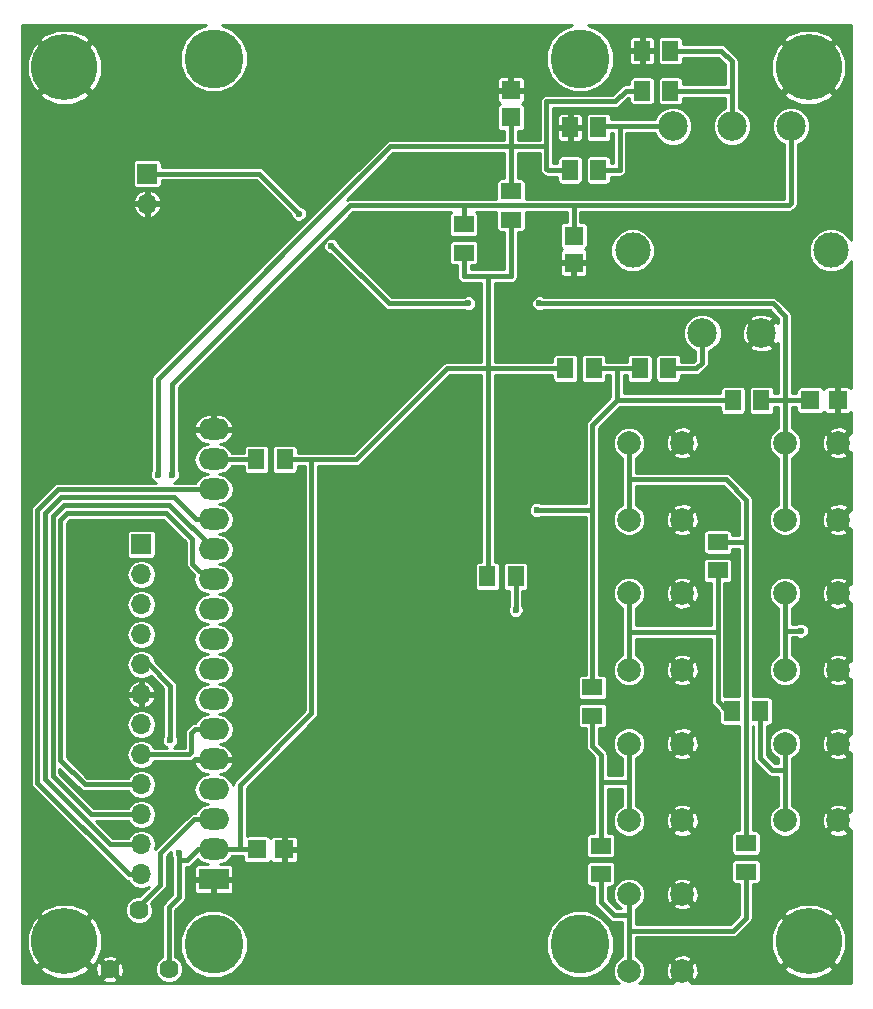
<source format=gtl>
G04 #@! TF.FileFunction,Copper,L1,Top,Signal*
%FSLAX46Y46*%
G04 Gerber Fmt 4.6, Leading zero omitted, Abs format (unit mm)*
G04 Created by KiCad (PCBNEW 4.0.7-e2-6376~58~ubuntu14.04.1) date Mon Jan  1 10:49:47 2018*
%MOMM*%
%LPD*%
G01*
G04 APERTURE LIST*
%ADD10C,0.100000*%
%ADD11R,2.600000X1.800000*%
%ADD12O,2.600000X1.800000*%
%ADD13C,5.000000*%
%ADD14R,1.600000X1.600000*%
%ADD15C,5.600000*%
%ADD16R,1.700000X1.700000*%
%ADD17O,1.700000X1.700000*%
%ADD18C,1.620000*%
%ADD19C,2.000000*%
%ADD20R,1.400000X1.700000*%
%ADD21R,1.700000X1.400000*%
%ADD22C,2.500000*%
%ADD23C,3.000000*%
%ADD24C,0.600000*%
%ADD25C,0.400000*%
%ADD26C,0.254000*%
G04 APERTURE END LIST*
D10*
D11*
X87630000Y-111760000D03*
D12*
X87630000Y-109220000D03*
X87630000Y-106680000D03*
X87630000Y-104140000D03*
X87630000Y-101600000D03*
X87630000Y-99060000D03*
X87630000Y-96520000D03*
X87630000Y-93980000D03*
X87630000Y-91440000D03*
X87630000Y-88900000D03*
X87630000Y-86360000D03*
X87630000Y-83820000D03*
X87630000Y-81280000D03*
X87630000Y-78740000D03*
X87630000Y-76200000D03*
X87630000Y-73660000D03*
D13*
X87630000Y-117259100D03*
X118630700Y-117259100D03*
X118630700Y-42260520D03*
X87630000Y-42260000D03*
D14*
X93600000Y-109225000D03*
X91300000Y-109225000D03*
D15*
X75000000Y-43000000D03*
X138000000Y-43000000D03*
X138000000Y-117000000D03*
X75000000Y-117000000D03*
D16*
X81500000Y-83400000D03*
D17*
X81500000Y-85940000D03*
X81500000Y-88480000D03*
X81500000Y-91020000D03*
X81500000Y-93560000D03*
X81500000Y-96100000D03*
X81500000Y-98640000D03*
X81500000Y-101180000D03*
X81500000Y-103720000D03*
X81500000Y-106260000D03*
X81500000Y-108800000D03*
X81500000Y-111340000D03*
D16*
X82000000Y-52000000D03*
D17*
X82000000Y-54540000D03*
D18*
X78820000Y-119380000D03*
X81320000Y-114380000D03*
X83820000Y-119380000D03*
D19*
X140500000Y-94033000D03*
X136000000Y-94033000D03*
X140500000Y-87533000D03*
X136000000Y-87533000D03*
X140500000Y-81300000D03*
X136000000Y-81300000D03*
X140500000Y-74800000D03*
X136000000Y-74800000D03*
X127300000Y-106770000D03*
X122800000Y-106770000D03*
X127300000Y-100270000D03*
X122800000Y-100270000D03*
X127300000Y-119500000D03*
X122800000Y-119500000D03*
X127300000Y-113000000D03*
X122800000Y-113000000D03*
X127300000Y-81300000D03*
X122800000Y-81300000D03*
X127300000Y-74800000D03*
X122800000Y-74800000D03*
X127300000Y-94033000D03*
X122800000Y-94033000D03*
X127300000Y-87533000D03*
X122800000Y-87533000D03*
X140500000Y-106770000D03*
X136000000Y-106770000D03*
X140500000Y-100270000D03*
X136000000Y-100270000D03*
D14*
X112800000Y-44950000D03*
X112800000Y-47250000D03*
X118100000Y-59550000D03*
X118100000Y-57250000D03*
X140450000Y-71200000D03*
X138150000Y-71200000D03*
D20*
X93650000Y-76200000D03*
X91250000Y-76200000D03*
X119800000Y-68500000D03*
X117400000Y-68500000D03*
X123700000Y-68500000D03*
X126100000Y-68500000D03*
X113200000Y-86100000D03*
X110800000Y-86100000D03*
X131600000Y-71200000D03*
X134000000Y-71200000D03*
D21*
X112800000Y-53500000D03*
X112800000Y-55900000D03*
X119700000Y-95500000D03*
X119700000Y-97900000D03*
X108800000Y-56300000D03*
X108800000Y-58700000D03*
X120400000Y-108900000D03*
X120400000Y-111300000D03*
X132700000Y-111100000D03*
X132700000Y-108700000D03*
X130300000Y-83200000D03*
X130300000Y-85600000D03*
D20*
X131500000Y-97500000D03*
X133900000Y-97500000D03*
D22*
X134000000Y-65500000D03*
X136500000Y-48000000D03*
X131500000Y-48000000D03*
X126500000Y-48000000D03*
X129000000Y-65500000D03*
D23*
X123100000Y-58500000D03*
X139900000Y-58500000D03*
D20*
X117800000Y-51700000D03*
X120200000Y-51700000D03*
X126300000Y-45000000D03*
X123900000Y-45000000D03*
X120200000Y-48100000D03*
X117800000Y-48100000D03*
X126300000Y-41600000D03*
X123900000Y-41600000D03*
D24*
X108000000Y-52000000D03*
X108000000Y-46500000D03*
X84700000Y-109550000D03*
X83950000Y-100000000D03*
X113200000Y-88950000D03*
X137350000Y-90700000D03*
X115000000Y-80500000D03*
X82900000Y-77500000D03*
X84100000Y-77500000D03*
X115200000Y-63000000D03*
X109200000Y-63000000D03*
X94850000Y-55400000D03*
X97600000Y-58150000D03*
D25*
X112800000Y-44950000D02*
X109050000Y-44950000D01*
X108000000Y-46000000D02*
X108000000Y-46500000D01*
X109050000Y-44950000D02*
X108000000Y-46000000D01*
X85362500Y-110162500D02*
X84700000Y-110162500D01*
X85362500Y-110162500D02*
X86305000Y-109220000D01*
X84700000Y-109550000D02*
X84700000Y-110162500D01*
X83950000Y-100000000D02*
X83950000Y-97500000D01*
X83950000Y-97500000D02*
X83950000Y-95350000D01*
X83950000Y-95350000D02*
X82160000Y-93560000D01*
X84700000Y-110162500D02*
X84700000Y-110800000D01*
X84700000Y-110800000D02*
X84700000Y-113250000D01*
X83820000Y-114130000D02*
X83820000Y-119380000D01*
X84700000Y-113250000D02*
X83820000Y-114130000D01*
X82160000Y-93560000D02*
X81500000Y-93560000D01*
X89850000Y-109220000D02*
X89850000Y-103750000D01*
X95900000Y-97700000D02*
X95900000Y-76200000D01*
X89850000Y-103750000D02*
X95900000Y-97700000D01*
X110850000Y-68500000D02*
X110850000Y-86050000D01*
X110850000Y-86050000D02*
X110800000Y-86100000D01*
X110850000Y-60700000D02*
X110850000Y-68500000D01*
X117400000Y-68500000D02*
X110850000Y-68500000D01*
X110850000Y-68500000D02*
X107400000Y-68500000D01*
X99700000Y-76200000D02*
X95900000Y-76200000D01*
X107400000Y-68500000D02*
X99700000Y-76200000D01*
X95900000Y-76200000D02*
X93650000Y-76200000D01*
X108800000Y-58700000D02*
X108800000Y-60700000D01*
X112800000Y-60700000D02*
X112800000Y-55900000D01*
X108800000Y-60700000D02*
X110850000Y-60700000D01*
X110850000Y-60700000D02*
X112800000Y-60700000D01*
X87630000Y-109220000D02*
X89850000Y-109220000D01*
X89850000Y-109220000D02*
X91295000Y-109220000D01*
X91295000Y-109220000D02*
X91300000Y-109225000D01*
X81710000Y-93560000D02*
X81500000Y-93560000D01*
X83820000Y-119380000D02*
X83820000Y-118880000D01*
X86305000Y-109220000D02*
X87630000Y-109220000D01*
X113200000Y-86100000D02*
X113200000Y-88950000D01*
X137350000Y-90700000D02*
X136000000Y-90700000D01*
X136000000Y-87533000D02*
X136000000Y-90700000D01*
X136000000Y-90700000D02*
X136000000Y-94033000D01*
X81500000Y-101180000D02*
X85520000Y-101180000D01*
X85750000Y-99350000D02*
X86040000Y-99060000D01*
X85750000Y-100950000D02*
X85750000Y-99350000D01*
X85520000Y-101180000D02*
X85750000Y-100950000D01*
X86040000Y-99060000D02*
X87630000Y-99060000D01*
X87630000Y-86360000D02*
X87160000Y-86360000D01*
X87160000Y-86360000D02*
X85825000Y-85025000D01*
X85825000Y-85025000D02*
X85825000Y-82950000D01*
X85825000Y-82950000D02*
X83600000Y-80725000D01*
X83600000Y-80725000D02*
X75250000Y-80725000D01*
X75250000Y-80725000D02*
X74650000Y-81325000D01*
X74650000Y-81325000D02*
X74650000Y-101675000D01*
X74650000Y-101675000D02*
X76695000Y-103720000D01*
X76695000Y-103720000D02*
X81500000Y-103720000D01*
X74962500Y-80062500D02*
X83872500Y-80062500D01*
X83872500Y-80062500D02*
X87630000Y-83820000D01*
X81500000Y-106260000D02*
X77260000Y-106260000D01*
X74000000Y-81025000D02*
X74962500Y-80062500D01*
X74000000Y-103000000D02*
X74000000Y-81025000D01*
X77260000Y-106260000D02*
X74000000Y-103000000D01*
X87630000Y-81280000D02*
X86130000Y-81280000D01*
X78850000Y-108800000D02*
X81500000Y-108800000D01*
X73350000Y-103300000D02*
X78850000Y-108800000D01*
X73350000Y-80750000D02*
X73350000Y-103300000D01*
X74700000Y-79400000D02*
X73350000Y-80750000D01*
X84250000Y-79400000D02*
X74700000Y-79400000D01*
X86130000Y-81280000D02*
X84250000Y-79400000D01*
X81500000Y-111340000D02*
X80440000Y-111340000D01*
X74460000Y-78740000D02*
X87630000Y-78740000D01*
X72700000Y-80500000D02*
X74460000Y-78740000D01*
X72700000Y-103600000D02*
X72700000Y-80500000D01*
X80440000Y-111340000D02*
X72700000Y-103600000D01*
X115000000Y-80500000D02*
X119700000Y-80500000D01*
X121800000Y-71200000D02*
X119700000Y-73300000D01*
X119700000Y-73300000D02*
X119700000Y-80500000D01*
X119700000Y-80500000D02*
X119700000Y-95500000D01*
X131600000Y-71200000D02*
X121800000Y-71200000D01*
X121800000Y-71200000D02*
X121800000Y-68500000D01*
X123700000Y-68500000D02*
X121800000Y-68500000D01*
X121800000Y-68500000D02*
X119800000Y-68500000D01*
X112800000Y-47250000D02*
X112800000Y-49700000D01*
X112800000Y-53500000D02*
X112800000Y-49700000D01*
X102600000Y-49700000D02*
X112800000Y-49700000D01*
X112800000Y-49700000D02*
X115800000Y-49700000D01*
X82900000Y-69400000D02*
X102600000Y-49700000D01*
X82900000Y-77500000D02*
X82900000Y-69400000D01*
X115800000Y-45900000D02*
X115800000Y-48000000D01*
X115800000Y-48000000D02*
X115800000Y-49700000D01*
X115800000Y-49700000D02*
X115800000Y-51600000D01*
X115800000Y-51600000D02*
X115900000Y-51700000D01*
X115900000Y-51700000D02*
X117800000Y-51700000D01*
X123900000Y-45000000D02*
X122500000Y-45000000D01*
X121600000Y-45900000D02*
X115800000Y-45900000D01*
X122500000Y-45000000D02*
X121600000Y-45900000D01*
X118100000Y-57250000D02*
X118100000Y-54700000D01*
X108800000Y-56300000D02*
X108800000Y-54700000D01*
X136500000Y-54500000D02*
X136500000Y-48000000D01*
X136300000Y-54700000D02*
X136500000Y-54500000D01*
X99200000Y-54700000D02*
X108800000Y-54700000D01*
X108800000Y-54700000D02*
X118100000Y-54700000D01*
X118100000Y-54700000D02*
X136300000Y-54700000D01*
X84100000Y-69800000D02*
X99200000Y-54700000D01*
X84100000Y-77500000D02*
X84100000Y-69800000D01*
X136000000Y-74800000D02*
X136000000Y-81300000D01*
X136000000Y-71200000D02*
X138150000Y-71200000D01*
X134000000Y-71200000D02*
X136000000Y-71200000D01*
X102450000Y-63000000D02*
X109200000Y-63000000D01*
X136000000Y-74800000D02*
X136000000Y-71200000D01*
X136000000Y-71200000D02*
X136000000Y-64050000D01*
X136000000Y-64050000D02*
X134950000Y-63000000D01*
X82000000Y-52000000D02*
X91450000Y-52000000D01*
X91450000Y-52000000D02*
X94850000Y-55400000D01*
X97600000Y-58150000D02*
X102450000Y-63000000D01*
X115200000Y-63000000D02*
X134950000Y-63000000D01*
X81320000Y-114380000D02*
X81320000Y-114005000D01*
X81320000Y-114005000D02*
X83125000Y-112200000D01*
X83125000Y-112200000D02*
X83125000Y-109550000D01*
X83125000Y-109550000D02*
X85995000Y-106680000D01*
X85995000Y-106680000D02*
X87630000Y-106680000D01*
X87630000Y-76200000D02*
X91250000Y-76200000D01*
X122800000Y-103500000D02*
X120400000Y-103500000D01*
X119700000Y-97900000D02*
X119700000Y-100500000D01*
X119700000Y-100500000D02*
X120400000Y-101200000D01*
X120400000Y-101200000D02*
X120400000Y-103500000D01*
X120400000Y-103500000D02*
X120400000Y-105300000D01*
X120400000Y-108900000D02*
X120400000Y-105300000D01*
X122800000Y-106770000D02*
X122800000Y-103500000D01*
X122800000Y-103500000D02*
X122800000Y-100270000D01*
X120400000Y-111300000D02*
X120400000Y-113700000D01*
X121500000Y-114800000D02*
X122800000Y-114800000D01*
X120400000Y-113700000D02*
X121500000Y-114800000D01*
X122800000Y-116100000D02*
X131600000Y-116100000D01*
X132700000Y-115000000D02*
X132700000Y-111100000D01*
X131600000Y-116100000D02*
X132700000Y-115000000D01*
X122800000Y-113000000D02*
X122800000Y-114800000D01*
X122800000Y-114800000D02*
X122800000Y-116100000D01*
X122800000Y-116100000D02*
X122800000Y-119500000D01*
X130300000Y-83200000D02*
X132700000Y-83200000D01*
X122800000Y-77900000D02*
X131000000Y-77900000D01*
X132700000Y-79600000D02*
X132700000Y-83200000D01*
X132700000Y-83200000D02*
X132700000Y-108700000D01*
X131000000Y-77900000D02*
X132700000Y-79600000D01*
X122800000Y-74800000D02*
X122800000Y-77900000D01*
X122800000Y-77900000D02*
X122800000Y-81300000D01*
X122800000Y-90800000D02*
X130300000Y-90800000D01*
X131500000Y-97500000D02*
X131100000Y-97500000D01*
X131100000Y-97500000D02*
X130300000Y-96700000D01*
X130300000Y-96700000D02*
X130300000Y-90800000D01*
X130300000Y-90800000D02*
X130300000Y-88800000D01*
X130300000Y-85600000D02*
X130300000Y-88800000D01*
X122800000Y-87533000D02*
X122800000Y-90800000D01*
X122800000Y-90800000D02*
X122800000Y-90900000D01*
X122800000Y-90900000D02*
X122800000Y-94033000D01*
X122800000Y-87533000D02*
X122833000Y-87533000D01*
X126100000Y-68500000D02*
X128500000Y-68500000D01*
X129000000Y-68000000D02*
X129000000Y-65500000D01*
X128500000Y-68500000D02*
X129000000Y-68000000D01*
X133900000Y-97500000D02*
X133900000Y-101500000D01*
X134900000Y-102500000D02*
X136000000Y-102500000D01*
X133900000Y-101500000D02*
X134900000Y-102500000D01*
X136000000Y-100270000D02*
X136000000Y-102500000D01*
X136000000Y-102500000D02*
X136000000Y-106770000D01*
X120200000Y-51700000D02*
X122000000Y-51700000D01*
X122000000Y-51700000D02*
X122000000Y-48000000D01*
X126500000Y-48000000D02*
X122000000Y-48000000D01*
X122000000Y-48000000D02*
X120300000Y-48000000D01*
X120300000Y-48000000D02*
X120200000Y-48100000D01*
X126300000Y-45000000D02*
X131500000Y-45000000D01*
X126300000Y-41600000D02*
X130600000Y-41600000D01*
X131500000Y-42500000D02*
X131500000Y-45000000D01*
X131500000Y-45000000D02*
X131500000Y-48000000D01*
X130600000Y-41600000D02*
X131500000Y-42500000D01*
D26*
G36*
X86002439Y-39819576D02*
X85192420Y-40628182D01*
X84753500Y-41685219D01*
X84752501Y-42829760D01*
X85189576Y-43887561D01*
X85998182Y-44697580D01*
X87055219Y-45136500D01*
X88199760Y-45137499D01*
X89257561Y-44700424D01*
X89884067Y-44075010D01*
X111623000Y-44075010D01*
X111623000Y-44728750D01*
X111717250Y-44823000D01*
X112673000Y-44823000D01*
X112673000Y-43867250D01*
X112927000Y-43867250D01*
X112927000Y-44823000D01*
X113882750Y-44823000D01*
X113977000Y-44728750D01*
X113977000Y-44075010D01*
X113919605Y-43936447D01*
X113813553Y-43830395D01*
X113674990Y-43773000D01*
X113021250Y-43773000D01*
X112927000Y-43867250D01*
X112673000Y-43867250D01*
X112578750Y-43773000D01*
X111925010Y-43773000D01*
X111786447Y-43830395D01*
X111680395Y-43936447D01*
X111623000Y-44075010D01*
X89884067Y-44075010D01*
X90067580Y-43891818D01*
X90506500Y-42834781D01*
X90507499Y-41690240D01*
X90070424Y-40632439D01*
X89261818Y-39822420D01*
X88309541Y-39427000D01*
X117954503Y-39427000D01*
X117003139Y-39820096D01*
X116193120Y-40628702D01*
X115754200Y-41685739D01*
X115753201Y-42830280D01*
X116190276Y-43888081D01*
X116998882Y-44698100D01*
X118055919Y-45137020D01*
X119200460Y-45138019D01*
X120258261Y-44700944D01*
X121068280Y-43892338D01*
X121507200Y-42835301D01*
X121508085Y-41821250D01*
X122823000Y-41821250D01*
X122823000Y-42524990D01*
X122880395Y-42663553D01*
X122986447Y-42769605D01*
X123125010Y-42827000D01*
X123678750Y-42827000D01*
X123773000Y-42732750D01*
X123773000Y-41727000D01*
X124027000Y-41727000D01*
X124027000Y-42732750D01*
X124121250Y-42827000D01*
X124674990Y-42827000D01*
X124813553Y-42769605D01*
X124919605Y-42663553D01*
X124977000Y-42524990D01*
X124977000Y-41821250D01*
X124882750Y-41727000D01*
X124027000Y-41727000D01*
X123773000Y-41727000D01*
X122917250Y-41727000D01*
X122823000Y-41821250D01*
X121508085Y-41821250D01*
X121508199Y-41690760D01*
X121088500Y-40675010D01*
X122823000Y-40675010D01*
X122823000Y-41378750D01*
X122917250Y-41473000D01*
X123773000Y-41473000D01*
X123773000Y-40467250D01*
X124027000Y-40467250D01*
X124027000Y-41473000D01*
X124882750Y-41473000D01*
X124977000Y-41378750D01*
X124977000Y-40750000D01*
X125215615Y-40750000D01*
X125215615Y-42450000D01*
X125241903Y-42589708D01*
X125324470Y-42718020D01*
X125450453Y-42804101D01*
X125600000Y-42834385D01*
X127000000Y-42834385D01*
X127139708Y-42808097D01*
X127268020Y-42725530D01*
X127354101Y-42599547D01*
X127384385Y-42450000D01*
X127384385Y-42177000D01*
X130360998Y-42177000D01*
X130923000Y-42739001D01*
X130923000Y-44423000D01*
X127384385Y-44423000D01*
X127384385Y-44150000D01*
X127358097Y-44010292D01*
X127275530Y-43881980D01*
X127149547Y-43795899D01*
X127000000Y-43765615D01*
X125600000Y-43765615D01*
X125460292Y-43791903D01*
X125331980Y-43874470D01*
X125245899Y-44000453D01*
X125215615Y-44150000D01*
X125215615Y-45850000D01*
X125241903Y-45989708D01*
X125324470Y-46118020D01*
X125450453Y-46204101D01*
X125600000Y-46234385D01*
X127000000Y-46234385D01*
X127139708Y-46208097D01*
X127268020Y-46125530D01*
X127354101Y-45999547D01*
X127384385Y-45850000D01*
X127384385Y-45577000D01*
X130923000Y-45577000D01*
X130923000Y-46477995D01*
X130579582Y-46619892D01*
X130121501Y-47077175D01*
X129873283Y-47674950D01*
X129872718Y-48322211D01*
X130119892Y-48920418D01*
X130577175Y-49378499D01*
X131174950Y-49626717D01*
X131822211Y-49627282D01*
X132420418Y-49380108D01*
X132878499Y-48922825D01*
X133126717Y-48325050D01*
X133127282Y-47677789D01*
X132880108Y-47079582D01*
X132422825Y-46621501D01*
X132077000Y-46477902D01*
X132077000Y-45311833D01*
X135867772Y-45311833D01*
X136200232Y-45693235D01*
X137367887Y-46176966D01*
X138631776Y-46177034D01*
X139799483Y-45693426D01*
X139799768Y-45693235D01*
X140132228Y-45311833D01*
X138000000Y-43179605D01*
X135867772Y-45311833D01*
X132077000Y-45311833D01*
X132077000Y-43631776D01*
X134822966Y-43631776D01*
X135306574Y-44799483D01*
X135306765Y-44799768D01*
X135688167Y-45132228D01*
X137820395Y-43000000D01*
X138179605Y-43000000D01*
X140311833Y-45132228D01*
X140693235Y-44799768D01*
X141176966Y-43632113D01*
X141177034Y-42368224D01*
X140693426Y-41200517D01*
X140693235Y-41200232D01*
X140311833Y-40867772D01*
X138179605Y-43000000D01*
X137820395Y-43000000D01*
X135688167Y-40867772D01*
X135306765Y-41200232D01*
X134823034Y-42367887D01*
X134822966Y-43631776D01*
X132077000Y-43631776D01*
X132077000Y-42500000D01*
X132033078Y-42279192D01*
X131908001Y-42091999D01*
X131907998Y-42091997D01*
X131008001Y-41191999D01*
X130820808Y-41066922D01*
X130600000Y-41022999D01*
X130599995Y-41023000D01*
X127384385Y-41023000D01*
X127384385Y-40750000D01*
X127372751Y-40688167D01*
X135867772Y-40688167D01*
X138000000Y-42820395D01*
X140132228Y-40688167D01*
X139799768Y-40306765D01*
X138632113Y-39823034D01*
X137368224Y-39822966D01*
X136200517Y-40306574D01*
X136200232Y-40306765D01*
X135867772Y-40688167D01*
X127372751Y-40688167D01*
X127358097Y-40610292D01*
X127275530Y-40481980D01*
X127149547Y-40395899D01*
X127000000Y-40365615D01*
X125600000Y-40365615D01*
X125460292Y-40391903D01*
X125331980Y-40474470D01*
X125245899Y-40600453D01*
X125215615Y-40750000D01*
X124977000Y-40750000D01*
X124977000Y-40675010D01*
X124919605Y-40536447D01*
X124813553Y-40430395D01*
X124674990Y-40373000D01*
X124121250Y-40373000D01*
X124027000Y-40467250D01*
X123773000Y-40467250D01*
X123678750Y-40373000D01*
X123125010Y-40373000D01*
X122986447Y-40430395D01*
X122880395Y-40536447D01*
X122823000Y-40675010D01*
X121088500Y-40675010D01*
X121071124Y-40632959D01*
X120262518Y-39822940D01*
X119308988Y-39427000D01*
X141573000Y-39427000D01*
X141573000Y-57633775D01*
X141492171Y-57438154D01*
X140964624Y-56909684D01*
X140274996Y-56623326D01*
X139528280Y-56622675D01*
X138838154Y-56907829D01*
X138309684Y-57435376D01*
X138023326Y-58125004D01*
X138022675Y-58871720D01*
X138307829Y-59561846D01*
X138835376Y-60090316D01*
X139525004Y-60376674D01*
X140271720Y-60377325D01*
X140961846Y-60092171D01*
X141490316Y-59564624D01*
X141573000Y-59365498D01*
X141573000Y-70194643D01*
X141569605Y-70186447D01*
X141463553Y-70080395D01*
X141324990Y-70023000D01*
X140671250Y-70023000D01*
X140577000Y-70117250D01*
X140577000Y-71073000D01*
X140597000Y-71073000D01*
X140597000Y-71327000D01*
X140577000Y-71327000D01*
X140577000Y-72282750D01*
X140671250Y-72377000D01*
X141324990Y-72377000D01*
X141463553Y-72319605D01*
X141569605Y-72213553D01*
X141573000Y-72205357D01*
X141573000Y-74003739D01*
X141511555Y-73968050D01*
X140679605Y-74800000D01*
X141511555Y-75631950D01*
X141573000Y-75596261D01*
X141573000Y-80503739D01*
X141511555Y-80468050D01*
X140679605Y-81300000D01*
X141511555Y-82131950D01*
X141573000Y-82096261D01*
X141573000Y-86736739D01*
X141511555Y-86701050D01*
X140679605Y-87533000D01*
X141511555Y-88364950D01*
X141573000Y-88329261D01*
X141573000Y-93236739D01*
X141511555Y-93201050D01*
X140679605Y-94033000D01*
X141511555Y-94864950D01*
X141573000Y-94829261D01*
X141573000Y-99473739D01*
X141511555Y-99438050D01*
X140679605Y-100270000D01*
X141511555Y-101101950D01*
X141573000Y-101066261D01*
X141573000Y-105973739D01*
X141511555Y-105938050D01*
X140679605Y-106770000D01*
X141511555Y-107601950D01*
X141573000Y-107566261D01*
X141573000Y-120573000D01*
X128096261Y-120573000D01*
X128131950Y-120511555D01*
X127300000Y-119679605D01*
X126468050Y-120511555D01*
X126503739Y-120573000D01*
X123674199Y-120573000D01*
X123966683Y-120281026D01*
X124176760Y-119775104D01*
X124177177Y-119297082D01*
X125910765Y-119297082D01*
X125938860Y-119844166D01*
X126094167Y-120219109D01*
X126288445Y-120331950D01*
X127120395Y-119500000D01*
X127479605Y-119500000D01*
X128311555Y-120331950D01*
X128505833Y-120219109D01*
X128689235Y-119702918D01*
X128669152Y-119311833D01*
X135867772Y-119311833D01*
X136200232Y-119693235D01*
X137367887Y-120176966D01*
X138631776Y-120177034D01*
X139799483Y-119693426D01*
X139799768Y-119693235D01*
X140132228Y-119311833D01*
X138000000Y-117179605D01*
X135867772Y-119311833D01*
X128669152Y-119311833D01*
X128661140Y-119155834D01*
X128505833Y-118780891D01*
X128311555Y-118668050D01*
X127479605Y-119500000D01*
X127120395Y-119500000D01*
X126288445Y-118668050D01*
X126094167Y-118780891D01*
X125910765Y-119297082D01*
X124177177Y-119297082D01*
X124177238Y-119227299D01*
X123968044Y-118721011D01*
X123735884Y-118488445D01*
X126468050Y-118488445D01*
X127300000Y-119320395D01*
X128131950Y-118488445D01*
X128019109Y-118294167D01*
X127502918Y-118110765D01*
X126955834Y-118138860D01*
X126580891Y-118294167D01*
X126468050Y-118488445D01*
X123735884Y-118488445D01*
X123581026Y-118333317D01*
X123377000Y-118248598D01*
X123377000Y-117631776D01*
X134822966Y-117631776D01*
X135306574Y-118799483D01*
X135306765Y-118799768D01*
X135688167Y-119132228D01*
X137820395Y-117000000D01*
X138179605Y-117000000D01*
X140311833Y-119132228D01*
X140693235Y-118799768D01*
X141176966Y-117632113D01*
X141177034Y-116368224D01*
X140693426Y-115200517D01*
X140693235Y-115200232D01*
X140311833Y-114867772D01*
X138179605Y-117000000D01*
X137820395Y-117000000D01*
X135688167Y-114867772D01*
X135306765Y-115200232D01*
X134823034Y-116367887D01*
X134822966Y-117631776D01*
X123377000Y-117631776D01*
X123377000Y-116677000D01*
X131599995Y-116677000D01*
X131600000Y-116677001D01*
X131820808Y-116633078D01*
X132008001Y-116508001D01*
X133108001Y-115408001D01*
X133233078Y-115220808D01*
X133277001Y-115000000D01*
X133277000Y-114999995D01*
X133277000Y-114688167D01*
X135867772Y-114688167D01*
X138000000Y-116820395D01*
X140132228Y-114688167D01*
X139799768Y-114306765D01*
X138632113Y-113823034D01*
X137368224Y-113822966D01*
X136200517Y-114306574D01*
X136200232Y-114306765D01*
X135867772Y-114688167D01*
X133277000Y-114688167D01*
X133277000Y-112184385D01*
X133550000Y-112184385D01*
X133689708Y-112158097D01*
X133818020Y-112075530D01*
X133904101Y-111949547D01*
X133934385Y-111800000D01*
X133934385Y-110400000D01*
X133908097Y-110260292D01*
X133825530Y-110131980D01*
X133699547Y-110045899D01*
X133550000Y-110015615D01*
X131850000Y-110015615D01*
X131710292Y-110041903D01*
X131581980Y-110124470D01*
X131495899Y-110250453D01*
X131465615Y-110400000D01*
X131465615Y-111800000D01*
X131491903Y-111939708D01*
X131574470Y-112068020D01*
X131700453Y-112154101D01*
X131850000Y-112184385D01*
X132123000Y-112184385D01*
X132123000Y-114760998D01*
X131360998Y-115523000D01*
X123377000Y-115523000D01*
X123377000Y-114251504D01*
X123578989Y-114168044D01*
X123735751Y-114011555D01*
X126468050Y-114011555D01*
X126580891Y-114205833D01*
X127097082Y-114389235D01*
X127644166Y-114361140D01*
X128019109Y-114205833D01*
X128131950Y-114011555D01*
X127300000Y-113179605D01*
X126468050Y-114011555D01*
X123735751Y-114011555D01*
X123966683Y-113781026D01*
X124176760Y-113275104D01*
X124177177Y-112797082D01*
X125910765Y-112797082D01*
X125938860Y-113344166D01*
X126094167Y-113719109D01*
X126288445Y-113831950D01*
X127120395Y-113000000D01*
X127479605Y-113000000D01*
X128311555Y-113831950D01*
X128505833Y-113719109D01*
X128689235Y-113202918D01*
X128661140Y-112655834D01*
X128505833Y-112280891D01*
X128311555Y-112168050D01*
X127479605Y-113000000D01*
X127120395Y-113000000D01*
X126288445Y-112168050D01*
X126094167Y-112280891D01*
X125910765Y-112797082D01*
X124177177Y-112797082D01*
X124177238Y-112727299D01*
X123968044Y-112221011D01*
X123735884Y-111988445D01*
X126468050Y-111988445D01*
X127300000Y-112820395D01*
X128131950Y-111988445D01*
X128019109Y-111794167D01*
X127502918Y-111610765D01*
X126955834Y-111638860D01*
X126580891Y-111794167D01*
X126468050Y-111988445D01*
X123735884Y-111988445D01*
X123581026Y-111833317D01*
X123075104Y-111623240D01*
X122527299Y-111622762D01*
X122021011Y-111831956D01*
X121633317Y-112218974D01*
X121423240Y-112724896D01*
X121422762Y-113272701D01*
X121631956Y-113778989D01*
X122018974Y-114166683D01*
X122154601Y-114223000D01*
X121739002Y-114223000D01*
X120977000Y-113460998D01*
X120977000Y-112384385D01*
X121250000Y-112384385D01*
X121389708Y-112358097D01*
X121518020Y-112275530D01*
X121604101Y-112149547D01*
X121634385Y-112000000D01*
X121634385Y-110600000D01*
X121608097Y-110460292D01*
X121525530Y-110331980D01*
X121399547Y-110245899D01*
X121250000Y-110215615D01*
X119550000Y-110215615D01*
X119410292Y-110241903D01*
X119281980Y-110324470D01*
X119195899Y-110450453D01*
X119165615Y-110600000D01*
X119165615Y-112000000D01*
X119191903Y-112139708D01*
X119274470Y-112268020D01*
X119400453Y-112354101D01*
X119550000Y-112384385D01*
X119823000Y-112384385D01*
X119823000Y-113699995D01*
X119822999Y-113700000D01*
X119866922Y-113920808D01*
X119991999Y-114108001D01*
X121091999Y-115208001D01*
X121279192Y-115333078D01*
X121500000Y-115377001D01*
X121500005Y-115377000D01*
X122223000Y-115377000D01*
X122223000Y-118248496D01*
X122021011Y-118331956D01*
X121633317Y-118718974D01*
X121423240Y-119224896D01*
X121422762Y-119772701D01*
X121631956Y-120278989D01*
X121925454Y-120573000D01*
X78768139Y-120573000D01*
X79133717Y-120548888D01*
X79424697Y-120428360D01*
X79514206Y-120253811D01*
X78820000Y-119559605D01*
X78125794Y-120253811D01*
X78215303Y-120428360D01*
X78641974Y-120573000D01*
X71427000Y-120573000D01*
X71427000Y-119311833D01*
X72867772Y-119311833D01*
X73200232Y-119693235D01*
X74367887Y-120176966D01*
X75631776Y-120177034D01*
X76799483Y-119693426D01*
X76799768Y-119693235D01*
X77132228Y-119311833D01*
X77042918Y-119222523D01*
X77620034Y-119222523D01*
X77651112Y-119693717D01*
X77771640Y-119984697D01*
X77946189Y-120074206D01*
X78640395Y-119380000D01*
X78999605Y-119380000D01*
X79693811Y-120074206D01*
X79868360Y-119984697D01*
X80019966Y-119537477D01*
X79988888Y-119066283D01*
X79868360Y-118775303D01*
X79693811Y-118685794D01*
X78999605Y-119380000D01*
X78640395Y-119380000D01*
X77946189Y-118685794D01*
X77771640Y-118775303D01*
X77620034Y-119222523D01*
X77042918Y-119222523D01*
X75000000Y-117179605D01*
X72867772Y-119311833D01*
X71427000Y-119311833D01*
X71427000Y-117631776D01*
X71822966Y-117631776D01*
X72306574Y-118799483D01*
X72306765Y-118799768D01*
X72688167Y-119132228D01*
X74820395Y-117000000D01*
X75179605Y-117000000D01*
X77311833Y-119132228D01*
X77693235Y-118799768D01*
X77814857Y-118506189D01*
X78125794Y-118506189D01*
X78820000Y-119200395D01*
X79514206Y-118506189D01*
X79424697Y-118331640D01*
X78977477Y-118180034D01*
X78506283Y-118211112D01*
X78215303Y-118331640D01*
X78125794Y-118506189D01*
X77814857Y-118506189D01*
X78176966Y-117632113D01*
X78177034Y-116368224D01*
X77693426Y-115200517D01*
X77693235Y-115200232D01*
X77311833Y-114867772D01*
X75179605Y-117000000D01*
X74820395Y-117000000D01*
X72688167Y-114867772D01*
X72306765Y-115200232D01*
X71823034Y-116367887D01*
X71822966Y-117631776D01*
X71427000Y-117631776D01*
X71427000Y-114688167D01*
X72867772Y-114688167D01*
X75000000Y-116820395D01*
X77132228Y-114688167D01*
X76799768Y-114306765D01*
X75632113Y-113823034D01*
X74368224Y-113822966D01*
X73200517Y-114306574D01*
X73200232Y-114306765D01*
X72867772Y-114688167D01*
X71427000Y-114688167D01*
X71427000Y-80500000D01*
X72122999Y-80500000D01*
X72123000Y-80500005D01*
X72123000Y-103599995D01*
X72122999Y-103600000D01*
X72166922Y-103820808D01*
X72291999Y-104008001D01*
X80031999Y-111748001D01*
X80219192Y-111873078D01*
X80410195Y-111911072D01*
X80608342Y-112207620D01*
X81006409Y-112473600D01*
X81475962Y-112567000D01*
X81524038Y-112567000D01*
X81993591Y-112473600D01*
X82119586Y-112389413D01*
X81316003Y-113192996D01*
X81084927Y-113192794D01*
X80648497Y-113373123D01*
X80314297Y-113706740D01*
X80133206Y-114142855D01*
X80132794Y-114615073D01*
X80313123Y-115051503D01*
X80646740Y-115385703D01*
X81082855Y-115566794D01*
X81555073Y-115567206D01*
X81991503Y-115386877D01*
X82325703Y-115053260D01*
X82506794Y-114617145D01*
X82507206Y-114144927D01*
X82357761Y-113783241D01*
X83532998Y-112608003D01*
X83533001Y-112608001D01*
X83627266Y-112466922D01*
X83658078Y-112420809D01*
X83702000Y-112200000D01*
X83702000Y-109789002D01*
X84023072Y-109467930D01*
X84022883Y-109684073D01*
X84123000Y-109926375D01*
X84123000Y-113010998D01*
X83411999Y-113721999D01*
X83286922Y-113909192D01*
X83242999Y-114130000D01*
X83243000Y-114130005D01*
X83243000Y-118334075D01*
X83148497Y-118373123D01*
X82814297Y-118706740D01*
X82633206Y-119142855D01*
X82632794Y-119615073D01*
X82813123Y-120051503D01*
X83146740Y-120385703D01*
X83582855Y-120566794D01*
X84055073Y-120567206D01*
X84491503Y-120386877D01*
X84825703Y-120053260D01*
X85006794Y-119617145D01*
X85007206Y-119144927D01*
X84826877Y-118708497D01*
X84493260Y-118374297D01*
X84397000Y-118334326D01*
X84397000Y-117828860D01*
X84752501Y-117828860D01*
X85189576Y-118886661D01*
X85998182Y-119696680D01*
X87055219Y-120135600D01*
X88199760Y-120136599D01*
X89257561Y-119699524D01*
X90067580Y-118890918D01*
X90506500Y-117833881D01*
X90506504Y-117828860D01*
X115753201Y-117828860D01*
X116190276Y-118886661D01*
X116998882Y-119696680D01*
X118055919Y-120135600D01*
X119200460Y-120136599D01*
X120258261Y-119699524D01*
X121068280Y-118890918D01*
X121507200Y-117833881D01*
X121508199Y-116689340D01*
X121071124Y-115631539D01*
X120262518Y-114821520D01*
X119205481Y-114382600D01*
X118060940Y-114381601D01*
X117003139Y-114818676D01*
X116193120Y-115627282D01*
X115754200Y-116684319D01*
X115753201Y-117828860D01*
X90506504Y-117828860D01*
X90507499Y-116689340D01*
X90070424Y-115631539D01*
X89261818Y-114821520D01*
X88204781Y-114382600D01*
X87060240Y-114381601D01*
X86002439Y-114818676D01*
X85192420Y-115627282D01*
X84753500Y-116684319D01*
X84752501Y-117828860D01*
X84397000Y-117828860D01*
X84397000Y-114369002D01*
X85108001Y-113658001D01*
X85233078Y-113470808D01*
X85277001Y-113250000D01*
X85277000Y-113249995D01*
X85277000Y-111981250D01*
X85953000Y-111981250D01*
X85953000Y-112734990D01*
X86010395Y-112873553D01*
X86116447Y-112979605D01*
X86255010Y-113037000D01*
X87408750Y-113037000D01*
X87503000Y-112942750D01*
X87503000Y-111887000D01*
X87757000Y-111887000D01*
X87757000Y-112942750D01*
X87851250Y-113037000D01*
X89004990Y-113037000D01*
X89143553Y-112979605D01*
X89249605Y-112873553D01*
X89307000Y-112734990D01*
X89307000Y-111981250D01*
X89212750Y-111887000D01*
X87757000Y-111887000D01*
X87503000Y-111887000D01*
X86047250Y-111887000D01*
X85953000Y-111981250D01*
X85277000Y-111981250D01*
X85277000Y-110739500D01*
X85362495Y-110739500D01*
X85362500Y-110739501D01*
X85583308Y-110695578D01*
X85770501Y-110570501D01*
X86263672Y-110077330D01*
X86294171Y-110122975D01*
X86708459Y-110399794D01*
X87126763Y-110483000D01*
X86255010Y-110483000D01*
X86116447Y-110540395D01*
X86010395Y-110646447D01*
X85953000Y-110785010D01*
X85953000Y-111538750D01*
X86047250Y-111633000D01*
X87503000Y-111633000D01*
X87503000Y-111613000D01*
X87757000Y-111613000D01*
X87757000Y-111633000D01*
X89212750Y-111633000D01*
X89307000Y-111538750D01*
X89307000Y-110785010D01*
X89249605Y-110646447D01*
X89143553Y-110540395D01*
X89004990Y-110483000D01*
X88133237Y-110483000D01*
X88551541Y-110399794D01*
X88965829Y-110122975D01*
X89183639Y-109797000D01*
X90115615Y-109797000D01*
X90115615Y-110025000D01*
X90141903Y-110164708D01*
X90224470Y-110293020D01*
X90350453Y-110379101D01*
X90500000Y-110409385D01*
X92100000Y-110409385D01*
X92239708Y-110383097D01*
X92368020Y-110300530D01*
X92453965Y-110174746D01*
X92480395Y-110238553D01*
X92586447Y-110344605D01*
X92725010Y-110402000D01*
X93378750Y-110402000D01*
X93473000Y-110307750D01*
X93473000Y-109352000D01*
X93727000Y-109352000D01*
X93727000Y-110307750D01*
X93821250Y-110402000D01*
X94474990Y-110402000D01*
X94613553Y-110344605D01*
X94719605Y-110238553D01*
X94777000Y-110099990D01*
X94777000Y-109446250D01*
X94682750Y-109352000D01*
X93727000Y-109352000D01*
X93473000Y-109352000D01*
X93453000Y-109352000D01*
X93453000Y-109098000D01*
X93473000Y-109098000D01*
X93473000Y-108142250D01*
X93727000Y-108142250D01*
X93727000Y-109098000D01*
X94682750Y-109098000D01*
X94777000Y-109003750D01*
X94777000Y-108350010D01*
X94719605Y-108211447D01*
X94613553Y-108105395D01*
X94474990Y-108048000D01*
X93821250Y-108048000D01*
X93727000Y-108142250D01*
X93473000Y-108142250D01*
X93378750Y-108048000D01*
X92725010Y-108048000D01*
X92586447Y-108105395D01*
X92480395Y-108211447D01*
X92453054Y-108277454D01*
X92375530Y-108156980D01*
X92249547Y-108070899D01*
X92100000Y-108040615D01*
X90500000Y-108040615D01*
X90427000Y-108054351D01*
X90427000Y-103989002D01*
X96308001Y-98108001D01*
X96433078Y-97920808D01*
X96477001Y-97700000D01*
X96477000Y-97699995D01*
X96477000Y-97200000D01*
X118465615Y-97200000D01*
X118465615Y-98600000D01*
X118491903Y-98739708D01*
X118574470Y-98868020D01*
X118700453Y-98954101D01*
X118850000Y-98984385D01*
X119123000Y-98984385D01*
X119123000Y-100499995D01*
X119122999Y-100500000D01*
X119166922Y-100720808D01*
X119291999Y-100908001D01*
X119823000Y-101439001D01*
X119823000Y-107815615D01*
X119550000Y-107815615D01*
X119410292Y-107841903D01*
X119281980Y-107924470D01*
X119195899Y-108050453D01*
X119165615Y-108200000D01*
X119165615Y-109600000D01*
X119191903Y-109739708D01*
X119274470Y-109868020D01*
X119400453Y-109954101D01*
X119550000Y-109984385D01*
X121250000Y-109984385D01*
X121389708Y-109958097D01*
X121518020Y-109875530D01*
X121604101Y-109749547D01*
X121634385Y-109600000D01*
X121634385Y-108200000D01*
X121608097Y-108060292D01*
X121525530Y-107931980D01*
X121399547Y-107845899D01*
X121250000Y-107815615D01*
X120977000Y-107815615D01*
X120977000Y-104077000D01*
X122223000Y-104077000D01*
X122223000Y-105518496D01*
X122021011Y-105601956D01*
X121633317Y-105988974D01*
X121423240Y-106494896D01*
X121422762Y-107042701D01*
X121631956Y-107548989D01*
X122018974Y-107936683D01*
X122524896Y-108146760D01*
X123072701Y-108147238D01*
X123578989Y-107938044D01*
X123735751Y-107781555D01*
X126468050Y-107781555D01*
X126580891Y-107975833D01*
X127097082Y-108159235D01*
X127644166Y-108131140D01*
X128019109Y-107975833D01*
X128131950Y-107781555D01*
X127300000Y-106949605D01*
X126468050Y-107781555D01*
X123735751Y-107781555D01*
X123966683Y-107551026D01*
X124176760Y-107045104D01*
X124177177Y-106567082D01*
X125910765Y-106567082D01*
X125938860Y-107114166D01*
X126094167Y-107489109D01*
X126288445Y-107601950D01*
X127120395Y-106770000D01*
X127479605Y-106770000D01*
X128311555Y-107601950D01*
X128505833Y-107489109D01*
X128689235Y-106972918D01*
X128661140Y-106425834D01*
X128505833Y-106050891D01*
X128311555Y-105938050D01*
X127479605Y-106770000D01*
X127120395Y-106770000D01*
X126288445Y-105938050D01*
X126094167Y-106050891D01*
X125910765Y-106567082D01*
X124177177Y-106567082D01*
X124177238Y-106497299D01*
X123968044Y-105991011D01*
X123735884Y-105758445D01*
X126468050Y-105758445D01*
X127300000Y-106590395D01*
X128131950Y-105758445D01*
X128019109Y-105564167D01*
X127502918Y-105380765D01*
X126955834Y-105408860D01*
X126580891Y-105564167D01*
X126468050Y-105758445D01*
X123735884Y-105758445D01*
X123581026Y-105603317D01*
X123377000Y-105518598D01*
X123377000Y-101521504D01*
X123578989Y-101438044D01*
X123735751Y-101281555D01*
X126468050Y-101281555D01*
X126580891Y-101475833D01*
X127097082Y-101659235D01*
X127644166Y-101631140D01*
X128019109Y-101475833D01*
X128131950Y-101281555D01*
X127300000Y-100449605D01*
X126468050Y-101281555D01*
X123735751Y-101281555D01*
X123966683Y-101051026D01*
X124176760Y-100545104D01*
X124177177Y-100067082D01*
X125910765Y-100067082D01*
X125938860Y-100614166D01*
X126094167Y-100989109D01*
X126288445Y-101101950D01*
X127120395Y-100270000D01*
X127479605Y-100270000D01*
X128311555Y-101101950D01*
X128505833Y-100989109D01*
X128689235Y-100472918D01*
X128661140Y-99925834D01*
X128505833Y-99550891D01*
X128311555Y-99438050D01*
X127479605Y-100270000D01*
X127120395Y-100270000D01*
X126288445Y-99438050D01*
X126094167Y-99550891D01*
X125910765Y-100067082D01*
X124177177Y-100067082D01*
X124177238Y-99997299D01*
X123968044Y-99491011D01*
X123735884Y-99258445D01*
X126468050Y-99258445D01*
X127300000Y-100090395D01*
X128131950Y-99258445D01*
X128019109Y-99064167D01*
X127502918Y-98880765D01*
X126955834Y-98908860D01*
X126580891Y-99064167D01*
X126468050Y-99258445D01*
X123735884Y-99258445D01*
X123581026Y-99103317D01*
X123075104Y-98893240D01*
X122527299Y-98892762D01*
X122021011Y-99101956D01*
X121633317Y-99488974D01*
X121423240Y-99994896D01*
X121422762Y-100542701D01*
X121631956Y-101048989D01*
X122018974Y-101436683D01*
X122223000Y-101521402D01*
X122223000Y-102923000D01*
X120977000Y-102923000D01*
X120977000Y-101200000D01*
X120957496Y-101101950D01*
X120933078Y-100979191D01*
X120882979Y-100904213D01*
X120808001Y-100791999D01*
X120807998Y-100791997D01*
X120277000Y-100260998D01*
X120277000Y-98984385D01*
X120550000Y-98984385D01*
X120689708Y-98958097D01*
X120818020Y-98875530D01*
X120904101Y-98749547D01*
X120934385Y-98600000D01*
X120934385Y-97200000D01*
X120908097Y-97060292D01*
X120825530Y-96931980D01*
X120699547Y-96845899D01*
X120550000Y-96815615D01*
X118850000Y-96815615D01*
X118710292Y-96841903D01*
X118581980Y-96924470D01*
X118495899Y-97050453D01*
X118465615Y-97200000D01*
X96477000Y-97200000D01*
X96477000Y-76777000D01*
X99699995Y-76777000D01*
X99700000Y-76777001D01*
X99920808Y-76733078D01*
X100108001Y-76608001D01*
X107639001Y-69077000D01*
X110273000Y-69077000D01*
X110273000Y-84865615D01*
X110100000Y-84865615D01*
X109960292Y-84891903D01*
X109831980Y-84974470D01*
X109745899Y-85100453D01*
X109715615Y-85250000D01*
X109715615Y-86950000D01*
X109741903Y-87089708D01*
X109824470Y-87218020D01*
X109950453Y-87304101D01*
X110100000Y-87334385D01*
X111500000Y-87334385D01*
X111639708Y-87308097D01*
X111768020Y-87225530D01*
X111854101Y-87099547D01*
X111884385Y-86950000D01*
X111884385Y-85250000D01*
X112115615Y-85250000D01*
X112115615Y-86950000D01*
X112141903Y-87089708D01*
X112224470Y-87218020D01*
X112350453Y-87304101D01*
X112500000Y-87334385D01*
X112623000Y-87334385D01*
X112623000Y-88574203D01*
X112523118Y-88814746D01*
X112522883Y-89084073D01*
X112625733Y-89332989D01*
X112816010Y-89523598D01*
X113064746Y-89626882D01*
X113334073Y-89627117D01*
X113582989Y-89524267D01*
X113773598Y-89333990D01*
X113876882Y-89085254D01*
X113877117Y-88815927D01*
X113777000Y-88573625D01*
X113777000Y-87334385D01*
X113900000Y-87334385D01*
X114039708Y-87308097D01*
X114168020Y-87225530D01*
X114254101Y-87099547D01*
X114284385Y-86950000D01*
X114284385Y-85250000D01*
X114258097Y-85110292D01*
X114175530Y-84981980D01*
X114049547Y-84895899D01*
X113900000Y-84865615D01*
X112500000Y-84865615D01*
X112360292Y-84891903D01*
X112231980Y-84974470D01*
X112145899Y-85100453D01*
X112115615Y-85250000D01*
X111884385Y-85250000D01*
X111858097Y-85110292D01*
X111775530Y-84981980D01*
X111649547Y-84895899D01*
X111500000Y-84865615D01*
X111427000Y-84865615D01*
X111427000Y-80634073D01*
X114322883Y-80634073D01*
X114425733Y-80882989D01*
X114616010Y-81073598D01*
X114864746Y-81176882D01*
X115134073Y-81177117D01*
X115376375Y-81077000D01*
X119123000Y-81077000D01*
X119123000Y-94415615D01*
X118850000Y-94415615D01*
X118710292Y-94441903D01*
X118581980Y-94524470D01*
X118495899Y-94650453D01*
X118465615Y-94800000D01*
X118465615Y-96200000D01*
X118491903Y-96339708D01*
X118574470Y-96468020D01*
X118700453Y-96554101D01*
X118850000Y-96584385D01*
X120550000Y-96584385D01*
X120689708Y-96558097D01*
X120818020Y-96475530D01*
X120904101Y-96349547D01*
X120934385Y-96200000D01*
X120934385Y-94800000D01*
X120908097Y-94660292D01*
X120825530Y-94531980D01*
X120699547Y-94445899D01*
X120550000Y-94415615D01*
X120277000Y-94415615D01*
X120277000Y-75072701D01*
X121422762Y-75072701D01*
X121631956Y-75578989D01*
X122018974Y-75966683D01*
X122223000Y-76051402D01*
X122223000Y-80048496D01*
X122021011Y-80131956D01*
X121633317Y-80518974D01*
X121423240Y-81024896D01*
X121422762Y-81572701D01*
X121631956Y-82078989D01*
X122018974Y-82466683D01*
X122524896Y-82676760D01*
X123072701Y-82677238D01*
X123578989Y-82468044D01*
X123735751Y-82311555D01*
X126468050Y-82311555D01*
X126580891Y-82505833D01*
X127097082Y-82689235D01*
X127644166Y-82661140D01*
X128019109Y-82505833D01*
X128131950Y-82311555D01*
X127300000Y-81479605D01*
X126468050Y-82311555D01*
X123735751Y-82311555D01*
X123966683Y-82081026D01*
X124176760Y-81575104D01*
X124177177Y-81097082D01*
X125910765Y-81097082D01*
X125938860Y-81644166D01*
X126094167Y-82019109D01*
X126288445Y-82131950D01*
X127120395Y-81300000D01*
X127479605Y-81300000D01*
X128311555Y-82131950D01*
X128505833Y-82019109D01*
X128689235Y-81502918D01*
X128661140Y-80955834D01*
X128505833Y-80580891D01*
X128311555Y-80468050D01*
X127479605Y-81300000D01*
X127120395Y-81300000D01*
X126288445Y-80468050D01*
X126094167Y-80580891D01*
X125910765Y-81097082D01*
X124177177Y-81097082D01*
X124177238Y-81027299D01*
X123968044Y-80521011D01*
X123735884Y-80288445D01*
X126468050Y-80288445D01*
X127300000Y-81120395D01*
X128131950Y-80288445D01*
X128019109Y-80094167D01*
X127502918Y-79910765D01*
X126955834Y-79938860D01*
X126580891Y-80094167D01*
X126468050Y-80288445D01*
X123735884Y-80288445D01*
X123581026Y-80133317D01*
X123377000Y-80048598D01*
X123377000Y-78477000D01*
X130760998Y-78477000D01*
X132123000Y-79839002D01*
X132123000Y-82623000D01*
X131534385Y-82623000D01*
X131534385Y-82500000D01*
X131508097Y-82360292D01*
X131425530Y-82231980D01*
X131299547Y-82145899D01*
X131150000Y-82115615D01*
X129450000Y-82115615D01*
X129310292Y-82141903D01*
X129181980Y-82224470D01*
X129095899Y-82350453D01*
X129065615Y-82500000D01*
X129065615Y-83900000D01*
X129091903Y-84039708D01*
X129174470Y-84168020D01*
X129300453Y-84254101D01*
X129450000Y-84284385D01*
X131150000Y-84284385D01*
X131289708Y-84258097D01*
X131418020Y-84175530D01*
X131504101Y-84049547D01*
X131534385Y-83900000D01*
X131534385Y-83777000D01*
X132123000Y-83777000D01*
X132123000Y-96265615D01*
X130877000Y-96265615D01*
X130877000Y-86684385D01*
X131150000Y-86684385D01*
X131289708Y-86658097D01*
X131418020Y-86575530D01*
X131504101Y-86449547D01*
X131534385Y-86300000D01*
X131534385Y-84900000D01*
X131508097Y-84760292D01*
X131425530Y-84631980D01*
X131299547Y-84545899D01*
X131150000Y-84515615D01*
X129450000Y-84515615D01*
X129310292Y-84541903D01*
X129181980Y-84624470D01*
X129095899Y-84750453D01*
X129065615Y-84900000D01*
X129065615Y-86300000D01*
X129091903Y-86439708D01*
X129174470Y-86568020D01*
X129300453Y-86654101D01*
X129450000Y-86684385D01*
X129723000Y-86684385D01*
X129723000Y-90223000D01*
X123377000Y-90223000D01*
X123377000Y-88784504D01*
X123578989Y-88701044D01*
X123735751Y-88544555D01*
X126468050Y-88544555D01*
X126580891Y-88738833D01*
X127097082Y-88922235D01*
X127644166Y-88894140D01*
X128019109Y-88738833D01*
X128131950Y-88544555D01*
X127300000Y-87712605D01*
X126468050Y-88544555D01*
X123735751Y-88544555D01*
X123966683Y-88314026D01*
X124176760Y-87808104D01*
X124177177Y-87330082D01*
X125910765Y-87330082D01*
X125938860Y-87877166D01*
X126094167Y-88252109D01*
X126288445Y-88364950D01*
X127120395Y-87533000D01*
X127479605Y-87533000D01*
X128311555Y-88364950D01*
X128505833Y-88252109D01*
X128689235Y-87735918D01*
X128661140Y-87188834D01*
X128505833Y-86813891D01*
X128311555Y-86701050D01*
X127479605Y-87533000D01*
X127120395Y-87533000D01*
X126288445Y-86701050D01*
X126094167Y-86813891D01*
X125910765Y-87330082D01*
X124177177Y-87330082D01*
X124177238Y-87260299D01*
X123968044Y-86754011D01*
X123735884Y-86521445D01*
X126468050Y-86521445D01*
X127300000Y-87353395D01*
X128131950Y-86521445D01*
X128019109Y-86327167D01*
X127502918Y-86143765D01*
X126955834Y-86171860D01*
X126580891Y-86327167D01*
X126468050Y-86521445D01*
X123735884Y-86521445D01*
X123581026Y-86366317D01*
X123075104Y-86156240D01*
X122527299Y-86155762D01*
X122021011Y-86364956D01*
X121633317Y-86751974D01*
X121423240Y-87257896D01*
X121422762Y-87805701D01*
X121631956Y-88311989D01*
X122018974Y-88699683D01*
X122223000Y-88784402D01*
X122223000Y-92781496D01*
X122021011Y-92864956D01*
X121633317Y-93251974D01*
X121423240Y-93757896D01*
X121422762Y-94305701D01*
X121631956Y-94811989D01*
X122018974Y-95199683D01*
X122524896Y-95409760D01*
X123072701Y-95410238D01*
X123578989Y-95201044D01*
X123735751Y-95044555D01*
X126468050Y-95044555D01*
X126580891Y-95238833D01*
X127097082Y-95422235D01*
X127644166Y-95394140D01*
X128019109Y-95238833D01*
X128131950Y-95044555D01*
X127300000Y-94212605D01*
X126468050Y-95044555D01*
X123735751Y-95044555D01*
X123966683Y-94814026D01*
X124176760Y-94308104D01*
X124177177Y-93830082D01*
X125910765Y-93830082D01*
X125938860Y-94377166D01*
X126094167Y-94752109D01*
X126288445Y-94864950D01*
X127120395Y-94033000D01*
X127479605Y-94033000D01*
X128311555Y-94864950D01*
X128505833Y-94752109D01*
X128689235Y-94235918D01*
X128661140Y-93688834D01*
X128505833Y-93313891D01*
X128311555Y-93201050D01*
X127479605Y-94033000D01*
X127120395Y-94033000D01*
X126288445Y-93201050D01*
X126094167Y-93313891D01*
X125910765Y-93830082D01*
X124177177Y-93830082D01*
X124177238Y-93760299D01*
X123968044Y-93254011D01*
X123735884Y-93021445D01*
X126468050Y-93021445D01*
X127300000Y-93853395D01*
X128131950Y-93021445D01*
X128019109Y-92827167D01*
X127502918Y-92643765D01*
X126955834Y-92671860D01*
X126580891Y-92827167D01*
X126468050Y-93021445D01*
X123735884Y-93021445D01*
X123581026Y-92866317D01*
X123377000Y-92781598D01*
X123377000Y-91377000D01*
X129723000Y-91377000D01*
X129723000Y-96699995D01*
X129722999Y-96700000D01*
X129766922Y-96920808D01*
X129891999Y-97108001D01*
X130415615Y-97631617D01*
X130415615Y-98350000D01*
X130441903Y-98489708D01*
X130524470Y-98618020D01*
X130650453Y-98704101D01*
X130800000Y-98734385D01*
X132123000Y-98734385D01*
X132123000Y-107615615D01*
X131850000Y-107615615D01*
X131710292Y-107641903D01*
X131581980Y-107724470D01*
X131495899Y-107850453D01*
X131465615Y-108000000D01*
X131465615Y-109400000D01*
X131491903Y-109539708D01*
X131574470Y-109668020D01*
X131700453Y-109754101D01*
X131850000Y-109784385D01*
X133550000Y-109784385D01*
X133689708Y-109758097D01*
X133818020Y-109675530D01*
X133904101Y-109549547D01*
X133934385Y-109400000D01*
X133934385Y-108000000D01*
X133908097Y-107860292D01*
X133825530Y-107731980D01*
X133699547Y-107645899D01*
X133550000Y-107615615D01*
X133277000Y-107615615D01*
X133277000Y-98734385D01*
X133323000Y-98734385D01*
X133323000Y-101499995D01*
X133322999Y-101500000D01*
X133366922Y-101720808D01*
X133491999Y-101908001D01*
X134491997Y-102907998D01*
X134491999Y-102908001D01*
X134629687Y-103000000D01*
X134679192Y-103033078D01*
X134900000Y-103077001D01*
X134900005Y-103077000D01*
X135423000Y-103077000D01*
X135423000Y-105518496D01*
X135221011Y-105601956D01*
X134833317Y-105988974D01*
X134623240Y-106494896D01*
X134622762Y-107042701D01*
X134831956Y-107548989D01*
X135218974Y-107936683D01*
X135724896Y-108146760D01*
X136272701Y-108147238D01*
X136778989Y-107938044D01*
X136935751Y-107781555D01*
X139668050Y-107781555D01*
X139780891Y-107975833D01*
X140297082Y-108159235D01*
X140844166Y-108131140D01*
X141219109Y-107975833D01*
X141331950Y-107781555D01*
X140500000Y-106949605D01*
X139668050Y-107781555D01*
X136935751Y-107781555D01*
X137166683Y-107551026D01*
X137376760Y-107045104D01*
X137377177Y-106567082D01*
X139110765Y-106567082D01*
X139138860Y-107114166D01*
X139294167Y-107489109D01*
X139488445Y-107601950D01*
X140320395Y-106770000D01*
X139488445Y-105938050D01*
X139294167Y-106050891D01*
X139110765Y-106567082D01*
X137377177Y-106567082D01*
X137377238Y-106497299D01*
X137168044Y-105991011D01*
X136935884Y-105758445D01*
X139668050Y-105758445D01*
X140500000Y-106590395D01*
X141331950Y-105758445D01*
X141219109Y-105564167D01*
X140702918Y-105380765D01*
X140155834Y-105408860D01*
X139780891Y-105564167D01*
X139668050Y-105758445D01*
X136935884Y-105758445D01*
X136781026Y-105603317D01*
X136577000Y-105518598D01*
X136577000Y-101521504D01*
X136778989Y-101438044D01*
X136935751Y-101281555D01*
X139668050Y-101281555D01*
X139780891Y-101475833D01*
X140297082Y-101659235D01*
X140844166Y-101631140D01*
X141219109Y-101475833D01*
X141331950Y-101281555D01*
X140500000Y-100449605D01*
X139668050Y-101281555D01*
X136935751Y-101281555D01*
X137166683Y-101051026D01*
X137376760Y-100545104D01*
X137377177Y-100067082D01*
X139110765Y-100067082D01*
X139138860Y-100614166D01*
X139294167Y-100989109D01*
X139488445Y-101101950D01*
X140320395Y-100270000D01*
X139488445Y-99438050D01*
X139294167Y-99550891D01*
X139110765Y-100067082D01*
X137377177Y-100067082D01*
X137377238Y-99997299D01*
X137168044Y-99491011D01*
X136935884Y-99258445D01*
X139668050Y-99258445D01*
X140500000Y-100090395D01*
X141331950Y-99258445D01*
X141219109Y-99064167D01*
X140702918Y-98880765D01*
X140155834Y-98908860D01*
X139780891Y-99064167D01*
X139668050Y-99258445D01*
X136935884Y-99258445D01*
X136781026Y-99103317D01*
X136275104Y-98893240D01*
X135727299Y-98892762D01*
X135221011Y-99101956D01*
X134833317Y-99488974D01*
X134623240Y-99994896D01*
X134622762Y-100542701D01*
X134831956Y-101048989D01*
X135218974Y-101436683D01*
X135423000Y-101521402D01*
X135423000Y-101923000D01*
X135139001Y-101923000D01*
X134477000Y-101260998D01*
X134477000Y-98734385D01*
X134600000Y-98734385D01*
X134739708Y-98708097D01*
X134868020Y-98625530D01*
X134954101Y-98499547D01*
X134984385Y-98350000D01*
X134984385Y-96650000D01*
X134958097Y-96510292D01*
X134875530Y-96381980D01*
X134749547Y-96295899D01*
X134600000Y-96265615D01*
X133277000Y-96265615D01*
X133277000Y-87805701D01*
X134622762Y-87805701D01*
X134831956Y-88311989D01*
X135218974Y-88699683D01*
X135423000Y-88784402D01*
X135423000Y-92781496D01*
X135221011Y-92864956D01*
X134833317Y-93251974D01*
X134623240Y-93757896D01*
X134622762Y-94305701D01*
X134831956Y-94811989D01*
X135218974Y-95199683D01*
X135724896Y-95409760D01*
X136272701Y-95410238D01*
X136778989Y-95201044D01*
X136935751Y-95044555D01*
X139668050Y-95044555D01*
X139780891Y-95238833D01*
X140297082Y-95422235D01*
X140844166Y-95394140D01*
X141219109Y-95238833D01*
X141331950Y-95044555D01*
X140500000Y-94212605D01*
X139668050Y-95044555D01*
X136935751Y-95044555D01*
X137166683Y-94814026D01*
X137376760Y-94308104D01*
X137377177Y-93830082D01*
X139110765Y-93830082D01*
X139138860Y-94377166D01*
X139294167Y-94752109D01*
X139488445Y-94864950D01*
X140320395Y-94033000D01*
X139488445Y-93201050D01*
X139294167Y-93313891D01*
X139110765Y-93830082D01*
X137377177Y-93830082D01*
X137377238Y-93760299D01*
X137168044Y-93254011D01*
X136935884Y-93021445D01*
X139668050Y-93021445D01*
X140500000Y-93853395D01*
X141331950Y-93021445D01*
X141219109Y-92827167D01*
X140702918Y-92643765D01*
X140155834Y-92671860D01*
X139780891Y-92827167D01*
X139668050Y-93021445D01*
X136935884Y-93021445D01*
X136781026Y-92866317D01*
X136577000Y-92781598D01*
X136577000Y-91277000D01*
X136974203Y-91277000D01*
X137214746Y-91376882D01*
X137484073Y-91377117D01*
X137732989Y-91274267D01*
X137923598Y-91083990D01*
X138026882Y-90835254D01*
X138027117Y-90565927D01*
X137924267Y-90317011D01*
X137733990Y-90126402D01*
X137485254Y-90023118D01*
X137215927Y-90022883D01*
X136973625Y-90123000D01*
X136577000Y-90123000D01*
X136577000Y-88784504D01*
X136778989Y-88701044D01*
X136935751Y-88544555D01*
X139668050Y-88544555D01*
X139780891Y-88738833D01*
X140297082Y-88922235D01*
X140844166Y-88894140D01*
X141219109Y-88738833D01*
X141331950Y-88544555D01*
X140500000Y-87712605D01*
X139668050Y-88544555D01*
X136935751Y-88544555D01*
X137166683Y-88314026D01*
X137376760Y-87808104D01*
X137377177Y-87330082D01*
X139110765Y-87330082D01*
X139138860Y-87877166D01*
X139294167Y-88252109D01*
X139488445Y-88364950D01*
X140320395Y-87533000D01*
X139488445Y-86701050D01*
X139294167Y-86813891D01*
X139110765Y-87330082D01*
X137377177Y-87330082D01*
X137377238Y-87260299D01*
X137168044Y-86754011D01*
X136935884Y-86521445D01*
X139668050Y-86521445D01*
X140500000Y-87353395D01*
X141331950Y-86521445D01*
X141219109Y-86327167D01*
X140702918Y-86143765D01*
X140155834Y-86171860D01*
X139780891Y-86327167D01*
X139668050Y-86521445D01*
X136935884Y-86521445D01*
X136781026Y-86366317D01*
X136275104Y-86156240D01*
X135727299Y-86155762D01*
X135221011Y-86364956D01*
X134833317Y-86751974D01*
X134623240Y-87257896D01*
X134622762Y-87805701D01*
X133277000Y-87805701D01*
X133277000Y-79600005D01*
X133277001Y-79600000D01*
X133233078Y-79379192D01*
X133108001Y-79191999D01*
X131408001Y-77491999D01*
X131220808Y-77366922D01*
X131000000Y-77322999D01*
X130999995Y-77323000D01*
X123377000Y-77323000D01*
X123377000Y-76051504D01*
X123578989Y-75968044D01*
X123735751Y-75811555D01*
X126468050Y-75811555D01*
X126580891Y-76005833D01*
X127097082Y-76189235D01*
X127644166Y-76161140D01*
X128019109Y-76005833D01*
X128131950Y-75811555D01*
X127300000Y-74979605D01*
X126468050Y-75811555D01*
X123735751Y-75811555D01*
X123966683Y-75581026D01*
X124176760Y-75075104D01*
X124177177Y-74597082D01*
X125910765Y-74597082D01*
X125938860Y-75144166D01*
X126094167Y-75519109D01*
X126288445Y-75631950D01*
X127120395Y-74800000D01*
X127479605Y-74800000D01*
X128311555Y-75631950D01*
X128505833Y-75519109D01*
X128689235Y-75002918D01*
X128661140Y-74455834D01*
X128505833Y-74080891D01*
X128311555Y-73968050D01*
X127479605Y-74800000D01*
X127120395Y-74800000D01*
X126288445Y-73968050D01*
X126094167Y-74080891D01*
X125910765Y-74597082D01*
X124177177Y-74597082D01*
X124177238Y-74527299D01*
X123968044Y-74021011D01*
X123735884Y-73788445D01*
X126468050Y-73788445D01*
X127300000Y-74620395D01*
X128131950Y-73788445D01*
X128019109Y-73594167D01*
X127502918Y-73410765D01*
X126955834Y-73438860D01*
X126580891Y-73594167D01*
X126468050Y-73788445D01*
X123735884Y-73788445D01*
X123581026Y-73633317D01*
X123075104Y-73423240D01*
X122527299Y-73422762D01*
X122021011Y-73631956D01*
X121633317Y-74018974D01*
X121423240Y-74524896D01*
X121422762Y-75072701D01*
X120277000Y-75072701D01*
X120277000Y-73539002D01*
X122039001Y-71777000D01*
X130515615Y-71777000D01*
X130515615Y-72050000D01*
X130541903Y-72189708D01*
X130624470Y-72318020D01*
X130750453Y-72404101D01*
X130900000Y-72434385D01*
X132300000Y-72434385D01*
X132439708Y-72408097D01*
X132568020Y-72325530D01*
X132654101Y-72199547D01*
X132684385Y-72050000D01*
X132684385Y-70350000D01*
X132658097Y-70210292D01*
X132575530Y-70081980D01*
X132449547Y-69995899D01*
X132300000Y-69965615D01*
X130900000Y-69965615D01*
X130760292Y-69991903D01*
X130631980Y-70074470D01*
X130545899Y-70200453D01*
X130515615Y-70350000D01*
X130515615Y-70623000D01*
X122377000Y-70623000D01*
X122377000Y-69077000D01*
X122615615Y-69077000D01*
X122615615Y-69350000D01*
X122641903Y-69489708D01*
X122724470Y-69618020D01*
X122850453Y-69704101D01*
X123000000Y-69734385D01*
X124400000Y-69734385D01*
X124539708Y-69708097D01*
X124668020Y-69625530D01*
X124754101Y-69499547D01*
X124784385Y-69350000D01*
X124784385Y-67650000D01*
X125015615Y-67650000D01*
X125015615Y-69350000D01*
X125041903Y-69489708D01*
X125124470Y-69618020D01*
X125250453Y-69704101D01*
X125400000Y-69734385D01*
X126800000Y-69734385D01*
X126939708Y-69708097D01*
X127068020Y-69625530D01*
X127154101Y-69499547D01*
X127184385Y-69350000D01*
X127184385Y-69077000D01*
X128499995Y-69077000D01*
X128500000Y-69077001D01*
X128720808Y-69033078D01*
X128908001Y-68908001D01*
X129407998Y-68408003D01*
X129408001Y-68408001D01*
X129533078Y-68220808D01*
X129558700Y-68092000D01*
X129577001Y-68000000D01*
X129577000Y-67999995D01*
X129577000Y-67022005D01*
X129920418Y-66880108D01*
X130108344Y-66692509D01*
X132987096Y-66692509D01*
X133130545Y-66912768D01*
X133737371Y-67137953D01*
X134384180Y-67113775D01*
X134869455Y-66912768D01*
X135012904Y-66692509D01*
X134000000Y-65679605D01*
X132987096Y-66692509D01*
X130108344Y-66692509D01*
X130378499Y-66422825D01*
X130626717Y-65825050D01*
X130627229Y-65237371D01*
X132362047Y-65237371D01*
X132386225Y-65884180D01*
X132587232Y-66369455D01*
X132807491Y-66512904D01*
X133820395Y-65500000D01*
X132807491Y-64487096D01*
X132587232Y-64630545D01*
X132362047Y-65237371D01*
X130627229Y-65237371D01*
X130627282Y-65177789D01*
X130380108Y-64579582D01*
X130108491Y-64307491D01*
X132987096Y-64307491D01*
X134000000Y-65320395D01*
X135012904Y-64307491D01*
X134869455Y-64087232D01*
X134262629Y-63862047D01*
X133615820Y-63886225D01*
X133130545Y-64087232D01*
X132987096Y-64307491D01*
X130108491Y-64307491D01*
X129922825Y-64121501D01*
X129325050Y-63873283D01*
X128677789Y-63872718D01*
X128079582Y-64119892D01*
X127621501Y-64577175D01*
X127373283Y-65174950D01*
X127372718Y-65822211D01*
X127619892Y-66420418D01*
X128077175Y-66878499D01*
X128423000Y-67022098D01*
X128423000Y-67760999D01*
X128260998Y-67923000D01*
X127184385Y-67923000D01*
X127184385Y-67650000D01*
X127158097Y-67510292D01*
X127075530Y-67381980D01*
X126949547Y-67295899D01*
X126800000Y-67265615D01*
X125400000Y-67265615D01*
X125260292Y-67291903D01*
X125131980Y-67374470D01*
X125045899Y-67500453D01*
X125015615Y-67650000D01*
X124784385Y-67650000D01*
X124758097Y-67510292D01*
X124675530Y-67381980D01*
X124549547Y-67295899D01*
X124400000Y-67265615D01*
X123000000Y-67265615D01*
X122860292Y-67291903D01*
X122731980Y-67374470D01*
X122645899Y-67500453D01*
X122615615Y-67650000D01*
X122615615Y-67923000D01*
X120884385Y-67923000D01*
X120884385Y-67650000D01*
X120858097Y-67510292D01*
X120775530Y-67381980D01*
X120649547Y-67295899D01*
X120500000Y-67265615D01*
X119100000Y-67265615D01*
X118960292Y-67291903D01*
X118831980Y-67374470D01*
X118745899Y-67500453D01*
X118715615Y-67650000D01*
X118715615Y-69350000D01*
X118741903Y-69489708D01*
X118824470Y-69618020D01*
X118950453Y-69704101D01*
X119100000Y-69734385D01*
X120500000Y-69734385D01*
X120639708Y-69708097D01*
X120768020Y-69625530D01*
X120854101Y-69499547D01*
X120884385Y-69350000D01*
X120884385Y-69077000D01*
X121223000Y-69077000D01*
X121223000Y-70960999D01*
X119291999Y-72891999D01*
X119166922Y-73079192D01*
X119122999Y-73300000D01*
X119123000Y-73300005D01*
X119123000Y-79923000D01*
X115375797Y-79923000D01*
X115135254Y-79823118D01*
X114865927Y-79822883D01*
X114617011Y-79925733D01*
X114426402Y-80116010D01*
X114323118Y-80364746D01*
X114322883Y-80634073D01*
X111427000Y-80634073D01*
X111427000Y-69077000D01*
X116315615Y-69077000D01*
X116315615Y-69350000D01*
X116341903Y-69489708D01*
X116424470Y-69618020D01*
X116550453Y-69704101D01*
X116700000Y-69734385D01*
X118100000Y-69734385D01*
X118239708Y-69708097D01*
X118368020Y-69625530D01*
X118454101Y-69499547D01*
X118484385Y-69350000D01*
X118484385Y-67650000D01*
X118458097Y-67510292D01*
X118375530Y-67381980D01*
X118249547Y-67295899D01*
X118100000Y-67265615D01*
X116700000Y-67265615D01*
X116560292Y-67291903D01*
X116431980Y-67374470D01*
X116345899Y-67500453D01*
X116315615Y-67650000D01*
X116315615Y-67923000D01*
X111427000Y-67923000D01*
X111427000Y-63134073D01*
X114522883Y-63134073D01*
X114625733Y-63382989D01*
X114816010Y-63573598D01*
X115064746Y-63676882D01*
X115334073Y-63677117D01*
X115576375Y-63577000D01*
X134710998Y-63577000D01*
X135423000Y-64289001D01*
X135423000Y-64655247D01*
X135412768Y-64630545D01*
X135192509Y-64487096D01*
X134179605Y-65500000D01*
X135192509Y-66512904D01*
X135412768Y-66369455D01*
X135423000Y-66341882D01*
X135423000Y-70623000D01*
X135084385Y-70623000D01*
X135084385Y-70350000D01*
X135058097Y-70210292D01*
X134975530Y-70081980D01*
X134849547Y-69995899D01*
X134700000Y-69965615D01*
X133300000Y-69965615D01*
X133160292Y-69991903D01*
X133031980Y-70074470D01*
X132945899Y-70200453D01*
X132915615Y-70350000D01*
X132915615Y-72050000D01*
X132941903Y-72189708D01*
X133024470Y-72318020D01*
X133150453Y-72404101D01*
X133300000Y-72434385D01*
X134700000Y-72434385D01*
X134839708Y-72408097D01*
X134968020Y-72325530D01*
X135054101Y-72199547D01*
X135084385Y-72050000D01*
X135084385Y-71777000D01*
X135423000Y-71777000D01*
X135423000Y-73548496D01*
X135221011Y-73631956D01*
X134833317Y-74018974D01*
X134623240Y-74524896D01*
X134622762Y-75072701D01*
X134831956Y-75578989D01*
X135218974Y-75966683D01*
X135423000Y-76051402D01*
X135423000Y-80048496D01*
X135221011Y-80131956D01*
X134833317Y-80518974D01*
X134623240Y-81024896D01*
X134622762Y-81572701D01*
X134831956Y-82078989D01*
X135218974Y-82466683D01*
X135724896Y-82676760D01*
X136272701Y-82677238D01*
X136778989Y-82468044D01*
X136935751Y-82311555D01*
X139668050Y-82311555D01*
X139780891Y-82505833D01*
X140297082Y-82689235D01*
X140844166Y-82661140D01*
X141219109Y-82505833D01*
X141331950Y-82311555D01*
X140500000Y-81479605D01*
X139668050Y-82311555D01*
X136935751Y-82311555D01*
X137166683Y-82081026D01*
X137376760Y-81575104D01*
X137377177Y-81097082D01*
X139110765Y-81097082D01*
X139138860Y-81644166D01*
X139294167Y-82019109D01*
X139488445Y-82131950D01*
X140320395Y-81300000D01*
X139488445Y-80468050D01*
X139294167Y-80580891D01*
X139110765Y-81097082D01*
X137377177Y-81097082D01*
X137377238Y-81027299D01*
X137168044Y-80521011D01*
X136935884Y-80288445D01*
X139668050Y-80288445D01*
X140500000Y-81120395D01*
X141331950Y-80288445D01*
X141219109Y-80094167D01*
X140702918Y-79910765D01*
X140155834Y-79938860D01*
X139780891Y-80094167D01*
X139668050Y-80288445D01*
X136935884Y-80288445D01*
X136781026Y-80133317D01*
X136577000Y-80048598D01*
X136577000Y-76051504D01*
X136778989Y-75968044D01*
X136935751Y-75811555D01*
X139668050Y-75811555D01*
X139780891Y-76005833D01*
X140297082Y-76189235D01*
X140844166Y-76161140D01*
X141219109Y-76005833D01*
X141331950Y-75811555D01*
X140500000Y-74979605D01*
X139668050Y-75811555D01*
X136935751Y-75811555D01*
X137166683Y-75581026D01*
X137376760Y-75075104D01*
X137377177Y-74597082D01*
X139110765Y-74597082D01*
X139138860Y-75144166D01*
X139294167Y-75519109D01*
X139488445Y-75631950D01*
X140320395Y-74800000D01*
X139488445Y-73968050D01*
X139294167Y-74080891D01*
X139110765Y-74597082D01*
X137377177Y-74597082D01*
X137377238Y-74527299D01*
X137168044Y-74021011D01*
X136935884Y-73788445D01*
X139668050Y-73788445D01*
X140500000Y-74620395D01*
X141331950Y-73788445D01*
X141219109Y-73594167D01*
X140702918Y-73410765D01*
X140155834Y-73438860D01*
X139780891Y-73594167D01*
X139668050Y-73788445D01*
X136935884Y-73788445D01*
X136781026Y-73633317D01*
X136577000Y-73548598D01*
X136577000Y-71777000D01*
X136965615Y-71777000D01*
X136965615Y-72000000D01*
X136991903Y-72139708D01*
X137074470Y-72268020D01*
X137200453Y-72354101D01*
X137350000Y-72384385D01*
X138950000Y-72384385D01*
X139089708Y-72358097D01*
X139218020Y-72275530D01*
X139303965Y-72149746D01*
X139330395Y-72213553D01*
X139436447Y-72319605D01*
X139575010Y-72377000D01*
X140228750Y-72377000D01*
X140323000Y-72282750D01*
X140323000Y-71327000D01*
X140303000Y-71327000D01*
X140303000Y-71073000D01*
X140323000Y-71073000D01*
X140323000Y-70117250D01*
X140228750Y-70023000D01*
X139575010Y-70023000D01*
X139436447Y-70080395D01*
X139330395Y-70186447D01*
X139303054Y-70252454D01*
X139225530Y-70131980D01*
X139099547Y-70045899D01*
X138950000Y-70015615D01*
X137350000Y-70015615D01*
X137210292Y-70041903D01*
X137081980Y-70124470D01*
X136995899Y-70250453D01*
X136965615Y-70400000D01*
X136965615Y-70623000D01*
X136577000Y-70623000D01*
X136577000Y-64050000D01*
X136533078Y-63829192D01*
X136408001Y-63641999D01*
X136407998Y-63641997D01*
X135358001Y-62591999D01*
X135170808Y-62466922D01*
X134950000Y-62422999D01*
X134949995Y-62423000D01*
X115575797Y-62423000D01*
X115335254Y-62323118D01*
X115065927Y-62322883D01*
X114817011Y-62425733D01*
X114626402Y-62616010D01*
X114523118Y-62864746D01*
X114522883Y-63134073D01*
X111427000Y-63134073D01*
X111427000Y-61277000D01*
X112800000Y-61277000D01*
X113020808Y-61233078D01*
X113208001Y-61108001D01*
X113333078Y-60920808D01*
X113377000Y-60700000D01*
X113377000Y-59771250D01*
X116923000Y-59771250D01*
X116923000Y-60424990D01*
X116980395Y-60563553D01*
X117086447Y-60669605D01*
X117225010Y-60727000D01*
X117878750Y-60727000D01*
X117973000Y-60632750D01*
X117973000Y-59677000D01*
X118227000Y-59677000D01*
X118227000Y-60632750D01*
X118321250Y-60727000D01*
X118974990Y-60727000D01*
X119113553Y-60669605D01*
X119219605Y-60563553D01*
X119277000Y-60424990D01*
X119277000Y-59771250D01*
X119182750Y-59677000D01*
X118227000Y-59677000D01*
X117973000Y-59677000D01*
X117017250Y-59677000D01*
X116923000Y-59771250D01*
X113377000Y-59771250D01*
X113377000Y-56984385D01*
X113650000Y-56984385D01*
X113789708Y-56958097D01*
X113918020Y-56875530D01*
X114004101Y-56749547D01*
X114034385Y-56600000D01*
X114034385Y-55277000D01*
X117523000Y-55277000D01*
X117523000Y-56065615D01*
X117300000Y-56065615D01*
X117160292Y-56091903D01*
X117031980Y-56174470D01*
X116945899Y-56300453D01*
X116915615Y-56450000D01*
X116915615Y-58050000D01*
X116941903Y-58189708D01*
X117024470Y-58318020D01*
X117150254Y-58403965D01*
X117086447Y-58430395D01*
X116980395Y-58536447D01*
X116923000Y-58675010D01*
X116923000Y-59328750D01*
X117017250Y-59423000D01*
X117973000Y-59423000D01*
X117973000Y-59403000D01*
X118227000Y-59403000D01*
X118227000Y-59423000D01*
X119182750Y-59423000D01*
X119277000Y-59328750D01*
X119277000Y-58871720D01*
X121222675Y-58871720D01*
X121507829Y-59561846D01*
X122035376Y-60090316D01*
X122725004Y-60376674D01*
X123471720Y-60377325D01*
X124161846Y-60092171D01*
X124690316Y-59564624D01*
X124976674Y-58874996D01*
X124977325Y-58128280D01*
X124692171Y-57438154D01*
X124164624Y-56909684D01*
X123474996Y-56623326D01*
X122728280Y-56622675D01*
X122038154Y-56907829D01*
X121509684Y-57435376D01*
X121223326Y-58125004D01*
X121222675Y-58871720D01*
X119277000Y-58871720D01*
X119277000Y-58675010D01*
X119219605Y-58536447D01*
X119113553Y-58430395D01*
X119047546Y-58403054D01*
X119168020Y-58325530D01*
X119254101Y-58199547D01*
X119284385Y-58050000D01*
X119284385Y-56450000D01*
X119258097Y-56310292D01*
X119175530Y-56181980D01*
X119049547Y-56095899D01*
X118900000Y-56065615D01*
X118677000Y-56065615D01*
X118677000Y-55277000D01*
X136299995Y-55277000D01*
X136300000Y-55277001D01*
X136520808Y-55233078D01*
X136708001Y-55108001D01*
X136907998Y-54908003D01*
X136908001Y-54908001D01*
X137033078Y-54720808D01*
X137066239Y-54554101D01*
X137077001Y-54500000D01*
X137077000Y-54499995D01*
X137077000Y-49522005D01*
X137420418Y-49380108D01*
X137878499Y-48922825D01*
X138126717Y-48325050D01*
X138127282Y-47677789D01*
X137880108Y-47079582D01*
X137422825Y-46621501D01*
X136825050Y-46373283D01*
X136177789Y-46372718D01*
X135579582Y-46619892D01*
X135121501Y-47077175D01*
X134873283Y-47674950D01*
X134872718Y-48322211D01*
X135119892Y-48920418D01*
X135577175Y-49378499D01*
X135923000Y-49522098D01*
X135923000Y-54123000D01*
X114034385Y-54123000D01*
X114034385Y-52800000D01*
X114008097Y-52660292D01*
X113925530Y-52531980D01*
X113799547Y-52445899D01*
X113650000Y-52415615D01*
X113377000Y-52415615D01*
X113377000Y-50277000D01*
X115223000Y-50277000D01*
X115223000Y-51599995D01*
X115222999Y-51600000D01*
X115266922Y-51820808D01*
X115391999Y-52008001D01*
X115491997Y-52107998D01*
X115491999Y-52108001D01*
X115679192Y-52233078D01*
X115900000Y-52277000D01*
X116715615Y-52277000D01*
X116715615Y-52550000D01*
X116741903Y-52689708D01*
X116824470Y-52818020D01*
X116950453Y-52904101D01*
X117100000Y-52934385D01*
X118500000Y-52934385D01*
X118639708Y-52908097D01*
X118768020Y-52825530D01*
X118854101Y-52699547D01*
X118884385Y-52550000D01*
X118884385Y-50850000D01*
X118858097Y-50710292D01*
X118775530Y-50581980D01*
X118649547Y-50495899D01*
X118500000Y-50465615D01*
X117100000Y-50465615D01*
X116960292Y-50491903D01*
X116831980Y-50574470D01*
X116745899Y-50700453D01*
X116715615Y-50850000D01*
X116715615Y-51123000D01*
X116377000Y-51123000D01*
X116377000Y-48321250D01*
X116723000Y-48321250D01*
X116723000Y-49024990D01*
X116780395Y-49163553D01*
X116886447Y-49269605D01*
X117025010Y-49327000D01*
X117578750Y-49327000D01*
X117673000Y-49232750D01*
X117673000Y-48227000D01*
X117927000Y-48227000D01*
X117927000Y-49232750D01*
X118021250Y-49327000D01*
X118574990Y-49327000D01*
X118713553Y-49269605D01*
X118819605Y-49163553D01*
X118877000Y-49024990D01*
X118877000Y-48321250D01*
X118782750Y-48227000D01*
X117927000Y-48227000D01*
X117673000Y-48227000D01*
X116817250Y-48227000D01*
X116723000Y-48321250D01*
X116377000Y-48321250D01*
X116377000Y-47175010D01*
X116723000Y-47175010D01*
X116723000Y-47878750D01*
X116817250Y-47973000D01*
X117673000Y-47973000D01*
X117673000Y-46967250D01*
X117927000Y-46967250D01*
X117927000Y-47973000D01*
X118782750Y-47973000D01*
X118877000Y-47878750D01*
X118877000Y-47250000D01*
X119115615Y-47250000D01*
X119115615Y-48950000D01*
X119141903Y-49089708D01*
X119224470Y-49218020D01*
X119350453Y-49304101D01*
X119500000Y-49334385D01*
X120900000Y-49334385D01*
X121039708Y-49308097D01*
X121168020Y-49225530D01*
X121254101Y-49099547D01*
X121284385Y-48950000D01*
X121284385Y-48577000D01*
X121423000Y-48577000D01*
X121423000Y-51123000D01*
X121284385Y-51123000D01*
X121284385Y-50850000D01*
X121258097Y-50710292D01*
X121175530Y-50581980D01*
X121049547Y-50495899D01*
X120900000Y-50465615D01*
X119500000Y-50465615D01*
X119360292Y-50491903D01*
X119231980Y-50574470D01*
X119145899Y-50700453D01*
X119115615Y-50850000D01*
X119115615Y-52550000D01*
X119141903Y-52689708D01*
X119224470Y-52818020D01*
X119350453Y-52904101D01*
X119500000Y-52934385D01*
X120900000Y-52934385D01*
X121039708Y-52908097D01*
X121168020Y-52825530D01*
X121254101Y-52699547D01*
X121284385Y-52550000D01*
X121284385Y-52277000D01*
X122000000Y-52277000D01*
X122220808Y-52233078D01*
X122408001Y-52108001D01*
X122533078Y-51920808D01*
X122577000Y-51700000D01*
X122577000Y-48577000D01*
X124977995Y-48577000D01*
X125119892Y-48920418D01*
X125577175Y-49378499D01*
X126174950Y-49626717D01*
X126822211Y-49627282D01*
X127420418Y-49380108D01*
X127878499Y-48922825D01*
X128126717Y-48325050D01*
X128127282Y-47677789D01*
X127880108Y-47079582D01*
X127422825Y-46621501D01*
X126825050Y-46373283D01*
X126177789Y-46372718D01*
X125579582Y-46619892D01*
X125121501Y-47077175D01*
X124977902Y-47423000D01*
X121284385Y-47423000D01*
X121284385Y-47250000D01*
X121258097Y-47110292D01*
X121175530Y-46981980D01*
X121049547Y-46895899D01*
X120900000Y-46865615D01*
X119500000Y-46865615D01*
X119360292Y-46891903D01*
X119231980Y-46974470D01*
X119145899Y-47100453D01*
X119115615Y-47250000D01*
X118877000Y-47250000D01*
X118877000Y-47175010D01*
X118819605Y-47036447D01*
X118713553Y-46930395D01*
X118574990Y-46873000D01*
X118021250Y-46873000D01*
X117927000Y-46967250D01*
X117673000Y-46967250D01*
X117578750Y-46873000D01*
X117025010Y-46873000D01*
X116886447Y-46930395D01*
X116780395Y-47036447D01*
X116723000Y-47175010D01*
X116377000Y-47175010D01*
X116377000Y-46477000D01*
X121599995Y-46477000D01*
X121600000Y-46477001D01*
X121820808Y-46433078D01*
X122008001Y-46308001D01*
X122739001Y-45577000D01*
X122815615Y-45577000D01*
X122815615Y-45850000D01*
X122841903Y-45989708D01*
X122924470Y-46118020D01*
X123050453Y-46204101D01*
X123200000Y-46234385D01*
X124600000Y-46234385D01*
X124739708Y-46208097D01*
X124868020Y-46125530D01*
X124954101Y-45999547D01*
X124984385Y-45850000D01*
X124984385Y-44150000D01*
X124958097Y-44010292D01*
X124875530Y-43881980D01*
X124749547Y-43795899D01*
X124600000Y-43765615D01*
X123200000Y-43765615D01*
X123060292Y-43791903D01*
X122931980Y-43874470D01*
X122845899Y-44000453D01*
X122815615Y-44150000D01*
X122815615Y-44423000D01*
X122500000Y-44423000D01*
X122279192Y-44466922D01*
X122091999Y-44591999D01*
X122091997Y-44592002D01*
X121360998Y-45323000D01*
X115800000Y-45323000D01*
X115579192Y-45366922D01*
X115391999Y-45491999D01*
X115266922Y-45679192D01*
X115223000Y-45900000D01*
X115223000Y-49123000D01*
X113377000Y-49123000D01*
X113377000Y-48434385D01*
X113600000Y-48434385D01*
X113739708Y-48408097D01*
X113868020Y-48325530D01*
X113954101Y-48199547D01*
X113984385Y-48050000D01*
X113984385Y-46450000D01*
X113958097Y-46310292D01*
X113875530Y-46181980D01*
X113749746Y-46096035D01*
X113813553Y-46069605D01*
X113919605Y-45963553D01*
X113977000Y-45824990D01*
X113977000Y-45171250D01*
X113882750Y-45077000D01*
X112927000Y-45077000D01*
X112927000Y-45097000D01*
X112673000Y-45097000D01*
X112673000Y-45077000D01*
X111717250Y-45077000D01*
X111623000Y-45171250D01*
X111623000Y-45824990D01*
X111680395Y-45963553D01*
X111786447Y-46069605D01*
X111852454Y-46096946D01*
X111731980Y-46174470D01*
X111645899Y-46300453D01*
X111615615Y-46450000D01*
X111615615Y-48050000D01*
X111641903Y-48189708D01*
X111724470Y-48318020D01*
X111850453Y-48404101D01*
X112000000Y-48434385D01*
X112223000Y-48434385D01*
X112223000Y-49123000D01*
X102600000Y-49123000D01*
X102379192Y-49166922D01*
X102191999Y-49291999D01*
X102191997Y-49292002D01*
X82491999Y-68991999D01*
X82366922Y-69179192D01*
X82322999Y-69400000D01*
X82323000Y-69400005D01*
X82323000Y-77124203D01*
X82223118Y-77364746D01*
X82222883Y-77634073D01*
X82325733Y-77882989D01*
X82516010Y-78073598D01*
X82731314Y-78163000D01*
X74460005Y-78163000D01*
X74460000Y-78162999D01*
X74239192Y-78206922D01*
X74051999Y-78331999D01*
X72291999Y-80091999D01*
X72166922Y-80279192D01*
X72122999Y-80500000D01*
X71427000Y-80500000D01*
X71427000Y-54856351D01*
X80814482Y-54856351D01*
X80938011Y-55154600D01*
X81254047Y-55514222D01*
X81683648Y-55725528D01*
X81873000Y-55666171D01*
X81873000Y-54667000D01*
X82127000Y-54667000D01*
X82127000Y-55666171D01*
X82316352Y-55725528D01*
X82745953Y-55514222D01*
X83061989Y-55154600D01*
X83185518Y-54856351D01*
X83125608Y-54667000D01*
X82127000Y-54667000D01*
X81873000Y-54667000D01*
X80874392Y-54667000D01*
X80814482Y-54856351D01*
X71427000Y-54856351D01*
X71427000Y-54223649D01*
X80814482Y-54223649D01*
X80874392Y-54413000D01*
X81873000Y-54413000D01*
X81873000Y-53413829D01*
X82127000Y-53413829D01*
X82127000Y-54413000D01*
X83125608Y-54413000D01*
X83185518Y-54223649D01*
X83061989Y-53925400D01*
X82745953Y-53565778D01*
X82316352Y-53354472D01*
X82127000Y-53413829D01*
X81873000Y-53413829D01*
X81683648Y-53354472D01*
X81254047Y-53565778D01*
X80938011Y-53925400D01*
X80814482Y-54223649D01*
X71427000Y-54223649D01*
X71427000Y-51150000D01*
X80765615Y-51150000D01*
X80765615Y-52850000D01*
X80791903Y-52989708D01*
X80874470Y-53118020D01*
X81000453Y-53204101D01*
X81150000Y-53234385D01*
X82850000Y-53234385D01*
X82989708Y-53208097D01*
X83118020Y-53125530D01*
X83204101Y-52999547D01*
X83234385Y-52850000D01*
X83234385Y-52577000D01*
X91210998Y-52577000D01*
X94176271Y-55542273D01*
X94275733Y-55782989D01*
X94466010Y-55973598D01*
X94714746Y-56076882D01*
X94984073Y-56077117D01*
X95232989Y-55974267D01*
X95423598Y-55783990D01*
X95526882Y-55535254D01*
X95527117Y-55265927D01*
X95424267Y-55017011D01*
X95233990Y-54826402D01*
X94991865Y-54725863D01*
X91858001Y-51591999D01*
X91670808Y-51466922D01*
X91450000Y-51422999D01*
X91449995Y-51423000D01*
X83234385Y-51423000D01*
X83234385Y-51150000D01*
X83208097Y-51010292D01*
X83125530Y-50881980D01*
X82999547Y-50795899D01*
X82850000Y-50765615D01*
X81150000Y-50765615D01*
X81010292Y-50791903D01*
X80881980Y-50874470D01*
X80795899Y-51000453D01*
X80765615Y-51150000D01*
X71427000Y-51150000D01*
X71427000Y-45311833D01*
X72867772Y-45311833D01*
X73200232Y-45693235D01*
X74367887Y-46176966D01*
X75631776Y-46177034D01*
X76799483Y-45693426D01*
X76799768Y-45693235D01*
X77132228Y-45311833D01*
X75000000Y-43179605D01*
X72867772Y-45311833D01*
X71427000Y-45311833D01*
X71427000Y-43631776D01*
X71822966Y-43631776D01*
X72306574Y-44799483D01*
X72306765Y-44799768D01*
X72688167Y-45132228D01*
X74820395Y-43000000D01*
X75179605Y-43000000D01*
X77311833Y-45132228D01*
X77693235Y-44799768D01*
X78176966Y-43632113D01*
X78177034Y-42368224D01*
X77693426Y-41200517D01*
X77693235Y-41200232D01*
X77311833Y-40867772D01*
X75179605Y-43000000D01*
X74820395Y-43000000D01*
X72688167Y-40867772D01*
X72306765Y-41200232D01*
X71823034Y-42367887D01*
X71822966Y-43631776D01*
X71427000Y-43631776D01*
X71427000Y-40688167D01*
X72867772Y-40688167D01*
X75000000Y-42820395D01*
X77132228Y-40688167D01*
X76799768Y-40306765D01*
X75632113Y-39823034D01*
X74368224Y-39822966D01*
X73200517Y-40306574D01*
X73200232Y-40306765D01*
X72867772Y-40688167D01*
X71427000Y-40688167D01*
X71427000Y-39427000D01*
X86952544Y-39427000D01*
X86002439Y-39819576D01*
X86002439Y-39819576D01*
G37*
X86002439Y-39819576D02*
X85192420Y-40628182D01*
X84753500Y-41685219D01*
X84752501Y-42829760D01*
X85189576Y-43887561D01*
X85998182Y-44697580D01*
X87055219Y-45136500D01*
X88199760Y-45137499D01*
X89257561Y-44700424D01*
X89884067Y-44075010D01*
X111623000Y-44075010D01*
X111623000Y-44728750D01*
X111717250Y-44823000D01*
X112673000Y-44823000D01*
X112673000Y-43867250D01*
X112927000Y-43867250D01*
X112927000Y-44823000D01*
X113882750Y-44823000D01*
X113977000Y-44728750D01*
X113977000Y-44075010D01*
X113919605Y-43936447D01*
X113813553Y-43830395D01*
X113674990Y-43773000D01*
X113021250Y-43773000D01*
X112927000Y-43867250D01*
X112673000Y-43867250D01*
X112578750Y-43773000D01*
X111925010Y-43773000D01*
X111786447Y-43830395D01*
X111680395Y-43936447D01*
X111623000Y-44075010D01*
X89884067Y-44075010D01*
X90067580Y-43891818D01*
X90506500Y-42834781D01*
X90507499Y-41690240D01*
X90070424Y-40632439D01*
X89261818Y-39822420D01*
X88309541Y-39427000D01*
X117954503Y-39427000D01*
X117003139Y-39820096D01*
X116193120Y-40628702D01*
X115754200Y-41685739D01*
X115753201Y-42830280D01*
X116190276Y-43888081D01*
X116998882Y-44698100D01*
X118055919Y-45137020D01*
X119200460Y-45138019D01*
X120258261Y-44700944D01*
X121068280Y-43892338D01*
X121507200Y-42835301D01*
X121508085Y-41821250D01*
X122823000Y-41821250D01*
X122823000Y-42524990D01*
X122880395Y-42663553D01*
X122986447Y-42769605D01*
X123125010Y-42827000D01*
X123678750Y-42827000D01*
X123773000Y-42732750D01*
X123773000Y-41727000D01*
X124027000Y-41727000D01*
X124027000Y-42732750D01*
X124121250Y-42827000D01*
X124674990Y-42827000D01*
X124813553Y-42769605D01*
X124919605Y-42663553D01*
X124977000Y-42524990D01*
X124977000Y-41821250D01*
X124882750Y-41727000D01*
X124027000Y-41727000D01*
X123773000Y-41727000D01*
X122917250Y-41727000D01*
X122823000Y-41821250D01*
X121508085Y-41821250D01*
X121508199Y-41690760D01*
X121088500Y-40675010D01*
X122823000Y-40675010D01*
X122823000Y-41378750D01*
X122917250Y-41473000D01*
X123773000Y-41473000D01*
X123773000Y-40467250D01*
X124027000Y-40467250D01*
X124027000Y-41473000D01*
X124882750Y-41473000D01*
X124977000Y-41378750D01*
X124977000Y-40750000D01*
X125215615Y-40750000D01*
X125215615Y-42450000D01*
X125241903Y-42589708D01*
X125324470Y-42718020D01*
X125450453Y-42804101D01*
X125600000Y-42834385D01*
X127000000Y-42834385D01*
X127139708Y-42808097D01*
X127268020Y-42725530D01*
X127354101Y-42599547D01*
X127384385Y-42450000D01*
X127384385Y-42177000D01*
X130360998Y-42177000D01*
X130923000Y-42739001D01*
X130923000Y-44423000D01*
X127384385Y-44423000D01*
X127384385Y-44150000D01*
X127358097Y-44010292D01*
X127275530Y-43881980D01*
X127149547Y-43795899D01*
X127000000Y-43765615D01*
X125600000Y-43765615D01*
X125460292Y-43791903D01*
X125331980Y-43874470D01*
X125245899Y-44000453D01*
X125215615Y-44150000D01*
X125215615Y-45850000D01*
X125241903Y-45989708D01*
X125324470Y-46118020D01*
X125450453Y-46204101D01*
X125600000Y-46234385D01*
X127000000Y-46234385D01*
X127139708Y-46208097D01*
X127268020Y-46125530D01*
X127354101Y-45999547D01*
X127384385Y-45850000D01*
X127384385Y-45577000D01*
X130923000Y-45577000D01*
X130923000Y-46477995D01*
X130579582Y-46619892D01*
X130121501Y-47077175D01*
X129873283Y-47674950D01*
X129872718Y-48322211D01*
X130119892Y-48920418D01*
X130577175Y-49378499D01*
X131174950Y-49626717D01*
X131822211Y-49627282D01*
X132420418Y-49380108D01*
X132878499Y-48922825D01*
X133126717Y-48325050D01*
X133127282Y-47677789D01*
X132880108Y-47079582D01*
X132422825Y-46621501D01*
X132077000Y-46477902D01*
X132077000Y-45311833D01*
X135867772Y-45311833D01*
X136200232Y-45693235D01*
X137367887Y-46176966D01*
X138631776Y-46177034D01*
X139799483Y-45693426D01*
X139799768Y-45693235D01*
X140132228Y-45311833D01*
X138000000Y-43179605D01*
X135867772Y-45311833D01*
X132077000Y-45311833D01*
X132077000Y-43631776D01*
X134822966Y-43631776D01*
X135306574Y-44799483D01*
X135306765Y-44799768D01*
X135688167Y-45132228D01*
X137820395Y-43000000D01*
X138179605Y-43000000D01*
X140311833Y-45132228D01*
X140693235Y-44799768D01*
X141176966Y-43632113D01*
X141177034Y-42368224D01*
X140693426Y-41200517D01*
X140693235Y-41200232D01*
X140311833Y-40867772D01*
X138179605Y-43000000D01*
X137820395Y-43000000D01*
X135688167Y-40867772D01*
X135306765Y-41200232D01*
X134823034Y-42367887D01*
X134822966Y-43631776D01*
X132077000Y-43631776D01*
X132077000Y-42500000D01*
X132033078Y-42279192D01*
X131908001Y-42091999D01*
X131907998Y-42091997D01*
X131008001Y-41191999D01*
X130820808Y-41066922D01*
X130600000Y-41022999D01*
X130599995Y-41023000D01*
X127384385Y-41023000D01*
X127384385Y-40750000D01*
X127372751Y-40688167D01*
X135867772Y-40688167D01*
X138000000Y-42820395D01*
X140132228Y-40688167D01*
X139799768Y-40306765D01*
X138632113Y-39823034D01*
X137368224Y-39822966D01*
X136200517Y-40306574D01*
X136200232Y-40306765D01*
X135867772Y-40688167D01*
X127372751Y-40688167D01*
X127358097Y-40610292D01*
X127275530Y-40481980D01*
X127149547Y-40395899D01*
X127000000Y-40365615D01*
X125600000Y-40365615D01*
X125460292Y-40391903D01*
X125331980Y-40474470D01*
X125245899Y-40600453D01*
X125215615Y-40750000D01*
X124977000Y-40750000D01*
X124977000Y-40675010D01*
X124919605Y-40536447D01*
X124813553Y-40430395D01*
X124674990Y-40373000D01*
X124121250Y-40373000D01*
X124027000Y-40467250D01*
X123773000Y-40467250D01*
X123678750Y-40373000D01*
X123125010Y-40373000D01*
X122986447Y-40430395D01*
X122880395Y-40536447D01*
X122823000Y-40675010D01*
X121088500Y-40675010D01*
X121071124Y-40632959D01*
X120262518Y-39822940D01*
X119308988Y-39427000D01*
X141573000Y-39427000D01*
X141573000Y-57633775D01*
X141492171Y-57438154D01*
X140964624Y-56909684D01*
X140274996Y-56623326D01*
X139528280Y-56622675D01*
X138838154Y-56907829D01*
X138309684Y-57435376D01*
X138023326Y-58125004D01*
X138022675Y-58871720D01*
X138307829Y-59561846D01*
X138835376Y-60090316D01*
X139525004Y-60376674D01*
X140271720Y-60377325D01*
X140961846Y-60092171D01*
X141490316Y-59564624D01*
X141573000Y-59365498D01*
X141573000Y-70194643D01*
X141569605Y-70186447D01*
X141463553Y-70080395D01*
X141324990Y-70023000D01*
X140671250Y-70023000D01*
X140577000Y-70117250D01*
X140577000Y-71073000D01*
X140597000Y-71073000D01*
X140597000Y-71327000D01*
X140577000Y-71327000D01*
X140577000Y-72282750D01*
X140671250Y-72377000D01*
X141324990Y-72377000D01*
X141463553Y-72319605D01*
X141569605Y-72213553D01*
X141573000Y-72205357D01*
X141573000Y-74003739D01*
X141511555Y-73968050D01*
X140679605Y-74800000D01*
X141511555Y-75631950D01*
X141573000Y-75596261D01*
X141573000Y-80503739D01*
X141511555Y-80468050D01*
X140679605Y-81300000D01*
X141511555Y-82131950D01*
X141573000Y-82096261D01*
X141573000Y-86736739D01*
X141511555Y-86701050D01*
X140679605Y-87533000D01*
X141511555Y-88364950D01*
X141573000Y-88329261D01*
X141573000Y-93236739D01*
X141511555Y-93201050D01*
X140679605Y-94033000D01*
X141511555Y-94864950D01*
X141573000Y-94829261D01*
X141573000Y-99473739D01*
X141511555Y-99438050D01*
X140679605Y-100270000D01*
X141511555Y-101101950D01*
X141573000Y-101066261D01*
X141573000Y-105973739D01*
X141511555Y-105938050D01*
X140679605Y-106770000D01*
X141511555Y-107601950D01*
X141573000Y-107566261D01*
X141573000Y-120573000D01*
X128096261Y-120573000D01*
X128131950Y-120511555D01*
X127300000Y-119679605D01*
X126468050Y-120511555D01*
X126503739Y-120573000D01*
X123674199Y-120573000D01*
X123966683Y-120281026D01*
X124176760Y-119775104D01*
X124177177Y-119297082D01*
X125910765Y-119297082D01*
X125938860Y-119844166D01*
X126094167Y-120219109D01*
X126288445Y-120331950D01*
X127120395Y-119500000D01*
X127479605Y-119500000D01*
X128311555Y-120331950D01*
X128505833Y-120219109D01*
X128689235Y-119702918D01*
X128669152Y-119311833D01*
X135867772Y-119311833D01*
X136200232Y-119693235D01*
X137367887Y-120176966D01*
X138631776Y-120177034D01*
X139799483Y-119693426D01*
X139799768Y-119693235D01*
X140132228Y-119311833D01*
X138000000Y-117179605D01*
X135867772Y-119311833D01*
X128669152Y-119311833D01*
X128661140Y-119155834D01*
X128505833Y-118780891D01*
X128311555Y-118668050D01*
X127479605Y-119500000D01*
X127120395Y-119500000D01*
X126288445Y-118668050D01*
X126094167Y-118780891D01*
X125910765Y-119297082D01*
X124177177Y-119297082D01*
X124177238Y-119227299D01*
X123968044Y-118721011D01*
X123735884Y-118488445D01*
X126468050Y-118488445D01*
X127300000Y-119320395D01*
X128131950Y-118488445D01*
X128019109Y-118294167D01*
X127502918Y-118110765D01*
X126955834Y-118138860D01*
X126580891Y-118294167D01*
X126468050Y-118488445D01*
X123735884Y-118488445D01*
X123581026Y-118333317D01*
X123377000Y-118248598D01*
X123377000Y-117631776D01*
X134822966Y-117631776D01*
X135306574Y-118799483D01*
X135306765Y-118799768D01*
X135688167Y-119132228D01*
X137820395Y-117000000D01*
X138179605Y-117000000D01*
X140311833Y-119132228D01*
X140693235Y-118799768D01*
X141176966Y-117632113D01*
X141177034Y-116368224D01*
X140693426Y-115200517D01*
X140693235Y-115200232D01*
X140311833Y-114867772D01*
X138179605Y-117000000D01*
X137820395Y-117000000D01*
X135688167Y-114867772D01*
X135306765Y-115200232D01*
X134823034Y-116367887D01*
X134822966Y-117631776D01*
X123377000Y-117631776D01*
X123377000Y-116677000D01*
X131599995Y-116677000D01*
X131600000Y-116677001D01*
X131820808Y-116633078D01*
X132008001Y-116508001D01*
X133108001Y-115408001D01*
X133233078Y-115220808D01*
X133277001Y-115000000D01*
X133277000Y-114999995D01*
X133277000Y-114688167D01*
X135867772Y-114688167D01*
X138000000Y-116820395D01*
X140132228Y-114688167D01*
X139799768Y-114306765D01*
X138632113Y-113823034D01*
X137368224Y-113822966D01*
X136200517Y-114306574D01*
X136200232Y-114306765D01*
X135867772Y-114688167D01*
X133277000Y-114688167D01*
X133277000Y-112184385D01*
X133550000Y-112184385D01*
X133689708Y-112158097D01*
X133818020Y-112075530D01*
X133904101Y-111949547D01*
X133934385Y-111800000D01*
X133934385Y-110400000D01*
X133908097Y-110260292D01*
X133825530Y-110131980D01*
X133699547Y-110045899D01*
X133550000Y-110015615D01*
X131850000Y-110015615D01*
X131710292Y-110041903D01*
X131581980Y-110124470D01*
X131495899Y-110250453D01*
X131465615Y-110400000D01*
X131465615Y-111800000D01*
X131491903Y-111939708D01*
X131574470Y-112068020D01*
X131700453Y-112154101D01*
X131850000Y-112184385D01*
X132123000Y-112184385D01*
X132123000Y-114760998D01*
X131360998Y-115523000D01*
X123377000Y-115523000D01*
X123377000Y-114251504D01*
X123578989Y-114168044D01*
X123735751Y-114011555D01*
X126468050Y-114011555D01*
X126580891Y-114205833D01*
X127097082Y-114389235D01*
X127644166Y-114361140D01*
X128019109Y-114205833D01*
X128131950Y-114011555D01*
X127300000Y-113179605D01*
X126468050Y-114011555D01*
X123735751Y-114011555D01*
X123966683Y-113781026D01*
X124176760Y-113275104D01*
X124177177Y-112797082D01*
X125910765Y-112797082D01*
X125938860Y-113344166D01*
X126094167Y-113719109D01*
X126288445Y-113831950D01*
X127120395Y-113000000D01*
X127479605Y-113000000D01*
X128311555Y-113831950D01*
X128505833Y-113719109D01*
X128689235Y-113202918D01*
X128661140Y-112655834D01*
X128505833Y-112280891D01*
X128311555Y-112168050D01*
X127479605Y-113000000D01*
X127120395Y-113000000D01*
X126288445Y-112168050D01*
X126094167Y-112280891D01*
X125910765Y-112797082D01*
X124177177Y-112797082D01*
X124177238Y-112727299D01*
X123968044Y-112221011D01*
X123735884Y-111988445D01*
X126468050Y-111988445D01*
X127300000Y-112820395D01*
X128131950Y-111988445D01*
X128019109Y-111794167D01*
X127502918Y-111610765D01*
X126955834Y-111638860D01*
X126580891Y-111794167D01*
X126468050Y-111988445D01*
X123735884Y-111988445D01*
X123581026Y-111833317D01*
X123075104Y-111623240D01*
X122527299Y-111622762D01*
X122021011Y-111831956D01*
X121633317Y-112218974D01*
X121423240Y-112724896D01*
X121422762Y-113272701D01*
X121631956Y-113778989D01*
X122018974Y-114166683D01*
X122154601Y-114223000D01*
X121739002Y-114223000D01*
X120977000Y-113460998D01*
X120977000Y-112384385D01*
X121250000Y-112384385D01*
X121389708Y-112358097D01*
X121518020Y-112275530D01*
X121604101Y-112149547D01*
X121634385Y-112000000D01*
X121634385Y-110600000D01*
X121608097Y-110460292D01*
X121525530Y-110331980D01*
X121399547Y-110245899D01*
X121250000Y-110215615D01*
X119550000Y-110215615D01*
X119410292Y-110241903D01*
X119281980Y-110324470D01*
X119195899Y-110450453D01*
X119165615Y-110600000D01*
X119165615Y-112000000D01*
X119191903Y-112139708D01*
X119274470Y-112268020D01*
X119400453Y-112354101D01*
X119550000Y-112384385D01*
X119823000Y-112384385D01*
X119823000Y-113699995D01*
X119822999Y-113700000D01*
X119866922Y-113920808D01*
X119991999Y-114108001D01*
X121091999Y-115208001D01*
X121279192Y-115333078D01*
X121500000Y-115377001D01*
X121500005Y-115377000D01*
X122223000Y-115377000D01*
X122223000Y-118248496D01*
X122021011Y-118331956D01*
X121633317Y-118718974D01*
X121423240Y-119224896D01*
X121422762Y-119772701D01*
X121631956Y-120278989D01*
X121925454Y-120573000D01*
X78768139Y-120573000D01*
X79133717Y-120548888D01*
X79424697Y-120428360D01*
X79514206Y-120253811D01*
X78820000Y-119559605D01*
X78125794Y-120253811D01*
X78215303Y-120428360D01*
X78641974Y-120573000D01*
X71427000Y-120573000D01*
X71427000Y-119311833D01*
X72867772Y-119311833D01*
X73200232Y-119693235D01*
X74367887Y-120176966D01*
X75631776Y-120177034D01*
X76799483Y-119693426D01*
X76799768Y-119693235D01*
X77132228Y-119311833D01*
X77042918Y-119222523D01*
X77620034Y-119222523D01*
X77651112Y-119693717D01*
X77771640Y-119984697D01*
X77946189Y-120074206D01*
X78640395Y-119380000D01*
X78999605Y-119380000D01*
X79693811Y-120074206D01*
X79868360Y-119984697D01*
X80019966Y-119537477D01*
X79988888Y-119066283D01*
X79868360Y-118775303D01*
X79693811Y-118685794D01*
X78999605Y-119380000D01*
X78640395Y-119380000D01*
X77946189Y-118685794D01*
X77771640Y-118775303D01*
X77620034Y-119222523D01*
X77042918Y-119222523D01*
X75000000Y-117179605D01*
X72867772Y-119311833D01*
X71427000Y-119311833D01*
X71427000Y-117631776D01*
X71822966Y-117631776D01*
X72306574Y-118799483D01*
X72306765Y-118799768D01*
X72688167Y-119132228D01*
X74820395Y-117000000D01*
X75179605Y-117000000D01*
X77311833Y-119132228D01*
X77693235Y-118799768D01*
X77814857Y-118506189D01*
X78125794Y-118506189D01*
X78820000Y-119200395D01*
X79514206Y-118506189D01*
X79424697Y-118331640D01*
X78977477Y-118180034D01*
X78506283Y-118211112D01*
X78215303Y-118331640D01*
X78125794Y-118506189D01*
X77814857Y-118506189D01*
X78176966Y-117632113D01*
X78177034Y-116368224D01*
X77693426Y-115200517D01*
X77693235Y-115200232D01*
X77311833Y-114867772D01*
X75179605Y-117000000D01*
X74820395Y-117000000D01*
X72688167Y-114867772D01*
X72306765Y-115200232D01*
X71823034Y-116367887D01*
X71822966Y-117631776D01*
X71427000Y-117631776D01*
X71427000Y-114688167D01*
X72867772Y-114688167D01*
X75000000Y-116820395D01*
X77132228Y-114688167D01*
X76799768Y-114306765D01*
X75632113Y-113823034D01*
X74368224Y-113822966D01*
X73200517Y-114306574D01*
X73200232Y-114306765D01*
X72867772Y-114688167D01*
X71427000Y-114688167D01*
X71427000Y-80500000D01*
X72122999Y-80500000D01*
X72123000Y-80500005D01*
X72123000Y-103599995D01*
X72122999Y-103600000D01*
X72166922Y-103820808D01*
X72291999Y-104008001D01*
X80031999Y-111748001D01*
X80219192Y-111873078D01*
X80410195Y-111911072D01*
X80608342Y-112207620D01*
X81006409Y-112473600D01*
X81475962Y-112567000D01*
X81524038Y-112567000D01*
X81993591Y-112473600D01*
X82119586Y-112389413D01*
X81316003Y-113192996D01*
X81084927Y-113192794D01*
X80648497Y-113373123D01*
X80314297Y-113706740D01*
X80133206Y-114142855D01*
X80132794Y-114615073D01*
X80313123Y-115051503D01*
X80646740Y-115385703D01*
X81082855Y-115566794D01*
X81555073Y-115567206D01*
X81991503Y-115386877D01*
X82325703Y-115053260D01*
X82506794Y-114617145D01*
X82507206Y-114144927D01*
X82357761Y-113783241D01*
X83532998Y-112608003D01*
X83533001Y-112608001D01*
X83627266Y-112466922D01*
X83658078Y-112420809D01*
X83702000Y-112200000D01*
X83702000Y-109789002D01*
X84023072Y-109467930D01*
X84022883Y-109684073D01*
X84123000Y-109926375D01*
X84123000Y-113010998D01*
X83411999Y-113721999D01*
X83286922Y-113909192D01*
X83242999Y-114130000D01*
X83243000Y-114130005D01*
X83243000Y-118334075D01*
X83148497Y-118373123D01*
X82814297Y-118706740D01*
X82633206Y-119142855D01*
X82632794Y-119615073D01*
X82813123Y-120051503D01*
X83146740Y-120385703D01*
X83582855Y-120566794D01*
X84055073Y-120567206D01*
X84491503Y-120386877D01*
X84825703Y-120053260D01*
X85006794Y-119617145D01*
X85007206Y-119144927D01*
X84826877Y-118708497D01*
X84493260Y-118374297D01*
X84397000Y-118334326D01*
X84397000Y-117828860D01*
X84752501Y-117828860D01*
X85189576Y-118886661D01*
X85998182Y-119696680D01*
X87055219Y-120135600D01*
X88199760Y-120136599D01*
X89257561Y-119699524D01*
X90067580Y-118890918D01*
X90506500Y-117833881D01*
X90506504Y-117828860D01*
X115753201Y-117828860D01*
X116190276Y-118886661D01*
X116998882Y-119696680D01*
X118055919Y-120135600D01*
X119200460Y-120136599D01*
X120258261Y-119699524D01*
X121068280Y-118890918D01*
X121507200Y-117833881D01*
X121508199Y-116689340D01*
X121071124Y-115631539D01*
X120262518Y-114821520D01*
X119205481Y-114382600D01*
X118060940Y-114381601D01*
X117003139Y-114818676D01*
X116193120Y-115627282D01*
X115754200Y-116684319D01*
X115753201Y-117828860D01*
X90506504Y-117828860D01*
X90507499Y-116689340D01*
X90070424Y-115631539D01*
X89261818Y-114821520D01*
X88204781Y-114382600D01*
X87060240Y-114381601D01*
X86002439Y-114818676D01*
X85192420Y-115627282D01*
X84753500Y-116684319D01*
X84752501Y-117828860D01*
X84397000Y-117828860D01*
X84397000Y-114369002D01*
X85108001Y-113658001D01*
X85233078Y-113470808D01*
X85277001Y-113250000D01*
X85277000Y-113249995D01*
X85277000Y-111981250D01*
X85953000Y-111981250D01*
X85953000Y-112734990D01*
X86010395Y-112873553D01*
X86116447Y-112979605D01*
X86255010Y-113037000D01*
X87408750Y-113037000D01*
X87503000Y-112942750D01*
X87503000Y-111887000D01*
X87757000Y-111887000D01*
X87757000Y-112942750D01*
X87851250Y-113037000D01*
X89004990Y-113037000D01*
X89143553Y-112979605D01*
X89249605Y-112873553D01*
X89307000Y-112734990D01*
X89307000Y-111981250D01*
X89212750Y-111887000D01*
X87757000Y-111887000D01*
X87503000Y-111887000D01*
X86047250Y-111887000D01*
X85953000Y-111981250D01*
X85277000Y-111981250D01*
X85277000Y-110739500D01*
X85362495Y-110739500D01*
X85362500Y-110739501D01*
X85583308Y-110695578D01*
X85770501Y-110570501D01*
X86263672Y-110077330D01*
X86294171Y-110122975D01*
X86708459Y-110399794D01*
X87126763Y-110483000D01*
X86255010Y-110483000D01*
X86116447Y-110540395D01*
X86010395Y-110646447D01*
X85953000Y-110785010D01*
X85953000Y-111538750D01*
X86047250Y-111633000D01*
X87503000Y-111633000D01*
X87503000Y-111613000D01*
X87757000Y-111613000D01*
X87757000Y-111633000D01*
X89212750Y-111633000D01*
X89307000Y-111538750D01*
X89307000Y-110785010D01*
X89249605Y-110646447D01*
X89143553Y-110540395D01*
X89004990Y-110483000D01*
X88133237Y-110483000D01*
X88551541Y-110399794D01*
X88965829Y-110122975D01*
X89183639Y-109797000D01*
X90115615Y-109797000D01*
X90115615Y-110025000D01*
X90141903Y-110164708D01*
X90224470Y-110293020D01*
X90350453Y-110379101D01*
X90500000Y-110409385D01*
X92100000Y-110409385D01*
X92239708Y-110383097D01*
X92368020Y-110300530D01*
X92453965Y-110174746D01*
X92480395Y-110238553D01*
X92586447Y-110344605D01*
X92725010Y-110402000D01*
X93378750Y-110402000D01*
X93473000Y-110307750D01*
X93473000Y-109352000D01*
X93727000Y-109352000D01*
X93727000Y-110307750D01*
X93821250Y-110402000D01*
X94474990Y-110402000D01*
X94613553Y-110344605D01*
X94719605Y-110238553D01*
X94777000Y-110099990D01*
X94777000Y-109446250D01*
X94682750Y-109352000D01*
X93727000Y-109352000D01*
X93473000Y-109352000D01*
X93453000Y-109352000D01*
X93453000Y-109098000D01*
X93473000Y-109098000D01*
X93473000Y-108142250D01*
X93727000Y-108142250D01*
X93727000Y-109098000D01*
X94682750Y-109098000D01*
X94777000Y-109003750D01*
X94777000Y-108350010D01*
X94719605Y-108211447D01*
X94613553Y-108105395D01*
X94474990Y-108048000D01*
X93821250Y-108048000D01*
X93727000Y-108142250D01*
X93473000Y-108142250D01*
X93378750Y-108048000D01*
X92725010Y-108048000D01*
X92586447Y-108105395D01*
X92480395Y-108211447D01*
X92453054Y-108277454D01*
X92375530Y-108156980D01*
X92249547Y-108070899D01*
X92100000Y-108040615D01*
X90500000Y-108040615D01*
X90427000Y-108054351D01*
X90427000Y-103989002D01*
X96308001Y-98108001D01*
X96433078Y-97920808D01*
X96477001Y-97700000D01*
X96477000Y-97699995D01*
X96477000Y-97200000D01*
X118465615Y-97200000D01*
X118465615Y-98600000D01*
X118491903Y-98739708D01*
X118574470Y-98868020D01*
X118700453Y-98954101D01*
X118850000Y-98984385D01*
X119123000Y-98984385D01*
X119123000Y-100499995D01*
X119122999Y-100500000D01*
X119166922Y-100720808D01*
X119291999Y-100908001D01*
X119823000Y-101439001D01*
X119823000Y-107815615D01*
X119550000Y-107815615D01*
X119410292Y-107841903D01*
X119281980Y-107924470D01*
X119195899Y-108050453D01*
X119165615Y-108200000D01*
X119165615Y-109600000D01*
X119191903Y-109739708D01*
X119274470Y-109868020D01*
X119400453Y-109954101D01*
X119550000Y-109984385D01*
X121250000Y-109984385D01*
X121389708Y-109958097D01*
X121518020Y-109875530D01*
X121604101Y-109749547D01*
X121634385Y-109600000D01*
X121634385Y-108200000D01*
X121608097Y-108060292D01*
X121525530Y-107931980D01*
X121399547Y-107845899D01*
X121250000Y-107815615D01*
X120977000Y-107815615D01*
X120977000Y-104077000D01*
X122223000Y-104077000D01*
X122223000Y-105518496D01*
X122021011Y-105601956D01*
X121633317Y-105988974D01*
X121423240Y-106494896D01*
X121422762Y-107042701D01*
X121631956Y-107548989D01*
X122018974Y-107936683D01*
X122524896Y-108146760D01*
X123072701Y-108147238D01*
X123578989Y-107938044D01*
X123735751Y-107781555D01*
X126468050Y-107781555D01*
X126580891Y-107975833D01*
X127097082Y-108159235D01*
X127644166Y-108131140D01*
X128019109Y-107975833D01*
X128131950Y-107781555D01*
X127300000Y-106949605D01*
X126468050Y-107781555D01*
X123735751Y-107781555D01*
X123966683Y-107551026D01*
X124176760Y-107045104D01*
X124177177Y-106567082D01*
X125910765Y-106567082D01*
X125938860Y-107114166D01*
X126094167Y-107489109D01*
X126288445Y-107601950D01*
X127120395Y-106770000D01*
X127479605Y-106770000D01*
X128311555Y-107601950D01*
X128505833Y-107489109D01*
X128689235Y-106972918D01*
X128661140Y-106425834D01*
X128505833Y-106050891D01*
X128311555Y-105938050D01*
X127479605Y-106770000D01*
X127120395Y-106770000D01*
X126288445Y-105938050D01*
X126094167Y-106050891D01*
X125910765Y-106567082D01*
X124177177Y-106567082D01*
X124177238Y-106497299D01*
X123968044Y-105991011D01*
X123735884Y-105758445D01*
X126468050Y-105758445D01*
X127300000Y-106590395D01*
X128131950Y-105758445D01*
X128019109Y-105564167D01*
X127502918Y-105380765D01*
X126955834Y-105408860D01*
X126580891Y-105564167D01*
X126468050Y-105758445D01*
X123735884Y-105758445D01*
X123581026Y-105603317D01*
X123377000Y-105518598D01*
X123377000Y-101521504D01*
X123578989Y-101438044D01*
X123735751Y-101281555D01*
X126468050Y-101281555D01*
X126580891Y-101475833D01*
X127097082Y-101659235D01*
X127644166Y-101631140D01*
X128019109Y-101475833D01*
X128131950Y-101281555D01*
X127300000Y-100449605D01*
X126468050Y-101281555D01*
X123735751Y-101281555D01*
X123966683Y-101051026D01*
X124176760Y-100545104D01*
X124177177Y-100067082D01*
X125910765Y-100067082D01*
X125938860Y-100614166D01*
X126094167Y-100989109D01*
X126288445Y-101101950D01*
X127120395Y-100270000D01*
X127479605Y-100270000D01*
X128311555Y-101101950D01*
X128505833Y-100989109D01*
X128689235Y-100472918D01*
X128661140Y-99925834D01*
X128505833Y-99550891D01*
X128311555Y-99438050D01*
X127479605Y-100270000D01*
X127120395Y-100270000D01*
X126288445Y-99438050D01*
X126094167Y-99550891D01*
X125910765Y-100067082D01*
X124177177Y-100067082D01*
X124177238Y-99997299D01*
X123968044Y-99491011D01*
X123735884Y-99258445D01*
X126468050Y-99258445D01*
X127300000Y-100090395D01*
X128131950Y-99258445D01*
X128019109Y-99064167D01*
X127502918Y-98880765D01*
X126955834Y-98908860D01*
X126580891Y-99064167D01*
X126468050Y-99258445D01*
X123735884Y-99258445D01*
X123581026Y-99103317D01*
X123075104Y-98893240D01*
X122527299Y-98892762D01*
X122021011Y-99101956D01*
X121633317Y-99488974D01*
X121423240Y-99994896D01*
X121422762Y-100542701D01*
X121631956Y-101048989D01*
X122018974Y-101436683D01*
X122223000Y-101521402D01*
X122223000Y-102923000D01*
X120977000Y-102923000D01*
X120977000Y-101200000D01*
X120957496Y-101101950D01*
X120933078Y-100979191D01*
X120882979Y-100904213D01*
X120808001Y-100791999D01*
X120807998Y-100791997D01*
X120277000Y-100260998D01*
X120277000Y-98984385D01*
X120550000Y-98984385D01*
X120689708Y-98958097D01*
X120818020Y-98875530D01*
X120904101Y-98749547D01*
X120934385Y-98600000D01*
X120934385Y-97200000D01*
X120908097Y-97060292D01*
X120825530Y-96931980D01*
X120699547Y-96845899D01*
X120550000Y-96815615D01*
X118850000Y-96815615D01*
X118710292Y-96841903D01*
X118581980Y-96924470D01*
X118495899Y-97050453D01*
X118465615Y-97200000D01*
X96477000Y-97200000D01*
X96477000Y-76777000D01*
X99699995Y-76777000D01*
X99700000Y-76777001D01*
X99920808Y-76733078D01*
X100108001Y-76608001D01*
X107639001Y-69077000D01*
X110273000Y-69077000D01*
X110273000Y-84865615D01*
X110100000Y-84865615D01*
X109960292Y-84891903D01*
X109831980Y-84974470D01*
X109745899Y-85100453D01*
X109715615Y-85250000D01*
X109715615Y-86950000D01*
X109741903Y-87089708D01*
X109824470Y-87218020D01*
X109950453Y-87304101D01*
X110100000Y-87334385D01*
X111500000Y-87334385D01*
X111639708Y-87308097D01*
X111768020Y-87225530D01*
X111854101Y-87099547D01*
X111884385Y-86950000D01*
X111884385Y-85250000D01*
X112115615Y-85250000D01*
X112115615Y-86950000D01*
X112141903Y-87089708D01*
X112224470Y-87218020D01*
X112350453Y-87304101D01*
X112500000Y-87334385D01*
X112623000Y-87334385D01*
X112623000Y-88574203D01*
X112523118Y-88814746D01*
X112522883Y-89084073D01*
X112625733Y-89332989D01*
X112816010Y-89523598D01*
X113064746Y-89626882D01*
X113334073Y-89627117D01*
X113582989Y-89524267D01*
X113773598Y-89333990D01*
X113876882Y-89085254D01*
X113877117Y-88815927D01*
X113777000Y-88573625D01*
X113777000Y-87334385D01*
X113900000Y-87334385D01*
X114039708Y-87308097D01*
X114168020Y-87225530D01*
X114254101Y-87099547D01*
X114284385Y-86950000D01*
X114284385Y-85250000D01*
X114258097Y-85110292D01*
X114175530Y-84981980D01*
X114049547Y-84895899D01*
X113900000Y-84865615D01*
X112500000Y-84865615D01*
X112360292Y-84891903D01*
X112231980Y-84974470D01*
X112145899Y-85100453D01*
X112115615Y-85250000D01*
X111884385Y-85250000D01*
X111858097Y-85110292D01*
X111775530Y-84981980D01*
X111649547Y-84895899D01*
X111500000Y-84865615D01*
X111427000Y-84865615D01*
X111427000Y-80634073D01*
X114322883Y-80634073D01*
X114425733Y-80882989D01*
X114616010Y-81073598D01*
X114864746Y-81176882D01*
X115134073Y-81177117D01*
X115376375Y-81077000D01*
X119123000Y-81077000D01*
X119123000Y-94415615D01*
X118850000Y-94415615D01*
X118710292Y-94441903D01*
X118581980Y-94524470D01*
X118495899Y-94650453D01*
X118465615Y-94800000D01*
X118465615Y-96200000D01*
X118491903Y-96339708D01*
X118574470Y-96468020D01*
X118700453Y-96554101D01*
X118850000Y-96584385D01*
X120550000Y-96584385D01*
X120689708Y-96558097D01*
X120818020Y-96475530D01*
X120904101Y-96349547D01*
X120934385Y-96200000D01*
X120934385Y-94800000D01*
X120908097Y-94660292D01*
X120825530Y-94531980D01*
X120699547Y-94445899D01*
X120550000Y-94415615D01*
X120277000Y-94415615D01*
X120277000Y-75072701D01*
X121422762Y-75072701D01*
X121631956Y-75578989D01*
X122018974Y-75966683D01*
X122223000Y-76051402D01*
X122223000Y-80048496D01*
X122021011Y-80131956D01*
X121633317Y-80518974D01*
X121423240Y-81024896D01*
X121422762Y-81572701D01*
X121631956Y-82078989D01*
X122018974Y-82466683D01*
X122524896Y-82676760D01*
X123072701Y-82677238D01*
X123578989Y-82468044D01*
X123735751Y-82311555D01*
X126468050Y-82311555D01*
X126580891Y-82505833D01*
X127097082Y-82689235D01*
X127644166Y-82661140D01*
X128019109Y-82505833D01*
X128131950Y-82311555D01*
X127300000Y-81479605D01*
X126468050Y-82311555D01*
X123735751Y-82311555D01*
X123966683Y-82081026D01*
X124176760Y-81575104D01*
X124177177Y-81097082D01*
X125910765Y-81097082D01*
X125938860Y-81644166D01*
X126094167Y-82019109D01*
X126288445Y-82131950D01*
X127120395Y-81300000D01*
X127479605Y-81300000D01*
X128311555Y-82131950D01*
X128505833Y-82019109D01*
X128689235Y-81502918D01*
X128661140Y-80955834D01*
X128505833Y-80580891D01*
X128311555Y-80468050D01*
X127479605Y-81300000D01*
X127120395Y-81300000D01*
X126288445Y-80468050D01*
X126094167Y-80580891D01*
X125910765Y-81097082D01*
X124177177Y-81097082D01*
X124177238Y-81027299D01*
X123968044Y-80521011D01*
X123735884Y-80288445D01*
X126468050Y-80288445D01*
X127300000Y-81120395D01*
X128131950Y-80288445D01*
X128019109Y-80094167D01*
X127502918Y-79910765D01*
X126955834Y-79938860D01*
X126580891Y-80094167D01*
X126468050Y-80288445D01*
X123735884Y-80288445D01*
X123581026Y-80133317D01*
X123377000Y-80048598D01*
X123377000Y-78477000D01*
X130760998Y-78477000D01*
X132123000Y-79839002D01*
X132123000Y-82623000D01*
X131534385Y-82623000D01*
X131534385Y-82500000D01*
X131508097Y-82360292D01*
X131425530Y-82231980D01*
X131299547Y-82145899D01*
X131150000Y-82115615D01*
X129450000Y-82115615D01*
X129310292Y-82141903D01*
X129181980Y-82224470D01*
X129095899Y-82350453D01*
X129065615Y-82500000D01*
X129065615Y-83900000D01*
X129091903Y-84039708D01*
X129174470Y-84168020D01*
X129300453Y-84254101D01*
X129450000Y-84284385D01*
X131150000Y-84284385D01*
X131289708Y-84258097D01*
X131418020Y-84175530D01*
X131504101Y-84049547D01*
X131534385Y-83900000D01*
X131534385Y-83777000D01*
X132123000Y-83777000D01*
X132123000Y-96265615D01*
X130877000Y-96265615D01*
X130877000Y-86684385D01*
X131150000Y-86684385D01*
X131289708Y-86658097D01*
X131418020Y-86575530D01*
X131504101Y-86449547D01*
X131534385Y-86300000D01*
X131534385Y-84900000D01*
X131508097Y-84760292D01*
X131425530Y-84631980D01*
X131299547Y-84545899D01*
X131150000Y-84515615D01*
X129450000Y-84515615D01*
X129310292Y-84541903D01*
X129181980Y-84624470D01*
X129095899Y-84750453D01*
X129065615Y-84900000D01*
X129065615Y-86300000D01*
X129091903Y-86439708D01*
X129174470Y-86568020D01*
X129300453Y-86654101D01*
X129450000Y-86684385D01*
X129723000Y-86684385D01*
X129723000Y-90223000D01*
X123377000Y-90223000D01*
X123377000Y-88784504D01*
X123578989Y-88701044D01*
X123735751Y-88544555D01*
X126468050Y-88544555D01*
X126580891Y-88738833D01*
X127097082Y-88922235D01*
X127644166Y-88894140D01*
X128019109Y-88738833D01*
X128131950Y-88544555D01*
X127300000Y-87712605D01*
X126468050Y-88544555D01*
X123735751Y-88544555D01*
X123966683Y-88314026D01*
X124176760Y-87808104D01*
X124177177Y-87330082D01*
X125910765Y-87330082D01*
X125938860Y-87877166D01*
X126094167Y-88252109D01*
X126288445Y-88364950D01*
X127120395Y-87533000D01*
X127479605Y-87533000D01*
X128311555Y-88364950D01*
X128505833Y-88252109D01*
X128689235Y-87735918D01*
X128661140Y-87188834D01*
X128505833Y-86813891D01*
X128311555Y-86701050D01*
X127479605Y-87533000D01*
X127120395Y-87533000D01*
X126288445Y-86701050D01*
X126094167Y-86813891D01*
X125910765Y-87330082D01*
X124177177Y-87330082D01*
X124177238Y-87260299D01*
X123968044Y-86754011D01*
X123735884Y-86521445D01*
X126468050Y-86521445D01*
X127300000Y-87353395D01*
X128131950Y-86521445D01*
X128019109Y-86327167D01*
X127502918Y-86143765D01*
X126955834Y-86171860D01*
X126580891Y-86327167D01*
X126468050Y-86521445D01*
X123735884Y-86521445D01*
X123581026Y-86366317D01*
X123075104Y-86156240D01*
X122527299Y-86155762D01*
X122021011Y-86364956D01*
X121633317Y-86751974D01*
X121423240Y-87257896D01*
X121422762Y-87805701D01*
X121631956Y-88311989D01*
X122018974Y-88699683D01*
X122223000Y-88784402D01*
X122223000Y-92781496D01*
X122021011Y-92864956D01*
X121633317Y-93251974D01*
X121423240Y-93757896D01*
X121422762Y-94305701D01*
X121631956Y-94811989D01*
X122018974Y-95199683D01*
X122524896Y-95409760D01*
X123072701Y-95410238D01*
X123578989Y-95201044D01*
X123735751Y-95044555D01*
X126468050Y-95044555D01*
X126580891Y-95238833D01*
X127097082Y-95422235D01*
X127644166Y-95394140D01*
X128019109Y-95238833D01*
X128131950Y-95044555D01*
X127300000Y-94212605D01*
X126468050Y-95044555D01*
X123735751Y-95044555D01*
X123966683Y-94814026D01*
X124176760Y-94308104D01*
X124177177Y-93830082D01*
X125910765Y-93830082D01*
X125938860Y-94377166D01*
X126094167Y-94752109D01*
X126288445Y-94864950D01*
X127120395Y-94033000D01*
X127479605Y-94033000D01*
X128311555Y-94864950D01*
X128505833Y-94752109D01*
X128689235Y-94235918D01*
X128661140Y-93688834D01*
X128505833Y-93313891D01*
X128311555Y-93201050D01*
X127479605Y-94033000D01*
X127120395Y-94033000D01*
X126288445Y-93201050D01*
X126094167Y-93313891D01*
X125910765Y-93830082D01*
X124177177Y-93830082D01*
X124177238Y-93760299D01*
X123968044Y-93254011D01*
X123735884Y-93021445D01*
X126468050Y-93021445D01*
X127300000Y-93853395D01*
X128131950Y-93021445D01*
X128019109Y-92827167D01*
X127502918Y-92643765D01*
X126955834Y-92671860D01*
X126580891Y-92827167D01*
X126468050Y-93021445D01*
X123735884Y-93021445D01*
X123581026Y-92866317D01*
X123377000Y-92781598D01*
X123377000Y-91377000D01*
X129723000Y-91377000D01*
X129723000Y-96699995D01*
X129722999Y-96700000D01*
X129766922Y-96920808D01*
X129891999Y-97108001D01*
X130415615Y-97631617D01*
X130415615Y-98350000D01*
X130441903Y-98489708D01*
X130524470Y-98618020D01*
X130650453Y-98704101D01*
X130800000Y-98734385D01*
X132123000Y-98734385D01*
X132123000Y-107615615D01*
X131850000Y-107615615D01*
X131710292Y-107641903D01*
X131581980Y-107724470D01*
X131495899Y-107850453D01*
X131465615Y-108000000D01*
X131465615Y-109400000D01*
X131491903Y-109539708D01*
X131574470Y-109668020D01*
X131700453Y-109754101D01*
X131850000Y-109784385D01*
X133550000Y-109784385D01*
X133689708Y-109758097D01*
X133818020Y-109675530D01*
X133904101Y-109549547D01*
X133934385Y-109400000D01*
X133934385Y-108000000D01*
X133908097Y-107860292D01*
X133825530Y-107731980D01*
X133699547Y-107645899D01*
X133550000Y-107615615D01*
X133277000Y-107615615D01*
X133277000Y-98734385D01*
X133323000Y-98734385D01*
X133323000Y-101499995D01*
X133322999Y-101500000D01*
X133366922Y-101720808D01*
X133491999Y-101908001D01*
X134491997Y-102907998D01*
X134491999Y-102908001D01*
X134629687Y-103000000D01*
X134679192Y-103033078D01*
X134900000Y-103077001D01*
X134900005Y-103077000D01*
X135423000Y-103077000D01*
X135423000Y-105518496D01*
X135221011Y-105601956D01*
X134833317Y-105988974D01*
X134623240Y-106494896D01*
X134622762Y-107042701D01*
X134831956Y-107548989D01*
X135218974Y-107936683D01*
X135724896Y-108146760D01*
X136272701Y-108147238D01*
X136778989Y-107938044D01*
X136935751Y-107781555D01*
X139668050Y-107781555D01*
X139780891Y-107975833D01*
X140297082Y-108159235D01*
X140844166Y-108131140D01*
X141219109Y-107975833D01*
X141331950Y-107781555D01*
X140500000Y-106949605D01*
X139668050Y-107781555D01*
X136935751Y-107781555D01*
X137166683Y-107551026D01*
X137376760Y-107045104D01*
X137377177Y-106567082D01*
X139110765Y-106567082D01*
X139138860Y-107114166D01*
X139294167Y-107489109D01*
X139488445Y-107601950D01*
X140320395Y-106770000D01*
X139488445Y-105938050D01*
X139294167Y-106050891D01*
X139110765Y-106567082D01*
X137377177Y-106567082D01*
X137377238Y-106497299D01*
X137168044Y-105991011D01*
X136935884Y-105758445D01*
X139668050Y-105758445D01*
X140500000Y-106590395D01*
X141331950Y-105758445D01*
X141219109Y-105564167D01*
X140702918Y-105380765D01*
X140155834Y-105408860D01*
X139780891Y-105564167D01*
X139668050Y-105758445D01*
X136935884Y-105758445D01*
X136781026Y-105603317D01*
X136577000Y-105518598D01*
X136577000Y-101521504D01*
X136778989Y-101438044D01*
X136935751Y-101281555D01*
X139668050Y-101281555D01*
X139780891Y-101475833D01*
X140297082Y-101659235D01*
X140844166Y-101631140D01*
X141219109Y-101475833D01*
X141331950Y-101281555D01*
X140500000Y-100449605D01*
X139668050Y-101281555D01*
X136935751Y-101281555D01*
X137166683Y-101051026D01*
X137376760Y-100545104D01*
X137377177Y-100067082D01*
X139110765Y-100067082D01*
X139138860Y-100614166D01*
X139294167Y-100989109D01*
X139488445Y-101101950D01*
X140320395Y-100270000D01*
X139488445Y-99438050D01*
X139294167Y-99550891D01*
X139110765Y-100067082D01*
X137377177Y-100067082D01*
X137377238Y-99997299D01*
X137168044Y-99491011D01*
X136935884Y-99258445D01*
X139668050Y-99258445D01*
X140500000Y-100090395D01*
X141331950Y-99258445D01*
X141219109Y-99064167D01*
X140702918Y-98880765D01*
X140155834Y-98908860D01*
X139780891Y-99064167D01*
X139668050Y-99258445D01*
X136935884Y-99258445D01*
X136781026Y-99103317D01*
X136275104Y-98893240D01*
X135727299Y-98892762D01*
X135221011Y-99101956D01*
X134833317Y-99488974D01*
X134623240Y-99994896D01*
X134622762Y-100542701D01*
X134831956Y-101048989D01*
X135218974Y-101436683D01*
X135423000Y-101521402D01*
X135423000Y-101923000D01*
X135139001Y-101923000D01*
X134477000Y-101260998D01*
X134477000Y-98734385D01*
X134600000Y-98734385D01*
X134739708Y-98708097D01*
X134868020Y-98625530D01*
X134954101Y-98499547D01*
X134984385Y-98350000D01*
X134984385Y-96650000D01*
X134958097Y-96510292D01*
X134875530Y-96381980D01*
X134749547Y-96295899D01*
X134600000Y-96265615D01*
X133277000Y-96265615D01*
X133277000Y-87805701D01*
X134622762Y-87805701D01*
X134831956Y-88311989D01*
X135218974Y-88699683D01*
X135423000Y-88784402D01*
X135423000Y-92781496D01*
X135221011Y-92864956D01*
X134833317Y-93251974D01*
X134623240Y-93757896D01*
X134622762Y-94305701D01*
X134831956Y-94811989D01*
X135218974Y-95199683D01*
X135724896Y-95409760D01*
X136272701Y-95410238D01*
X136778989Y-95201044D01*
X136935751Y-95044555D01*
X139668050Y-95044555D01*
X139780891Y-95238833D01*
X140297082Y-95422235D01*
X140844166Y-95394140D01*
X141219109Y-95238833D01*
X141331950Y-95044555D01*
X140500000Y-94212605D01*
X139668050Y-95044555D01*
X136935751Y-95044555D01*
X137166683Y-94814026D01*
X137376760Y-94308104D01*
X137377177Y-93830082D01*
X139110765Y-93830082D01*
X139138860Y-94377166D01*
X139294167Y-94752109D01*
X139488445Y-94864950D01*
X140320395Y-94033000D01*
X139488445Y-93201050D01*
X139294167Y-93313891D01*
X139110765Y-93830082D01*
X137377177Y-93830082D01*
X137377238Y-93760299D01*
X137168044Y-93254011D01*
X136935884Y-93021445D01*
X139668050Y-93021445D01*
X140500000Y-93853395D01*
X141331950Y-93021445D01*
X141219109Y-92827167D01*
X140702918Y-92643765D01*
X140155834Y-92671860D01*
X139780891Y-92827167D01*
X139668050Y-93021445D01*
X136935884Y-93021445D01*
X136781026Y-92866317D01*
X136577000Y-92781598D01*
X136577000Y-91277000D01*
X136974203Y-91277000D01*
X137214746Y-91376882D01*
X137484073Y-91377117D01*
X137732989Y-91274267D01*
X137923598Y-91083990D01*
X138026882Y-90835254D01*
X138027117Y-90565927D01*
X137924267Y-90317011D01*
X137733990Y-90126402D01*
X137485254Y-90023118D01*
X137215927Y-90022883D01*
X136973625Y-90123000D01*
X136577000Y-90123000D01*
X136577000Y-88784504D01*
X136778989Y-88701044D01*
X136935751Y-88544555D01*
X139668050Y-88544555D01*
X139780891Y-88738833D01*
X140297082Y-88922235D01*
X140844166Y-88894140D01*
X141219109Y-88738833D01*
X141331950Y-88544555D01*
X140500000Y-87712605D01*
X139668050Y-88544555D01*
X136935751Y-88544555D01*
X137166683Y-88314026D01*
X137376760Y-87808104D01*
X137377177Y-87330082D01*
X139110765Y-87330082D01*
X139138860Y-87877166D01*
X139294167Y-88252109D01*
X139488445Y-88364950D01*
X140320395Y-87533000D01*
X139488445Y-86701050D01*
X139294167Y-86813891D01*
X139110765Y-87330082D01*
X137377177Y-87330082D01*
X137377238Y-87260299D01*
X137168044Y-86754011D01*
X136935884Y-86521445D01*
X139668050Y-86521445D01*
X140500000Y-87353395D01*
X141331950Y-86521445D01*
X141219109Y-86327167D01*
X140702918Y-86143765D01*
X140155834Y-86171860D01*
X139780891Y-86327167D01*
X139668050Y-86521445D01*
X136935884Y-86521445D01*
X136781026Y-86366317D01*
X136275104Y-86156240D01*
X135727299Y-86155762D01*
X135221011Y-86364956D01*
X134833317Y-86751974D01*
X134623240Y-87257896D01*
X134622762Y-87805701D01*
X133277000Y-87805701D01*
X133277000Y-79600005D01*
X133277001Y-79600000D01*
X133233078Y-79379192D01*
X133108001Y-79191999D01*
X131408001Y-77491999D01*
X131220808Y-77366922D01*
X131000000Y-77322999D01*
X130999995Y-77323000D01*
X123377000Y-77323000D01*
X123377000Y-76051504D01*
X123578989Y-75968044D01*
X123735751Y-75811555D01*
X126468050Y-75811555D01*
X126580891Y-76005833D01*
X127097082Y-76189235D01*
X127644166Y-76161140D01*
X128019109Y-76005833D01*
X128131950Y-75811555D01*
X127300000Y-74979605D01*
X126468050Y-75811555D01*
X123735751Y-75811555D01*
X123966683Y-75581026D01*
X124176760Y-75075104D01*
X124177177Y-74597082D01*
X125910765Y-74597082D01*
X125938860Y-75144166D01*
X126094167Y-75519109D01*
X126288445Y-75631950D01*
X127120395Y-74800000D01*
X127479605Y-74800000D01*
X128311555Y-75631950D01*
X128505833Y-75519109D01*
X128689235Y-75002918D01*
X128661140Y-74455834D01*
X128505833Y-74080891D01*
X128311555Y-73968050D01*
X127479605Y-74800000D01*
X127120395Y-74800000D01*
X126288445Y-73968050D01*
X126094167Y-74080891D01*
X125910765Y-74597082D01*
X124177177Y-74597082D01*
X124177238Y-74527299D01*
X123968044Y-74021011D01*
X123735884Y-73788445D01*
X126468050Y-73788445D01*
X127300000Y-74620395D01*
X128131950Y-73788445D01*
X128019109Y-73594167D01*
X127502918Y-73410765D01*
X126955834Y-73438860D01*
X126580891Y-73594167D01*
X126468050Y-73788445D01*
X123735884Y-73788445D01*
X123581026Y-73633317D01*
X123075104Y-73423240D01*
X122527299Y-73422762D01*
X122021011Y-73631956D01*
X121633317Y-74018974D01*
X121423240Y-74524896D01*
X121422762Y-75072701D01*
X120277000Y-75072701D01*
X120277000Y-73539002D01*
X122039001Y-71777000D01*
X130515615Y-71777000D01*
X130515615Y-72050000D01*
X130541903Y-72189708D01*
X130624470Y-72318020D01*
X130750453Y-72404101D01*
X130900000Y-72434385D01*
X132300000Y-72434385D01*
X132439708Y-72408097D01*
X132568020Y-72325530D01*
X132654101Y-72199547D01*
X132684385Y-72050000D01*
X132684385Y-70350000D01*
X132658097Y-70210292D01*
X132575530Y-70081980D01*
X132449547Y-69995899D01*
X132300000Y-69965615D01*
X130900000Y-69965615D01*
X130760292Y-69991903D01*
X130631980Y-70074470D01*
X130545899Y-70200453D01*
X130515615Y-70350000D01*
X130515615Y-70623000D01*
X122377000Y-70623000D01*
X122377000Y-69077000D01*
X122615615Y-69077000D01*
X122615615Y-69350000D01*
X122641903Y-69489708D01*
X122724470Y-69618020D01*
X122850453Y-69704101D01*
X123000000Y-69734385D01*
X124400000Y-69734385D01*
X124539708Y-69708097D01*
X124668020Y-69625530D01*
X124754101Y-69499547D01*
X124784385Y-69350000D01*
X124784385Y-67650000D01*
X125015615Y-67650000D01*
X125015615Y-69350000D01*
X125041903Y-69489708D01*
X125124470Y-69618020D01*
X125250453Y-69704101D01*
X125400000Y-69734385D01*
X126800000Y-69734385D01*
X126939708Y-69708097D01*
X127068020Y-69625530D01*
X127154101Y-69499547D01*
X127184385Y-69350000D01*
X127184385Y-69077000D01*
X128499995Y-69077000D01*
X128500000Y-69077001D01*
X128720808Y-69033078D01*
X128908001Y-68908001D01*
X129407998Y-68408003D01*
X129408001Y-68408001D01*
X129533078Y-68220808D01*
X129558700Y-68092000D01*
X129577001Y-68000000D01*
X129577000Y-67999995D01*
X129577000Y-67022005D01*
X129920418Y-66880108D01*
X130108344Y-66692509D01*
X132987096Y-66692509D01*
X133130545Y-66912768D01*
X133737371Y-67137953D01*
X134384180Y-67113775D01*
X134869455Y-66912768D01*
X135012904Y-66692509D01*
X134000000Y-65679605D01*
X132987096Y-66692509D01*
X130108344Y-66692509D01*
X130378499Y-66422825D01*
X130626717Y-65825050D01*
X130627229Y-65237371D01*
X132362047Y-65237371D01*
X132386225Y-65884180D01*
X132587232Y-66369455D01*
X132807491Y-66512904D01*
X133820395Y-65500000D01*
X132807491Y-64487096D01*
X132587232Y-64630545D01*
X132362047Y-65237371D01*
X130627229Y-65237371D01*
X130627282Y-65177789D01*
X130380108Y-64579582D01*
X130108491Y-64307491D01*
X132987096Y-64307491D01*
X134000000Y-65320395D01*
X135012904Y-64307491D01*
X134869455Y-64087232D01*
X134262629Y-63862047D01*
X133615820Y-63886225D01*
X133130545Y-64087232D01*
X132987096Y-64307491D01*
X130108491Y-64307491D01*
X129922825Y-64121501D01*
X129325050Y-63873283D01*
X128677789Y-63872718D01*
X128079582Y-64119892D01*
X127621501Y-64577175D01*
X127373283Y-65174950D01*
X127372718Y-65822211D01*
X127619892Y-66420418D01*
X128077175Y-66878499D01*
X128423000Y-67022098D01*
X128423000Y-67760999D01*
X128260998Y-67923000D01*
X127184385Y-67923000D01*
X127184385Y-67650000D01*
X127158097Y-67510292D01*
X127075530Y-67381980D01*
X126949547Y-67295899D01*
X126800000Y-67265615D01*
X125400000Y-67265615D01*
X125260292Y-67291903D01*
X125131980Y-67374470D01*
X125045899Y-67500453D01*
X125015615Y-67650000D01*
X124784385Y-67650000D01*
X124758097Y-67510292D01*
X124675530Y-67381980D01*
X124549547Y-67295899D01*
X124400000Y-67265615D01*
X123000000Y-67265615D01*
X122860292Y-67291903D01*
X122731980Y-67374470D01*
X122645899Y-67500453D01*
X122615615Y-67650000D01*
X122615615Y-67923000D01*
X120884385Y-67923000D01*
X120884385Y-67650000D01*
X120858097Y-67510292D01*
X120775530Y-67381980D01*
X120649547Y-67295899D01*
X120500000Y-67265615D01*
X119100000Y-67265615D01*
X118960292Y-67291903D01*
X118831980Y-67374470D01*
X118745899Y-67500453D01*
X118715615Y-67650000D01*
X118715615Y-69350000D01*
X118741903Y-69489708D01*
X118824470Y-69618020D01*
X118950453Y-69704101D01*
X119100000Y-69734385D01*
X120500000Y-69734385D01*
X120639708Y-69708097D01*
X120768020Y-69625530D01*
X120854101Y-69499547D01*
X120884385Y-69350000D01*
X120884385Y-69077000D01*
X121223000Y-69077000D01*
X121223000Y-70960999D01*
X119291999Y-72891999D01*
X119166922Y-73079192D01*
X119122999Y-73300000D01*
X119123000Y-73300005D01*
X119123000Y-79923000D01*
X115375797Y-79923000D01*
X115135254Y-79823118D01*
X114865927Y-79822883D01*
X114617011Y-79925733D01*
X114426402Y-80116010D01*
X114323118Y-80364746D01*
X114322883Y-80634073D01*
X111427000Y-80634073D01*
X111427000Y-69077000D01*
X116315615Y-69077000D01*
X116315615Y-69350000D01*
X116341903Y-69489708D01*
X116424470Y-69618020D01*
X116550453Y-69704101D01*
X116700000Y-69734385D01*
X118100000Y-69734385D01*
X118239708Y-69708097D01*
X118368020Y-69625530D01*
X118454101Y-69499547D01*
X118484385Y-69350000D01*
X118484385Y-67650000D01*
X118458097Y-67510292D01*
X118375530Y-67381980D01*
X118249547Y-67295899D01*
X118100000Y-67265615D01*
X116700000Y-67265615D01*
X116560292Y-67291903D01*
X116431980Y-67374470D01*
X116345899Y-67500453D01*
X116315615Y-67650000D01*
X116315615Y-67923000D01*
X111427000Y-67923000D01*
X111427000Y-63134073D01*
X114522883Y-63134073D01*
X114625733Y-63382989D01*
X114816010Y-63573598D01*
X115064746Y-63676882D01*
X115334073Y-63677117D01*
X115576375Y-63577000D01*
X134710998Y-63577000D01*
X135423000Y-64289001D01*
X135423000Y-64655247D01*
X135412768Y-64630545D01*
X135192509Y-64487096D01*
X134179605Y-65500000D01*
X135192509Y-66512904D01*
X135412768Y-66369455D01*
X135423000Y-66341882D01*
X135423000Y-70623000D01*
X135084385Y-70623000D01*
X135084385Y-70350000D01*
X135058097Y-70210292D01*
X134975530Y-70081980D01*
X134849547Y-69995899D01*
X134700000Y-69965615D01*
X133300000Y-69965615D01*
X133160292Y-69991903D01*
X133031980Y-70074470D01*
X132945899Y-70200453D01*
X132915615Y-70350000D01*
X132915615Y-72050000D01*
X132941903Y-72189708D01*
X133024470Y-72318020D01*
X133150453Y-72404101D01*
X133300000Y-72434385D01*
X134700000Y-72434385D01*
X134839708Y-72408097D01*
X134968020Y-72325530D01*
X135054101Y-72199547D01*
X135084385Y-72050000D01*
X135084385Y-71777000D01*
X135423000Y-71777000D01*
X135423000Y-73548496D01*
X135221011Y-73631956D01*
X134833317Y-74018974D01*
X134623240Y-74524896D01*
X134622762Y-75072701D01*
X134831956Y-75578989D01*
X135218974Y-75966683D01*
X135423000Y-76051402D01*
X135423000Y-80048496D01*
X135221011Y-80131956D01*
X134833317Y-80518974D01*
X134623240Y-81024896D01*
X134622762Y-81572701D01*
X134831956Y-82078989D01*
X135218974Y-82466683D01*
X135724896Y-82676760D01*
X136272701Y-82677238D01*
X136778989Y-82468044D01*
X136935751Y-82311555D01*
X139668050Y-82311555D01*
X139780891Y-82505833D01*
X140297082Y-82689235D01*
X140844166Y-82661140D01*
X141219109Y-82505833D01*
X141331950Y-82311555D01*
X140500000Y-81479605D01*
X139668050Y-82311555D01*
X136935751Y-82311555D01*
X137166683Y-82081026D01*
X137376760Y-81575104D01*
X137377177Y-81097082D01*
X139110765Y-81097082D01*
X139138860Y-81644166D01*
X139294167Y-82019109D01*
X139488445Y-82131950D01*
X140320395Y-81300000D01*
X139488445Y-80468050D01*
X139294167Y-80580891D01*
X139110765Y-81097082D01*
X137377177Y-81097082D01*
X137377238Y-81027299D01*
X137168044Y-80521011D01*
X136935884Y-80288445D01*
X139668050Y-80288445D01*
X140500000Y-81120395D01*
X141331950Y-80288445D01*
X141219109Y-80094167D01*
X140702918Y-79910765D01*
X140155834Y-79938860D01*
X139780891Y-80094167D01*
X139668050Y-80288445D01*
X136935884Y-80288445D01*
X136781026Y-80133317D01*
X136577000Y-80048598D01*
X136577000Y-76051504D01*
X136778989Y-75968044D01*
X136935751Y-75811555D01*
X139668050Y-75811555D01*
X139780891Y-76005833D01*
X140297082Y-76189235D01*
X140844166Y-76161140D01*
X141219109Y-76005833D01*
X141331950Y-75811555D01*
X140500000Y-74979605D01*
X139668050Y-75811555D01*
X136935751Y-75811555D01*
X137166683Y-75581026D01*
X137376760Y-75075104D01*
X137377177Y-74597082D01*
X139110765Y-74597082D01*
X139138860Y-75144166D01*
X139294167Y-75519109D01*
X139488445Y-75631950D01*
X140320395Y-74800000D01*
X139488445Y-73968050D01*
X139294167Y-74080891D01*
X139110765Y-74597082D01*
X137377177Y-74597082D01*
X137377238Y-74527299D01*
X137168044Y-74021011D01*
X136935884Y-73788445D01*
X139668050Y-73788445D01*
X140500000Y-74620395D01*
X141331950Y-73788445D01*
X141219109Y-73594167D01*
X140702918Y-73410765D01*
X140155834Y-73438860D01*
X139780891Y-73594167D01*
X139668050Y-73788445D01*
X136935884Y-73788445D01*
X136781026Y-73633317D01*
X136577000Y-73548598D01*
X136577000Y-71777000D01*
X136965615Y-71777000D01*
X136965615Y-72000000D01*
X136991903Y-72139708D01*
X137074470Y-72268020D01*
X137200453Y-72354101D01*
X137350000Y-72384385D01*
X138950000Y-72384385D01*
X139089708Y-72358097D01*
X139218020Y-72275530D01*
X139303965Y-72149746D01*
X139330395Y-72213553D01*
X139436447Y-72319605D01*
X139575010Y-72377000D01*
X140228750Y-72377000D01*
X140323000Y-72282750D01*
X140323000Y-71327000D01*
X140303000Y-71327000D01*
X140303000Y-71073000D01*
X140323000Y-71073000D01*
X140323000Y-70117250D01*
X140228750Y-70023000D01*
X139575010Y-70023000D01*
X139436447Y-70080395D01*
X139330395Y-70186447D01*
X139303054Y-70252454D01*
X139225530Y-70131980D01*
X139099547Y-70045899D01*
X138950000Y-70015615D01*
X137350000Y-70015615D01*
X137210292Y-70041903D01*
X137081980Y-70124470D01*
X136995899Y-70250453D01*
X136965615Y-70400000D01*
X136965615Y-70623000D01*
X136577000Y-70623000D01*
X136577000Y-64050000D01*
X136533078Y-63829192D01*
X136408001Y-63641999D01*
X136407998Y-63641997D01*
X135358001Y-62591999D01*
X135170808Y-62466922D01*
X134950000Y-62422999D01*
X134949995Y-62423000D01*
X115575797Y-62423000D01*
X115335254Y-62323118D01*
X115065927Y-62322883D01*
X114817011Y-62425733D01*
X114626402Y-62616010D01*
X114523118Y-62864746D01*
X114522883Y-63134073D01*
X111427000Y-63134073D01*
X111427000Y-61277000D01*
X112800000Y-61277000D01*
X113020808Y-61233078D01*
X113208001Y-61108001D01*
X113333078Y-60920808D01*
X113377000Y-60700000D01*
X113377000Y-59771250D01*
X116923000Y-59771250D01*
X116923000Y-60424990D01*
X116980395Y-60563553D01*
X117086447Y-60669605D01*
X117225010Y-60727000D01*
X117878750Y-60727000D01*
X117973000Y-60632750D01*
X117973000Y-59677000D01*
X118227000Y-59677000D01*
X118227000Y-60632750D01*
X118321250Y-60727000D01*
X118974990Y-60727000D01*
X119113553Y-60669605D01*
X119219605Y-60563553D01*
X119277000Y-60424990D01*
X119277000Y-59771250D01*
X119182750Y-59677000D01*
X118227000Y-59677000D01*
X117973000Y-59677000D01*
X117017250Y-59677000D01*
X116923000Y-59771250D01*
X113377000Y-59771250D01*
X113377000Y-56984385D01*
X113650000Y-56984385D01*
X113789708Y-56958097D01*
X113918020Y-56875530D01*
X114004101Y-56749547D01*
X114034385Y-56600000D01*
X114034385Y-55277000D01*
X117523000Y-55277000D01*
X117523000Y-56065615D01*
X117300000Y-56065615D01*
X117160292Y-56091903D01*
X117031980Y-56174470D01*
X116945899Y-56300453D01*
X116915615Y-56450000D01*
X116915615Y-58050000D01*
X116941903Y-58189708D01*
X117024470Y-58318020D01*
X117150254Y-58403965D01*
X117086447Y-58430395D01*
X116980395Y-58536447D01*
X116923000Y-58675010D01*
X116923000Y-59328750D01*
X117017250Y-59423000D01*
X117973000Y-59423000D01*
X117973000Y-59403000D01*
X118227000Y-59403000D01*
X118227000Y-59423000D01*
X119182750Y-59423000D01*
X119277000Y-59328750D01*
X119277000Y-58871720D01*
X121222675Y-58871720D01*
X121507829Y-59561846D01*
X122035376Y-60090316D01*
X122725004Y-60376674D01*
X123471720Y-60377325D01*
X124161846Y-60092171D01*
X124690316Y-59564624D01*
X124976674Y-58874996D01*
X124977325Y-58128280D01*
X124692171Y-57438154D01*
X124164624Y-56909684D01*
X123474996Y-56623326D01*
X122728280Y-56622675D01*
X122038154Y-56907829D01*
X121509684Y-57435376D01*
X121223326Y-58125004D01*
X121222675Y-58871720D01*
X119277000Y-58871720D01*
X119277000Y-58675010D01*
X119219605Y-58536447D01*
X119113553Y-58430395D01*
X119047546Y-58403054D01*
X119168020Y-58325530D01*
X119254101Y-58199547D01*
X119284385Y-58050000D01*
X119284385Y-56450000D01*
X119258097Y-56310292D01*
X119175530Y-56181980D01*
X119049547Y-56095899D01*
X118900000Y-56065615D01*
X118677000Y-56065615D01*
X118677000Y-55277000D01*
X136299995Y-55277000D01*
X136300000Y-55277001D01*
X136520808Y-55233078D01*
X136708001Y-55108001D01*
X136907998Y-54908003D01*
X136908001Y-54908001D01*
X137033078Y-54720808D01*
X137066239Y-54554101D01*
X137077001Y-54500000D01*
X137077000Y-54499995D01*
X137077000Y-49522005D01*
X137420418Y-49380108D01*
X137878499Y-48922825D01*
X138126717Y-48325050D01*
X138127282Y-47677789D01*
X137880108Y-47079582D01*
X137422825Y-46621501D01*
X136825050Y-46373283D01*
X136177789Y-46372718D01*
X135579582Y-46619892D01*
X135121501Y-47077175D01*
X134873283Y-47674950D01*
X134872718Y-48322211D01*
X135119892Y-48920418D01*
X135577175Y-49378499D01*
X135923000Y-49522098D01*
X135923000Y-54123000D01*
X114034385Y-54123000D01*
X114034385Y-52800000D01*
X114008097Y-52660292D01*
X113925530Y-52531980D01*
X113799547Y-52445899D01*
X113650000Y-52415615D01*
X113377000Y-52415615D01*
X113377000Y-50277000D01*
X115223000Y-50277000D01*
X115223000Y-51599995D01*
X115222999Y-51600000D01*
X115266922Y-51820808D01*
X115391999Y-52008001D01*
X115491997Y-52107998D01*
X115491999Y-52108001D01*
X115679192Y-52233078D01*
X115900000Y-52277000D01*
X116715615Y-52277000D01*
X116715615Y-52550000D01*
X116741903Y-52689708D01*
X116824470Y-52818020D01*
X116950453Y-52904101D01*
X117100000Y-52934385D01*
X118500000Y-52934385D01*
X118639708Y-52908097D01*
X118768020Y-52825530D01*
X118854101Y-52699547D01*
X118884385Y-52550000D01*
X118884385Y-50850000D01*
X118858097Y-50710292D01*
X118775530Y-50581980D01*
X118649547Y-50495899D01*
X118500000Y-50465615D01*
X117100000Y-50465615D01*
X116960292Y-50491903D01*
X116831980Y-50574470D01*
X116745899Y-50700453D01*
X116715615Y-50850000D01*
X116715615Y-51123000D01*
X116377000Y-51123000D01*
X116377000Y-48321250D01*
X116723000Y-48321250D01*
X116723000Y-49024990D01*
X116780395Y-49163553D01*
X116886447Y-49269605D01*
X117025010Y-49327000D01*
X117578750Y-49327000D01*
X117673000Y-49232750D01*
X117673000Y-48227000D01*
X117927000Y-48227000D01*
X117927000Y-49232750D01*
X118021250Y-49327000D01*
X118574990Y-49327000D01*
X118713553Y-49269605D01*
X118819605Y-49163553D01*
X118877000Y-49024990D01*
X118877000Y-48321250D01*
X118782750Y-48227000D01*
X117927000Y-48227000D01*
X117673000Y-48227000D01*
X116817250Y-48227000D01*
X116723000Y-48321250D01*
X116377000Y-48321250D01*
X116377000Y-47175010D01*
X116723000Y-47175010D01*
X116723000Y-47878750D01*
X116817250Y-47973000D01*
X117673000Y-47973000D01*
X117673000Y-46967250D01*
X117927000Y-46967250D01*
X117927000Y-47973000D01*
X118782750Y-47973000D01*
X118877000Y-47878750D01*
X118877000Y-47250000D01*
X119115615Y-47250000D01*
X119115615Y-48950000D01*
X119141903Y-49089708D01*
X119224470Y-49218020D01*
X119350453Y-49304101D01*
X119500000Y-49334385D01*
X120900000Y-49334385D01*
X121039708Y-49308097D01*
X121168020Y-49225530D01*
X121254101Y-49099547D01*
X121284385Y-48950000D01*
X121284385Y-48577000D01*
X121423000Y-48577000D01*
X121423000Y-51123000D01*
X121284385Y-51123000D01*
X121284385Y-50850000D01*
X121258097Y-50710292D01*
X121175530Y-50581980D01*
X121049547Y-50495899D01*
X120900000Y-50465615D01*
X119500000Y-50465615D01*
X119360292Y-50491903D01*
X119231980Y-50574470D01*
X119145899Y-50700453D01*
X119115615Y-50850000D01*
X119115615Y-52550000D01*
X119141903Y-52689708D01*
X119224470Y-52818020D01*
X119350453Y-52904101D01*
X119500000Y-52934385D01*
X120900000Y-52934385D01*
X121039708Y-52908097D01*
X121168020Y-52825530D01*
X121254101Y-52699547D01*
X121284385Y-52550000D01*
X121284385Y-52277000D01*
X122000000Y-52277000D01*
X122220808Y-52233078D01*
X122408001Y-52108001D01*
X122533078Y-51920808D01*
X122577000Y-51700000D01*
X122577000Y-48577000D01*
X124977995Y-48577000D01*
X125119892Y-48920418D01*
X125577175Y-49378499D01*
X126174950Y-49626717D01*
X126822211Y-49627282D01*
X127420418Y-49380108D01*
X127878499Y-48922825D01*
X128126717Y-48325050D01*
X128127282Y-47677789D01*
X127880108Y-47079582D01*
X127422825Y-46621501D01*
X126825050Y-46373283D01*
X126177789Y-46372718D01*
X125579582Y-46619892D01*
X125121501Y-47077175D01*
X124977902Y-47423000D01*
X121284385Y-47423000D01*
X121284385Y-47250000D01*
X121258097Y-47110292D01*
X121175530Y-46981980D01*
X121049547Y-46895899D01*
X120900000Y-46865615D01*
X119500000Y-46865615D01*
X119360292Y-46891903D01*
X119231980Y-46974470D01*
X119145899Y-47100453D01*
X119115615Y-47250000D01*
X118877000Y-47250000D01*
X118877000Y-47175010D01*
X118819605Y-47036447D01*
X118713553Y-46930395D01*
X118574990Y-46873000D01*
X118021250Y-46873000D01*
X117927000Y-46967250D01*
X117673000Y-46967250D01*
X117578750Y-46873000D01*
X117025010Y-46873000D01*
X116886447Y-46930395D01*
X116780395Y-47036447D01*
X116723000Y-47175010D01*
X116377000Y-47175010D01*
X116377000Y-46477000D01*
X121599995Y-46477000D01*
X121600000Y-46477001D01*
X121820808Y-46433078D01*
X122008001Y-46308001D01*
X122739001Y-45577000D01*
X122815615Y-45577000D01*
X122815615Y-45850000D01*
X122841903Y-45989708D01*
X122924470Y-46118020D01*
X123050453Y-46204101D01*
X123200000Y-46234385D01*
X124600000Y-46234385D01*
X124739708Y-46208097D01*
X124868020Y-46125530D01*
X124954101Y-45999547D01*
X124984385Y-45850000D01*
X124984385Y-44150000D01*
X124958097Y-44010292D01*
X124875530Y-43881980D01*
X124749547Y-43795899D01*
X124600000Y-43765615D01*
X123200000Y-43765615D01*
X123060292Y-43791903D01*
X122931980Y-43874470D01*
X122845899Y-44000453D01*
X122815615Y-44150000D01*
X122815615Y-44423000D01*
X122500000Y-44423000D01*
X122279192Y-44466922D01*
X122091999Y-44591999D01*
X122091997Y-44592002D01*
X121360998Y-45323000D01*
X115800000Y-45323000D01*
X115579192Y-45366922D01*
X115391999Y-45491999D01*
X115266922Y-45679192D01*
X115223000Y-45900000D01*
X115223000Y-49123000D01*
X113377000Y-49123000D01*
X113377000Y-48434385D01*
X113600000Y-48434385D01*
X113739708Y-48408097D01*
X113868020Y-48325530D01*
X113954101Y-48199547D01*
X113984385Y-48050000D01*
X113984385Y-46450000D01*
X113958097Y-46310292D01*
X113875530Y-46181980D01*
X113749746Y-46096035D01*
X113813553Y-46069605D01*
X113919605Y-45963553D01*
X113977000Y-45824990D01*
X113977000Y-45171250D01*
X113882750Y-45077000D01*
X112927000Y-45077000D01*
X112927000Y-45097000D01*
X112673000Y-45097000D01*
X112673000Y-45077000D01*
X111717250Y-45077000D01*
X111623000Y-45171250D01*
X111623000Y-45824990D01*
X111680395Y-45963553D01*
X111786447Y-46069605D01*
X111852454Y-46096946D01*
X111731980Y-46174470D01*
X111645899Y-46300453D01*
X111615615Y-46450000D01*
X111615615Y-48050000D01*
X111641903Y-48189708D01*
X111724470Y-48318020D01*
X111850453Y-48404101D01*
X112000000Y-48434385D01*
X112223000Y-48434385D01*
X112223000Y-49123000D01*
X102600000Y-49123000D01*
X102379192Y-49166922D01*
X102191999Y-49291999D01*
X102191997Y-49292002D01*
X82491999Y-68991999D01*
X82366922Y-69179192D01*
X82322999Y-69400000D01*
X82323000Y-69400005D01*
X82323000Y-77124203D01*
X82223118Y-77364746D01*
X82222883Y-77634073D01*
X82325733Y-77882989D01*
X82516010Y-78073598D01*
X82731314Y-78163000D01*
X74460005Y-78163000D01*
X74460000Y-78162999D01*
X74239192Y-78206922D01*
X74051999Y-78331999D01*
X72291999Y-80091999D01*
X72166922Y-80279192D01*
X72122999Y-80500000D01*
X71427000Y-80500000D01*
X71427000Y-54856351D01*
X80814482Y-54856351D01*
X80938011Y-55154600D01*
X81254047Y-55514222D01*
X81683648Y-55725528D01*
X81873000Y-55666171D01*
X81873000Y-54667000D01*
X82127000Y-54667000D01*
X82127000Y-55666171D01*
X82316352Y-55725528D01*
X82745953Y-55514222D01*
X83061989Y-55154600D01*
X83185518Y-54856351D01*
X83125608Y-54667000D01*
X82127000Y-54667000D01*
X81873000Y-54667000D01*
X80874392Y-54667000D01*
X80814482Y-54856351D01*
X71427000Y-54856351D01*
X71427000Y-54223649D01*
X80814482Y-54223649D01*
X80874392Y-54413000D01*
X81873000Y-54413000D01*
X81873000Y-53413829D01*
X82127000Y-53413829D01*
X82127000Y-54413000D01*
X83125608Y-54413000D01*
X83185518Y-54223649D01*
X83061989Y-53925400D01*
X82745953Y-53565778D01*
X82316352Y-53354472D01*
X82127000Y-53413829D01*
X81873000Y-53413829D01*
X81683648Y-53354472D01*
X81254047Y-53565778D01*
X80938011Y-53925400D01*
X80814482Y-54223649D01*
X71427000Y-54223649D01*
X71427000Y-51150000D01*
X80765615Y-51150000D01*
X80765615Y-52850000D01*
X80791903Y-52989708D01*
X80874470Y-53118020D01*
X81000453Y-53204101D01*
X81150000Y-53234385D01*
X82850000Y-53234385D01*
X82989708Y-53208097D01*
X83118020Y-53125530D01*
X83204101Y-52999547D01*
X83234385Y-52850000D01*
X83234385Y-52577000D01*
X91210998Y-52577000D01*
X94176271Y-55542273D01*
X94275733Y-55782989D01*
X94466010Y-55973598D01*
X94714746Y-56076882D01*
X94984073Y-56077117D01*
X95232989Y-55974267D01*
X95423598Y-55783990D01*
X95526882Y-55535254D01*
X95527117Y-55265927D01*
X95424267Y-55017011D01*
X95233990Y-54826402D01*
X94991865Y-54725863D01*
X91858001Y-51591999D01*
X91670808Y-51466922D01*
X91450000Y-51422999D01*
X91449995Y-51423000D01*
X83234385Y-51423000D01*
X83234385Y-51150000D01*
X83208097Y-51010292D01*
X83125530Y-50881980D01*
X82999547Y-50795899D01*
X82850000Y-50765615D01*
X81150000Y-50765615D01*
X81010292Y-50791903D01*
X80881980Y-50874470D01*
X80795899Y-51000453D01*
X80765615Y-51150000D01*
X71427000Y-51150000D01*
X71427000Y-45311833D01*
X72867772Y-45311833D01*
X73200232Y-45693235D01*
X74367887Y-46176966D01*
X75631776Y-46177034D01*
X76799483Y-45693426D01*
X76799768Y-45693235D01*
X77132228Y-45311833D01*
X75000000Y-43179605D01*
X72867772Y-45311833D01*
X71427000Y-45311833D01*
X71427000Y-43631776D01*
X71822966Y-43631776D01*
X72306574Y-44799483D01*
X72306765Y-44799768D01*
X72688167Y-45132228D01*
X74820395Y-43000000D01*
X75179605Y-43000000D01*
X77311833Y-45132228D01*
X77693235Y-44799768D01*
X78176966Y-43632113D01*
X78177034Y-42368224D01*
X77693426Y-41200517D01*
X77693235Y-41200232D01*
X77311833Y-40867772D01*
X75179605Y-43000000D01*
X74820395Y-43000000D01*
X72688167Y-40867772D01*
X72306765Y-41200232D01*
X71823034Y-42367887D01*
X71822966Y-43631776D01*
X71427000Y-43631776D01*
X71427000Y-40688167D01*
X72867772Y-40688167D01*
X75000000Y-42820395D01*
X77132228Y-40688167D01*
X76799768Y-40306765D01*
X75632113Y-39823034D01*
X74368224Y-39822966D01*
X73200517Y-40306574D01*
X73200232Y-40306765D01*
X72867772Y-40688167D01*
X71427000Y-40688167D01*
X71427000Y-39427000D01*
X86952544Y-39427000D01*
X86002439Y-39819576D01*
G36*
X107681980Y-55324470D02*
X107595899Y-55450453D01*
X107565615Y-55600000D01*
X107565615Y-57000000D01*
X107591903Y-57139708D01*
X107674470Y-57268020D01*
X107800453Y-57354101D01*
X107950000Y-57384385D01*
X109650000Y-57384385D01*
X109789708Y-57358097D01*
X109918020Y-57275530D01*
X110004101Y-57149547D01*
X110034385Y-57000000D01*
X110034385Y-55600000D01*
X110008097Y-55460292D01*
X109925530Y-55331980D01*
X109845065Y-55277000D01*
X111565615Y-55277000D01*
X111565615Y-56600000D01*
X111591903Y-56739708D01*
X111674470Y-56868020D01*
X111800453Y-56954101D01*
X111950000Y-56984385D01*
X112223000Y-56984385D01*
X112223000Y-60123000D01*
X109377000Y-60123000D01*
X109377000Y-59784385D01*
X109650000Y-59784385D01*
X109789708Y-59758097D01*
X109918020Y-59675530D01*
X110004101Y-59549547D01*
X110034385Y-59400000D01*
X110034385Y-58000000D01*
X110008097Y-57860292D01*
X109925530Y-57731980D01*
X109799547Y-57645899D01*
X109650000Y-57615615D01*
X107950000Y-57615615D01*
X107810292Y-57641903D01*
X107681980Y-57724470D01*
X107595899Y-57850453D01*
X107565615Y-58000000D01*
X107565615Y-59400000D01*
X107591903Y-59539708D01*
X107674470Y-59668020D01*
X107800453Y-59754101D01*
X107950000Y-59784385D01*
X108223000Y-59784385D01*
X108223000Y-60700000D01*
X108266922Y-60920808D01*
X108391999Y-61108001D01*
X108579192Y-61233078D01*
X108800000Y-61277000D01*
X110273000Y-61277000D01*
X110273000Y-67923000D01*
X107400000Y-67923000D01*
X107179191Y-67966922D01*
X107104213Y-68017021D01*
X106991999Y-68091999D01*
X106991997Y-68092002D01*
X99460998Y-75623000D01*
X94734385Y-75623000D01*
X94734385Y-75350000D01*
X94708097Y-75210292D01*
X94625530Y-75081980D01*
X94499547Y-74995899D01*
X94350000Y-74965615D01*
X92950000Y-74965615D01*
X92810292Y-74991903D01*
X92681980Y-75074470D01*
X92595899Y-75200453D01*
X92565615Y-75350000D01*
X92565615Y-77050000D01*
X92591903Y-77189708D01*
X92674470Y-77318020D01*
X92800453Y-77404101D01*
X92950000Y-77434385D01*
X94350000Y-77434385D01*
X94489708Y-77408097D01*
X94618020Y-77325530D01*
X94704101Y-77199547D01*
X94734385Y-77050000D01*
X94734385Y-76777000D01*
X95323000Y-76777000D01*
X95323000Y-97460998D01*
X89441999Y-103341999D01*
X89316922Y-103529192D01*
X89272999Y-103750000D01*
X89273000Y-103750005D01*
X89273000Y-103803903D01*
X89242648Y-103651313D01*
X88965829Y-103237025D01*
X88551541Y-102960206D01*
X88133237Y-102877000D01*
X88157000Y-102877000D01*
X88636019Y-102731193D01*
X89022777Y-102413173D01*
X89258394Y-101971355D01*
X89265158Y-101924213D01*
X89205912Y-101727000D01*
X87757000Y-101727000D01*
X87757000Y-101747000D01*
X87503000Y-101747000D01*
X87503000Y-101727000D01*
X86054088Y-101727000D01*
X85994842Y-101924213D01*
X86001606Y-101971355D01*
X86237223Y-102413173D01*
X86623981Y-102731193D01*
X87103000Y-102877000D01*
X87126763Y-102877000D01*
X86708459Y-102960206D01*
X86294171Y-103237025D01*
X86017352Y-103651313D01*
X85920146Y-104140000D01*
X86017352Y-104628687D01*
X86294171Y-105042975D01*
X86708459Y-105319794D01*
X87161955Y-105410000D01*
X86708459Y-105500206D01*
X86294171Y-105777025D01*
X86076361Y-106103000D01*
X85995005Y-106103000D01*
X85995000Y-106102999D01*
X85774192Y-106146922D01*
X85586999Y-106271999D01*
X82716999Y-109141999D01*
X82668603Y-109214430D01*
X82751038Y-108800000D01*
X82657638Y-108330447D01*
X82391658Y-107932380D01*
X81993591Y-107666400D01*
X81524038Y-107573000D01*
X81475962Y-107573000D01*
X81006409Y-107666400D01*
X80608342Y-107932380D01*
X80414156Y-108223000D01*
X79089001Y-108223000D01*
X77703001Y-106837000D01*
X80414156Y-106837000D01*
X80608342Y-107127620D01*
X81006409Y-107393600D01*
X81475962Y-107487000D01*
X81524038Y-107487000D01*
X81993591Y-107393600D01*
X82391658Y-107127620D01*
X82657638Y-106729553D01*
X82751038Y-106260000D01*
X82657638Y-105790447D01*
X82391658Y-105392380D01*
X81993591Y-105126400D01*
X81524038Y-105033000D01*
X81475962Y-105033000D01*
X81006409Y-105126400D01*
X80608342Y-105392380D01*
X80414156Y-105683000D01*
X77499001Y-105683000D01*
X74577000Y-102760998D01*
X74577000Y-102418002D01*
X76286997Y-104127998D01*
X76286999Y-104128001D01*
X76474192Y-104253078D01*
X76695000Y-104297001D01*
X76695005Y-104297000D01*
X80414156Y-104297000D01*
X80608342Y-104587620D01*
X81006409Y-104853600D01*
X81475962Y-104947000D01*
X81524038Y-104947000D01*
X81993591Y-104853600D01*
X82391658Y-104587620D01*
X82657638Y-104189553D01*
X82751038Y-103720000D01*
X82657638Y-103250447D01*
X82391658Y-102852380D01*
X81993591Y-102586400D01*
X81524038Y-102493000D01*
X81475962Y-102493000D01*
X81006409Y-102586400D01*
X80608342Y-102852380D01*
X80414156Y-103143000D01*
X76934001Y-103143000D01*
X75227000Y-101435998D01*
X75227000Y-98640000D01*
X80248962Y-98640000D01*
X80342362Y-99109553D01*
X80608342Y-99507620D01*
X81006409Y-99773600D01*
X81475962Y-99867000D01*
X81524038Y-99867000D01*
X81993591Y-99773600D01*
X82391658Y-99507620D01*
X82657638Y-99109553D01*
X82751038Y-98640000D01*
X82657638Y-98170447D01*
X82391658Y-97772380D01*
X81993591Y-97506400D01*
X81524038Y-97413000D01*
X81475962Y-97413000D01*
X81006409Y-97506400D01*
X80608342Y-97772380D01*
X80342362Y-98170447D01*
X80248962Y-98640000D01*
X75227000Y-98640000D01*
X75227000Y-96416351D01*
X80314482Y-96416351D01*
X80438011Y-96714600D01*
X80754047Y-97074222D01*
X81183648Y-97285528D01*
X81373000Y-97226171D01*
X81373000Y-96227000D01*
X81627000Y-96227000D01*
X81627000Y-97226171D01*
X81816352Y-97285528D01*
X82245953Y-97074222D01*
X82561989Y-96714600D01*
X82685518Y-96416351D01*
X82625608Y-96227000D01*
X81627000Y-96227000D01*
X81373000Y-96227000D01*
X80374392Y-96227000D01*
X80314482Y-96416351D01*
X75227000Y-96416351D01*
X75227000Y-95783649D01*
X80314482Y-95783649D01*
X80374392Y-95973000D01*
X81373000Y-95973000D01*
X81373000Y-94973829D01*
X81627000Y-94973829D01*
X81627000Y-95973000D01*
X82625608Y-95973000D01*
X82685518Y-95783649D01*
X82561989Y-95485400D01*
X82245953Y-95125778D01*
X81816352Y-94914472D01*
X81627000Y-94973829D01*
X81373000Y-94973829D01*
X81183648Y-94914472D01*
X80754047Y-95125778D01*
X80438011Y-95485400D01*
X80314482Y-95783649D01*
X75227000Y-95783649D01*
X75227000Y-91020000D01*
X80248962Y-91020000D01*
X80342362Y-91489553D01*
X80608342Y-91887620D01*
X81006409Y-92153600D01*
X81475962Y-92247000D01*
X81524038Y-92247000D01*
X81993591Y-92153600D01*
X82391658Y-91887620D01*
X82657638Y-91489553D01*
X82751038Y-91020000D01*
X82657638Y-90550447D01*
X82391658Y-90152380D01*
X81993591Y-89886400D01*
X81524038Y-89793000D01*
X81475962Y-89793000D01*
X81006409Y-89886400D01*
X80608342Y-90152380D01*
X80342362Y-90550447D01*
X80248962Y-91020000D01*
X75227000Y-91020000D01*
X75227000Y-88480000D01*
X80248962Y-88480000D01*
X80342362Y-88949553D01*
X80608342Y-89347620D01*
X81006409Y-89613600D01*
X81475962Y-89707000D01*
X81524038Y-89707000D01*
X81993591Y-89613600D01*
X82391658Y-89347620D01*
X82657638Y-88949553D01*
X82751038Y-88480000D01*
X82657638Y-88010447D01*
X82391658Y-87612380D01*
X81993591Y-87346400D01*
X81524038Y-87253000D01*
X81475962Y-87253000D01*
X81006409Y-87346400D01*
X80608342Y-87612380D01*
X80342362Y-88010447D01*
X80248962Y-88480000D01*
X75227000Y-88480000D01*
X75227000Y-85940000D01*
X80248962Y-85940000D01*
X80342362Y-86409553D01*
X80608342Y-86807620D01*
X81006409Y-87073600D01*
X81475962Y-87167000D01*
X81524038Y-87167000D01*
X81993591Y-87073600D01*
X82391658Y-86807620D01*
X82657638Y-86409553D01*
X82751038Y-85940000D01*
X82657638Y-85470447D01*
X82391658Y-85072380D01*
X81993591Y-84806400D01*
X81524038Y-84713000D01*
X81475962Y-84713000D01*
X81006409Y-84806400D01*
X80608342Y-85072380D01*
X80342362Y-85470447D01*
X80248962Y-85940000D01*
X75227000Y-85940000D01*
X75227000Y-82550000D01*
X80265615Y-82550000D01*
X80265615Y-84250000D01*
X80291903Y-84389708D01*
X80374470Y-84518020D01*
X80500453Y-84604101D01*
X80650000Y-84634385D01*
X82350000Y-84634385D01*
X82489708Y-84608097D01*
X82618020Y-84525530D01*
X82704101Y-84399547D01*
X82734385Y-84250000D01*
X82734385Y-82550000D01*
X82708097Y-82410292D01*
X82625530Y-82281980D01*
X82499547Y-82195899D01*
X82350000Y-82165615D01*
X80650000Y-82165615D01*
X80510292Y-82191903D01*
X80381980Y-82274470D01*
X80295899Y-82400453D01*
X80265615Y-82550000D01*
X75227000Y-82550000D01*
X75227000Y-81564002D01*
X75489002Y-81302000D01*
X83360998Y-81302000D01*
X85248000Y-83189001D01*
X85248000Y-85024995D01*
X85247999Y-85025000D01*
X85291922Y-85245808D01*
X85416999Y-85433001D01*
X85990468Y-86006470D01*
X85920146Y-86360000D01*
X86017352Y-86848687D01*
X86294171Y-87262975D01*
X86708459Y-87539794D01*
X87161955Y-87630000D01*
X86708459Y-87720206D01*
X86294171Y-87997025D01*
X86017352Y-88411313D01*
X85920146Y-88900000D01*
X86017352Y-89388687D01*
X86294171Y-89802975D01*
X86708459Y-90079794D01*
X87161955Y-90170000D01*
X86708459Y-90260206D01*
X86294171Y-90537025D01*
X86017352Y-90951313D01*
X85920146Y-91440000D01*
X86017352Y-91928687D01*
X86294171Y-92342975D01*
X86708459Y-92619794D01*
X87161955Y-92710000D01*
X86708459Y-92800206D01*
X86294171Y-93077025D01*
X86017352Y-93491313D01*
X85920146Y-93980000D01*
X86017352Y-94468687D01*
X86294171Y-94882975D01*
X86708459Y-95159794D01*
X87161955Y-95250000D01*
X86708459Y-95340206D01*
X86294171Y-95617025D01*
X86017352Y-96031313D01*
X85920146Y-96520000D01*
X86017352Y-97008687D01*
X86294171Y-97422975D01*
X86708459Y-97699794D01*
X87161955Y-97790000D01*
X86708459Y-97880206D01*
X86294171Y-98157025D01*
X86076361Y-98483000D01*
X86040005Y-98483000D01*
X86040000Y-98482999D01*
X85819192Y-98526922D01*
X85631999Y-98651999D01*
X85341999Y-98941999D01*
X85216922Y-99129192D01*
X85172999Y-99350000D01*
X85173000Y-99350005D01*
X85173000Y-100603000D01*
X84263450Y-100603000D01*
X84332989Y-100574267D01*
X84523598Y-100383990D01*
X84626882Y-100135254D01*
X84627117Y-99865927D01*
X84527000Y-99623625D01*
X84527000Y-95350000D01*
X84483078Y-95129192D01*
X84358001Y-94941999D01*
X84357998Y-94941997D01*
X82695179Y-93279177D01*
X82657638Y-93090447D01*
X82391658Y-92692380D01*
X81993591Y-92426400D01*
X81524038Y-92333000D01*
X81475962Y-92333000D01*
X81006409Y-92426400D01*
X80608342Y-92692380D01*
X80342362Y-93090447D01*
X80248962Y-93560000D01*
X80342362Y-94029553D01*
X80608342Y-94427620D01*
X81006409Y-94693600D01*
X81475962Y-94787000D01*
X81524038Y-94787000D01*
X81993591Y-94693600D01*
X82283732Y-94499734D01*
X83373000Y-95589001D01*
X83373000Y-99624203D01*
X83273118Y-99864746D01*
X83272883Y-100134073D01*
X83375733Y-100382989D01*
X83566010Y-100573598D01*
X83636818Y-100603000D01*
X82585844Y-100603000D01*
X82391658Y-100312380D01*
X81993591Y-100046400D01*
X81524038Y-99953000D01*
X81475962Y-99953000D01*
X81006409Y-100046400D01*
X80608342Y-100312380D01*
X80342362Y-100710447D01*
X80248962Y-101180000D01*
X80342362Y-101649553D01*
X80608342Y-102047620D01*
X81006409Y-102313600D01*
X81475962Y-102407000D01*
X81524038Y-102407000D01*
X81993591Y-102313600D01*
X82391658Y-102047620D01*
X82585844Y-101757000D01*
X85519995Y-101757000D01*
X85520000Y-101757001D01*
X85740808Y-101713078D01*
X85928001Y-101588001D01*
X86051527Y-101464475D01*
X86054088Y-101473000D01*
X87503000Y-101473000D01*
X87503000Y-101453000D01*
X87757000Y-101453000D01*
X87757000Y-101473000D01*
X89205912Y-101473000D01*
X89265158Y-101275787D01*
X89258394Y-101228645D01*
X89022777Y-100786827D01*
X88636019Y-100468807D01*
X88157000Y-100323000D01*
X88133237Y-100323000D01*
X88551541Y-100239794D01*
X88965829Y-99962975D01*
X89242648Y-99548687D01*
X89339854Y-99060000D01*
X89242648Y-98571313D01*
X88965829Y-98157025D01*
X88551541Y-97880206D01*
X88098045Y-97790000D01*
X88551541Y-97699794D01*
X88965829Y-97422975D01*
X89242648Y-97008687D01*
X89339854Y-96520000D01*
X89242648Y-96031313D01*
X88965829Y-95617025D01*
X88551541Y-95340206D01*
X88098045Y-95250000D01*
X88551541Y-95159794D01*
X88965829Y-94882975D01*
X89242648Y-94468687D01*
X89339854Y-93980000D01*
X89242648Y-93491313D01*
X88965829Y-93077025D01*
X88551541Y-92800206D01*
X88098045Y-92710000D01*
X88551541Y-92619794D01*
X88965829Y-92342975D01*
X89242648Y-91928687D01*
X89339854Y-91440000D01*
X89242648Y-90951313D01*
X88965829Y-90537025D01*
X88551541Y-90260206D01*
X88098045Y-90170000D01*
X88551541Y-90079794D01*
X88965829Y-89802975D01*
X89242648Y-89388687D01*
X89339854Y-88900000D01*
X89242648Y-88411313D01*
X88965829Y-87997025D01*
X88551541Y-87720206D01*
X88098045Y-87630000D01*
X88551541Y-87539794D01*
X88965829Y-87262975D01*
X89242648Y-86848687D01*
X89339854Y-86360000D01*
X89242648Y-85871313D01*
X88965829Y-85457025D01*
X88551541Y-85180206D01*
X88098045Y-85090000D01*
X88551541Y-84999794D01*
X88965829Y-84722975D01*
X89242648Y-84308687D01*
X89339854Y-83820000D01*
X89242648Y-83331313D01*
X88965829Y-82917025D01*
X88551541Y-82640206D01*
X88098045Y-82550000D01*
X88551541Y-82459794D01*
X88965829Y-82182975D01*
X89242648Y-81768687D01*
X89339854Y-81280000D01*
X89242648Y-80791313D01*
X88965829Y-80377025D01*
X88551541Y-80100206D01*
X88098045Y-80010000D01*
X88551541Y-79919794D01*
X88965829Y-79642975D01*
X89242648Y-79228687D01*
X89339854Y-78740000D01*
X89242648Y-78251313D01*
X88965829Y-77837025D01*
X88551541Y-77560206D01*
X88098045Y-77470000D01*
X88551541Y-77379794D01*
X88965829Y-77102975D01*
X89183639Y-76777000D01*
X90165615Y-76777000D01*
X90165615Y-77050000D01*
X90191903Y-77189708D01*
X90274470Y-77318020D01*
X90400453Y-77404101D01*
X90550000Y-77434385D01*
X91950000Y-77434385D01*
X92089708Y-77408097D01*
X92218020Y-77325530D01*
X92304101Y-77199547D01*
X92334385Y-77050000D01*
X92334385Y-75350000D01*
X92308097Y-75210292D01*
X92225530Y-75081980D01*
X92099547Y-74995899D01*
X91950000Y-74965615D01*
X90550000Y-74965615D01*
X90410292Y-74991903D01*
X90281980Y-75074470D01*
X90195899Y-75200453D01*
X90165615Y-75350000D01*
X90165615Y-75623000D01*
X89183639Y-75623000D01*
X88965829Y-75297025D01*
X88551541Y-75020206D01*
X88133237Y-74937000D01*
X88157000Y-74937000D01*
X88636019Y-74791193D01*
X89022777Y-74473173D01*
X89258394Y-74031355D01*
X89265158Y-73984213D01*
X89205912Y-73787000D01*
X87757000Y-73787000D01*
X87757000Y-73807000D01*
X87503000Y-73807000D01*
X87503000Y-73787000D01*
X86054088Y-73787000D01*
X85994842Y-73984213D01*
X86001606Y-74031355D01*
X86237223Y-74473173D01*
X86623981Y-74791193D01*
X87103000Y-74937000D01*
X87126763Y-74937000D01*
X86708459Y-75020206D01*
X86294171Y-75297025D01*
X86017352Y-75711313D01*
X85920146Y-76200000D01*
X86017352Y-76688687D01*
X86294171Y-77102975D01*
X86708459Y-77379794D01*
X87161955Y-77470000D01*
X86708459Y-77560206D01*
X86294171Y-77837025D01*
X86076361Y-78163000D01*
X84268239Y-78163000D01*
X84482989Y-78074267D01*
X84673598Y-77883990D01*
X84776882Y-77635254D01*
X84777117Y-77365927D01*
X84677000Y-77123625D01*
X84677000Y-73335787D01*
X85994842Y-73335787D01*
X86054088Y-73533000D01*
X87503000Y-73533000D01*
X87503000Y-72383000D01*
X87757000Y-72383000D01*
X87757000Y-73533000D01*
X89205912Y-73533000D01*
X89265158Y-73335787D01*
X89258394Y-73288645D01*
X89022777Y-72846827D01*
X88636019Y-72528807D01*
X88157000Y-72383000D01*
X87757000Y-72383000D01*
X87503000Y-72383000D01*
X87103000Y-72383000D01*
X86623981Y-72528807D01*
X86237223Y-72846827D01*
X86001606Y-73288645D01*
X85994842Y-73335787D01*
X84677000Y-73335787D01*
X84677000Y-70039002D01*
X96431928Y-58284073D01*
X96922883Y-58284073D01*
X97025733Y-58532989D01*
X97216010Y-58723598D01*
X97458135Y-58824137D01*
X102041997Y-63407998D01*
X102041999Y-63408001D01*
X102139278Y-63473000D01*
X102229192Y-63533078D01*
X102450000Y-63577001D01*
X102450005Y-63577000D01*
X108824203Y-63577000D01*
X109064746Y-63676882D01*
X109334073Y-63677117D01*
X109582989Y-63574267D01*
X109773598Y-63383990D01*
X109876882Y-63135254D01*
X109877117Y-62865927D01*
X109774267Y-62617011D01*
X109583990Y-62426402D01*
X109335254Y-62323118D01*
X109065927Y-62322883D01*
X108823625Y-62423000D01*
X102689001Y-62423000D01*
X98273729Y-58007727D01*
X98174267Y-57767011D01*
X97983990Y-57576402D01*
X97735254Y-57473118D01*
X97465927Y-57472883D01*
X97217011Y-57575733D01*
X97026402Y-57766010D01*
X96923118Y-58014746D01*
X96922883Y-58284073D01*
X96431928Y-58284073D01*
X99439001Y-55277000D01*
X107755750Y-55277000D01*
X107681980Y-55324470D01*
X107681980Y-55324470D01*
G37*
X107681980Y-55324470D02*
X107595899Y-55450453D01*
X107565615Y-55600000D01*
X107565615Y-57000000D01*
X107591903Y-57139708D01*
X107674470Y-57268020D01*
X107800453Y-57354101D01*
X107950000Y-57384385D01*
X109650000Y-57384385D01*
X109789708Y-57358097D01*
X109918020Y-57275530D01*
X110004101Y-57149547D01*
X110034385Y-57000000D01*
X110034385Y-55600000D01*
X110008097Y-55460292D01*
X109925530Y-55331980D01*
X109845065Y-55277000D01*
X111565615Y-55277000D01*
X111565615Y-56600000D01*
X111591903Y-56739708D01*
X111674470Y-56868020D01*
X111800453Y-56954101D01*
X111950000Y-56984385D01*
X112223000Y-56984385D01*
X112223000Y-60123000D01*
X109377000Y-60123000D01*
X109377000Y-59784385D01*
X109650000Y-59784385D01*
X109789708Y-59758097D01*
X109918020Y-59675530D01*
X110004101Y-59549547D01*
X110034385Y-59400000D01*
X110034385Y-58000000D01*
X110008097Y-57860292D01*
X109925530Y-57731980D01*
X109799547Y-57645899D01*
X109650000Y-57615615D01*
X107950000Y-57615615D01*
X107810292Y-57641903D01*
X107681980Y-57724470D01*
X107595899Y-57850453D01*
X107565615Y-58000000D01*
X107565615Y-59400000D01*
X107591903Y-59539708D01*
X107674470Y-59668020D01*
X107800453Y-59754101D01*
X107950000Y-59784385D01*
X108223000Y-59784385D01*
X108223000Y-60700000D01*
X108266922Y-60920808D01*
X108391999Y-61108001D01*
X108579192Y-61233078D01*
X108800000Y-61277000D01*
X110273000Y-61277000D01*
X110273000Y-67923000D01*
X107400000Y-67923000D01*
X107179191Y-67966922D01*
X107104213Y-68017021D01*
X106991999Y-68091999D01*
X106991997Y-68092002D01*
X99460998Y-75623000D01*
X94734385Y-75623000D01*
X94734385Y-75350000D01*
X94708097Y-75210292D01*
X94625530Y-75081980D01*
X94499547Y-74995899D01*
X94350000Y-74965615D01*
X92950000Y-74965615D01*
X92810292Y-74991903D01*
X92681980Y-75074470D01*
X92595899Y-75200453D01*
X92565615Y-75350000D01*
X92565615Y-77050000D01*
X92591903Y-77189708D01*
X92674470Y-77318020D01*
X92800453Y-77404101D01*
X92950000Y-77434385D01*
X94350000Y-77434385D01*
X94489708Y-77408097D01*
X94618020Y-77325530D01*
X94704101Y-77199547D01*
X94734385Y-77050000D01*
X94734385Y-76777000D01*
X95323000Y-76777000D01*
X95323000Y-97460998D01*
X89441999Y-103341999D01*
X89316922Y-103529192D01*
X89272999Y-103750000D01*
X89273000Y-103750005D01*
X89273000Y-103803903D01*
X89242648Y-103651313D01*
X88965829Y-103237025D01*
X88551541Y-102960206D01*
X88133237Y-102877000D01*
X88157000Y-102877000D01*
X88636019Y-102731193D01*
X89022777Y-102413173D01*
X89258394Y-101971355D01*
X89265158Y-101924213D01*
X89205912Y-101727000D01*
X87757000Y-101727000D01*
X87757000Y-101747000D01*
X87503000Y-101747000D01*
X87503000Y-101727000D01*
X86054088Y-101727000D01*
X85994842Y-101924213D01*
X86001606Y-101971355D01*
X86237223Y-102413173D01*
X86623981Y-102731193D01*
X87103000Y-102877000D01*
X87126763Y-102877000D01*
X86708459Y-102960206D01*
X86294171Y-103237025D01*
X86017352Y-103651313D01*
X85920146Y-104140000D01*
X86017352Y-104628687D01*
X86294171Y-105042975D01*
X86708459Y-105319794D01*
X87161955Y-105410000D01*
X86708459Y-105500206D01*
X86294171Y-105777025D01*
X86076361Y-106103000D01*
X85995005Y-106103000D01*
X85995000Y-106102999D01*
X85774192Y-106146922D01*
X85586999Y-106271999D01*
X82716999Y-109141999D01*
X82668603Y-109214430D01*
X82751038Y-108800000D01*
X82657638Y-108330447D01*
X82391658Y-107932380D01*
X81993591Y-107666400D01*
X81524038Y-107573000D01*
X81475962Y-107573000D01*
X81006409Y-107666400D01*
X80608342Y-107932380D01*
X80414156Y-108223000D01*
X79089001Y-108223000D01*
X77703001Y-106837000D01*
X80414156Y-106837000D01*
X80608342Y-107127620D01*
X81006409Y-107393600D01*
X81475962Y-107487000D01*
X81524038Y-107487000D01*
X81993591Y-107393600D01*
X82391658Y-107127620D01*
X82657638Y-106729553D01*
X82751038Y-106260000D01*
X82657638Y-105790447D01*
X82391658Y-105392380D01*
X81993591Y-105126400D01*
X81524038Y-105033000D01*
X81475962Y-105033000D01*
X81006409Y-105126400D01*
X80608342Y-105392380D01*
X80414156Y-105683000D01*
X77499001Y-105683000D01*
X74577000Y-102760998D01*
X74577000Y-102418002D01*
X76286997Y-104127998D01*
X76286999Y-104128001D01*
X76474192Y-104253078D01*
X76695000Y-104297001D01*
X76695005Y-104297000D01*
X80414156Y-104297000D01*
X80608342Y-104587620D01*
X81006409Y-104853600D01*
X81475962Y-104947000D01*
X81524038Y-104947000D01*
X81993591Y-104853600D01*
X82391658Y-104587620D01*
X82657638Y-104189553D01*
X82751038Y-103720000D01*
X82657638Y-103250447D01*
X82391658Y-102852380D01*
X81993591Y-102586400D01*
X81524038Y-102493000D01*
X81475962Y-102493000D01*
X81006409Y-102586400D01*
X80608342Y-102852380D01*
X80414156Y-103143000D01*
X76934001Y-103143000D01*
X75227000Y-101435998D01*
X75227000Y-98640000D01*
X80248962Y-98640000D01*
X80342362Y-99109553D01*
X80608342Y-99507620D01*
X81006409Y-99773600D01*
X81475962Y-99867000D01*
X81524038Y-99867000D01*
X81993591Y-99773600D01*
X82391658Y-99507620D01*
X82657638Y-99109553D01*
X82751038Y-98640000D01*
X82657638Y-98170447D01*
X82391658Y-97772380D01*
X81993591Y-97506400D01*
X81524038Y-97413000D01*
X81475962Y-97413000D01*
X81006409Y-97506400D01*
X80608342Y-97772380D01*
X80342362Y-98170447D01*
X80248962Y-98640000D01*
X75227000Y-98640000D01*
X75227000Y-96416351D01*
X80314482Y-96416351D01*
X80438011Y-96714600D01*
X80754047Y-97074222D01*
X81183648Y-97285528D01*
X81373000Y-97226171D01*
X81373000Y-96227000D01*
X81627000Y-96227000D01*
X81627000Y-97226171D01*
X81816352Y-97285528D01*
X82245953Y-97074222D01*
X82561989Y-96714600D01*
X82685518Y-96416351D01*
X82625608Y-96227000D01*
X81627000Y-96227000D01*
X81373000Y-96227000D01*
X80374392Y-96227000D01*
X80314482Y-96416351D01*
X75227000Y-96416351D01*
X75227000Y-95783649D01*
X80314482Y-95783649D01*
X80374392Y-95973000D01*
X81373000Y-95973000D01*
X81373000Y-94973829D01*
X81627000Y-94973829D01*
X81627000Y-95973000D01*
X82625608Y-95973000D01*
X82685518Y-95783649D01*
X82561989Y-95485400D01*
X82245953Y-95125778D01*
X81816352Y-94914472D01*
X81627000Y-94973829D01*
X81373000Y-94973829D01*
X81183648Y-94914472D01*
X80754047Y-95125778D01*
X80438011Y-95485400D01*
X80314482Y-95783649D01*
X75227000Y-95783649D01*
X75227000Y-91020000D01*
X80248962Y-91020000D01*
X80342362Y-91489553D01*
X80608342Y-91887620D01*
X81006409Y-92153600D01*
X81475962Y-92247000D01*
X81524038Y-92247000D01*
X81993591Y-92153600D01*
X82391658Y-91887620D01*
X82657638Y-91489553D01*
X82751038Y-91020000D01*
X82657638Y-90550447D01*
X82391658Y-90152380D01*
X81993591Y-89886400D01*
X81524038Y-89793000D01*
X81475962Y-89793000D01*
X81006409Y-89886400D01*
X80608342Y-90152380D01*
X80342362Y-90550447D01*
X80248962Y-91020000D01*
X75227000Y-91020000D01*
X75227000Y-88480000D01*
X80248962Y-88480000D01*
X80342362Y-88949553D01*
X80608342Y-89347620D01*
X81006409Y-89613600D01*
X81475962Y-89707000D01*
X81524038Y-89707000D01*
X81993591Y-89613600D01*
X82391658Y-89347620D01*
X82657638Y-88949553D01*
X82751038Y-88480000D01*
X82657638Y-88010447D01*
X82391658Y-87612380D01*
X81993591Y-87346400D01*
X81524038Y-87253000D01*
X81475962Y-87253000D01*
X81006409Y-87346400D01*
X80608342Y-87612380D01*
X80342362Y-88010447D01*
X80248962Y-88480000D01*
X75227000Y-88480000D01*
X75227000Y-85940000D01*
X80248962Y-85940000D01*
X80342362Y-86409553D01*
X80608342Y-86807620D01*
X81006409Y-87073600D01*
X81475962Y-87167000D01*
X81524038Y-87167000D01*
X81993591Y-87073600D01*
X82391658Y-86807620D01*
X82657638Y-86409553D01*
X82751038Y-85940000D01*
X82657638Y-85470447D01*
X82391658Y-85072380D01*
X81993591Y-84806400D01*
X81524038Y-84713000D01*
X81475962Y-84713000D01*
X81006409Y-84806400D01*
X80608342Y-85072380D01*
X80342362Y-85470447D01*
X80248962Y-85940000D01*
X75227000Y-85940000D01*
X75227000Y-82550000D01*
X80265615Y-82550000D01*
X80265615Y-84250000D01*
X80291903Y-84389708D01*
X80374470Y-84518020D01*
X80500453Y-84604101D01*
X80650000Y-84634385D01*
X82350000Y-84634385D01*
X82489708Y-84608097D01*
X82618020Y-84525530D01*
X82704101Y-84399547D01*
X82734385Y-84250000D01*
X82734385Y-82550000D01*
X82708097Y-82410292D01*
X82625530Y-82281980D01*
X82499547Y-82195899D01*
X82350000Y-82165615D01*
X80650000Y-82165615D01*
X80510292Y-82191903D01*
X80381980Y-82274470D01*
X80295899Y-82400453D01*
X80265615Y-82550000D01*
X75227000Y-82550000D01*
X75227000Y-81564002D01*
X75489002Y-81302000D01*
X83360998Y-81302000D01*
X85248000Y-83189001D01*
X85248000Y-85024995D01*
X85247999Y-85025000D01*
X85291922Y-85245808D01*
X85416999Y-85433001D01*
X85990468Y-86006470D01*
X85920146Y-86360000D01*
X86017352Y-86848687D01*
X86294171Y-87262975D01*
X86708459Y-87539794D01*
X87161955Y-87630000D01*
X86708459Y-87720206D01*
X86294171Y-87997025D01*
X86017352Y-88411313D01*
X85920146Y-88900000D01*
X86017352Y-89388687D01*
X86294171Y-89802975D01*
X86708459Y-90079794D01*
X87161955Y-90170000D01*
X86708459Y-90260206D01*
X86294171Y-90537025D01*
X86017352Y-90951313D01*
X85920146Y-91440000D01*
X86017352Y-91928687D01*
X86294171Y-92342975D01*
X86708459Y-92619794D01*
X87161955Y-92710000D01*
X86708459Y-92800206D01*
X86294171Y-93077025D01*
X86017352Y-93491313D01*
X85920146Y-93980000D01*
X86017352Y-94468687D01*
X86294171Y-94882975D01*
X86708459Y-95159794D01*
X87161955Y-95250000D01*
X86708459Y-95340206D01*
X86294171Y-95617025D01*
X86017352Y-96031313D01*
X85920146Y-96520000D01*
X86017352Y-97008687D01*
X86294171Y-97422975D01*
X86708459Y-97699794D01*
X87161955Y-97790000D01*
X86708459Y-97880206D01*
X86294171Y-98157025D01*
X86076361Y-98483000D01*
X86040005Y-98483000D01*
X86040000Y-98482999D01*
X85819192Y-98526922D01*
X85631999Y-98651999D01*
X85341999Y-98941999D01*
X85216922Y-99129192D01*
X85172999Y-99350000D01*
X85173000Y-99350005D01*
X85173000Y-100603000D01*
X84263450Y-100603000D01*
X84332989Y-100574267D01*
X84523598Y-100383990D01*
X84626882Y-100135254D01*
X84627117Y-99865927D01*
X84527000Y-99623625D01*
X84527000Y-95350000D01*
X84483078Y-95129192D01*
X84358001Y-94941999D01*
X84357998Y-94941997D01*
X82695179Y-93279177D01*
X82657638Y-93090447D01*
X82391658Y-92692380D01*
X81993591Y-92426400D01*
X81524038Y-92333000D01*
X81475962Y-92333000D01*
X81006409Y-92426400D01*
X80608342Y-92692380D01*
X80342362Y-93090447D01*
X80248962Y-93560000D01*
X80342362Y-94029553D01*
X80608342Y-94427620D01*
X81006409Y-94693600D01*
X81475962Y-94787000D01*
X81524038Y-94787000D01*
X81993591Y-94693600D01*
X82283732Y-94499734D01*
X83373000Y-95589001D01*
X83373000Y-99624203D01*
X83273118Y-99864746D01*
X83272883Y-100134073D01*
X83375733Y-100382989D01*
X83566010Y-100573598D01*
X83636818Y-100603000D01*
X82585844Y-100603000D01*
X82391658Y-100312380D01*
X81993591Y-100046400D01*
X81524038Y-99953000D01*
X81475962Y-99953000D01*
X81006409Y-100046400D01*
X80608342Y-100312380D01*
X80342362Y-100710447D01*
X80248962Y-101180000D01*
X80342362Y-101649553D01*
X80608342Y-102047620D01*
X81006409Y-102313600D01*
X81475962Y-102407000D01*
X81524038Y-102407000D01*
X81993591Y-102313600D01*
X82391658Y-102047620D01*
X82585844Y-101757000D01*
X85519995Y-101757000D01*
X85520000Y-101757001D01*
X85740808Y-101713078D01*
X85928001Y-101588001D01*
X86051527Y-101464475D01*
X86054088Y-101473000D01*
X87503000Y-101473000D01*
X87503000Y-101453000D01*
X87757000Y-101453000D01*
X87757000Y-101473000D01*
X89205912Y-101473000D01*
X89265158Y-101275787D01*
X89258394Y-101228645D01*
X89022777Y-100786827D01*
X88636019Y-100468807D01*
X88157000Y-100323000D01*
X88133237Y-100323000D01*
X88551541Y-100239794D01*
X88965829Y-99962975D01*
X89242648Y-99548687D01*
X89339854Y-99060000D01*
X89242648Y-98571313D01*
X88965829Y-98157025D01*
X88551541Y-97880206D01*
X88098045Y-97790000D01*
X88551541Y-97699794D01*
X88965829Y-97422975D01*
X89242648Y-97008687D01*
X89339854Y-96520000D01*
X89242648Y-96031313D01*
X88965829Y-95617025D01*
X88551541Y-95340206D01*
X88098045Y-95250000D01*
X88551541Y-95159794D01*
X88965829Y-94882975D01*
X89242648Y-94468687D01*
X89339854Y-93980000D01*
X89242648Y-93491313D01*
X88965829Y-93077025D01*
X88551541Y-92800206D01*
X88098045Y-92710000D01*
X88551541Y-92619794D01*
X88965829Y-92342975D01*
X89242648Y-91928687D01*
X89339854Y-91440000D01*
X89242648Y-90951313D01*
X88965829Y-90537025D01*
X88551541Y-90260206D01*
X88098045Y-90170000D01*
X88551541Y-90079794D01*
X88965829Y-89802975D01*
X89242648Y-89388687D01*
X89339854Y-88900000D01*
X89242648Y-88411313D01*
X88965829Y-87997025D01*
X88551541Y-87720206D01*
X88098045Y-87630000D01*
X88551541Y-87539794D01*
X88965829Y-87262975D01*
X89242648Y-86848687D01*
X89339854Y-86360000D01*
X89242648Y-85871313D01*
X88965829Y-85457025D01*
X88551541Y-85180206D01*
X88098045Y-85090000D01*
X88551541Y-84999794D01*
X88965829Y-84722975D01*
X89242648Y-84308687D01*
X89339854Y-83820000D01*
X89242648Y-83331313D01*
X88965829Y-82917025D01*
X88551541Y-82640206D01*
X88098045Y-82550000D01*
X88551541Y-82459794D01*
X88965829Y-82182975D01*
X89242648Y-81768687D01*
X89339854Y-81280000D01*
X89242648Y-80791313D01*
X88965829Y-80377025D01*
X88551541Y-80100206D01*
X88098045Y-80010000D01*
X88551541Y-79919794D01*
X88965829Y-79642975D01*
X89242648Y-79228687D01*
X89339854Y-78740000D01*
X89242648Y-78251313D01*
X88965829Y-77837025D01*
X88551541Y-77560206D01*
X88098045Y-77470000D01*
X88551541Y-77379794D01*
X88965829Y-77102975D01*
X89183639Y-76777000D01*
X90165615Y-76777000D01*
X90165615Y-77050000D01*
X90191903Y-77189708D01*
X90274470Y-77318020D01*
X90400453Y-77404101D01*
X90550000Y-77434385D01*
X91950000Y-77434385D01*
X92089708Y-77408097D01*
X92218020Y-77325530D01*
X92304101Y-77199547D01*
X92334385Y-77050000D01*
X92334385Y-75350000D01*
X92308097Y-75210292D01*
X92225530Y-75081980D01*
X92099547Y-74995899D01*
X91950000Y-74965615D01*
X90550000Y-74965615D01*
X90410292Y-74991903D01*
X90281980Y-75074470D01*
X90195899Y-75200453D01*
X90165615Y-75350000D01*
X90165615Y-75623000D01*
X89183639Y-75623000D01*
X88965829Y-75297025D01*
X88551541Y-75020206D01*
X88133237Y-74937000D01*
X88157000Y-74937000D01*
X88636019Y-74791193D01*
X89022777Y-74473173D01*
X89258394Y-74031355D01*
X89265158Y-73984213D01*
X89205912Y-73787000D01*
X87757000Y-73787000D01*
X87757000Y-73807000D01*
X87503000Y-73807000D01*
X87503000Y-73787000D01*
X86054088Y-73787000D01*
X85994842Y-73984213D01*
X86001606Y-74031355D01*
X86237223Y-74473173D01*
X86623981Y-74791193D01*
X87103000Y-74937000D01*
X87126763Y-74937000D01*
X86708459Y-75020206D01*
X86294171Y-75297025D01*
X86017352Y-75711313D01*
X85920146Y-76200000D01*
X86017352Y-76688687D01*
X86294171Y-77102975D01*
X86708459Y-77379794D01*
X87161955Y-77470000D01*
X86708459Y-77560206D01*
X86294171Y-77837025D01*
X86076361Y-78163000D01*
X84268239Y-78163000D01*
X84482989Y-78074267D01*
X84673598Y-77883990D01*
X84776882Y-77635254D01*
X84777117Y-77365927D01*
X84677000Y-77123625D01*
X84677000Y-73335787D01*
X85994842Y-73335787D01*
X86054088Y-73533000D01*
X87503000Y-73533000D01*
X87503000Y-72383000D01*
X87757000Y-72383000D01*
X87757000Y-73533000D01*
X89205912Y-73533000D01*
X89265158Y-73335787D01*
X89258394Y-73288645D01*
X89022777Y-72846827D01*
X88636019Y-72528807D01*
X88157000Y-72383000D01*
X87757000Y-72383000D01*
X87503000Y-72383000D01*
X87103000Y-72383000D01*
X86623981Y-72528807D01*
X86237223Y-72846827D01*
X86001606Y-73288645D01*
X85994842Y-73335787D01*
X84677000Y-73335787D01*
X84677000Y-70039002D01*
X96431928Y-58284073D01*
X96922883Y-58284073D01*
X97025733Y-58532989D01*
X97216010Y-58723598D01*
X97458135Y-58824137D01*
X102041997Y-63407998D01*
X102041999Y-63408001D01*
X102139278Y-63473000D01*
X102229192Y-63533078D01*
X102450000Y-63577001D01*
X102450005Y-63577000D01*
X108824203Y-63577000D01*
X109064746Y-63676882D01*
X109334073Y-63677117D01*
X109582989Y-63574267D01*
X109773598Y-63383990D01*
X109876882Y-63135254D01*
X109877117Y-62865927D01*
X109774267Y-62617011D01*
X109583990Y-62426402D01*
X109335254Y-62323118D01*
X109065927Y-62322883D01*
X108823625Y-62423000D01*
X102689001Y-62423000D01*
X98273729Y-58007727D01*
X98174267Y-57767011D01*
X97983990Y-57576402D01*
X97735254Y-57473118D01*
X97465927Y-57472883D01*
X97217011Y-57575733D01*
X97026402Y-57766010D01*
X96923118Y-58014746D01*
X96922883Y-58284073D01*
X96431928Y-58284073D01*
X99439001Y-55277000D01*
X107755750Y-55277000D01*
X107681980Y-55324470D01*
G36*
X112223000Y-52415615D02*
X111950000Y-52415615D01*
X111810292Y-52441903D01*
X111681980Y-52524470D01*
X111595899Y-52650453D01*
X111565615Y-52800000D01*
X111565615Y-54123000D01*
X99200005Y-54123000D01*
X99200000Y-54122999D01*
X98979192Y-54166922D01*
X98888444Y-54227557D01*
X102839001Y-50277000D01*
X112223000Y-50277000D01*
X112223000Y-52415615D01*
X112223000Y-52415615D01*
G37*
X112223000Y-52415615D02*
X111950000Y-52415615D01*
X111810292Y-52441903D01*
X111681980Y-52524470D01*
X111595899Y-52650453D01*
X111565615Y-52800000D01*
X111565615Y-54123000D01*
X99200005Y-54123000D01*
X99200000Y-54122999D01*
X98979192Y-54166922D01*
X98888444Y-54227557D01*
X102839001Y-50277000D01*
X112223000Y-50277000D01*
X112223000Y-52415615D01*
M02*

</source>
